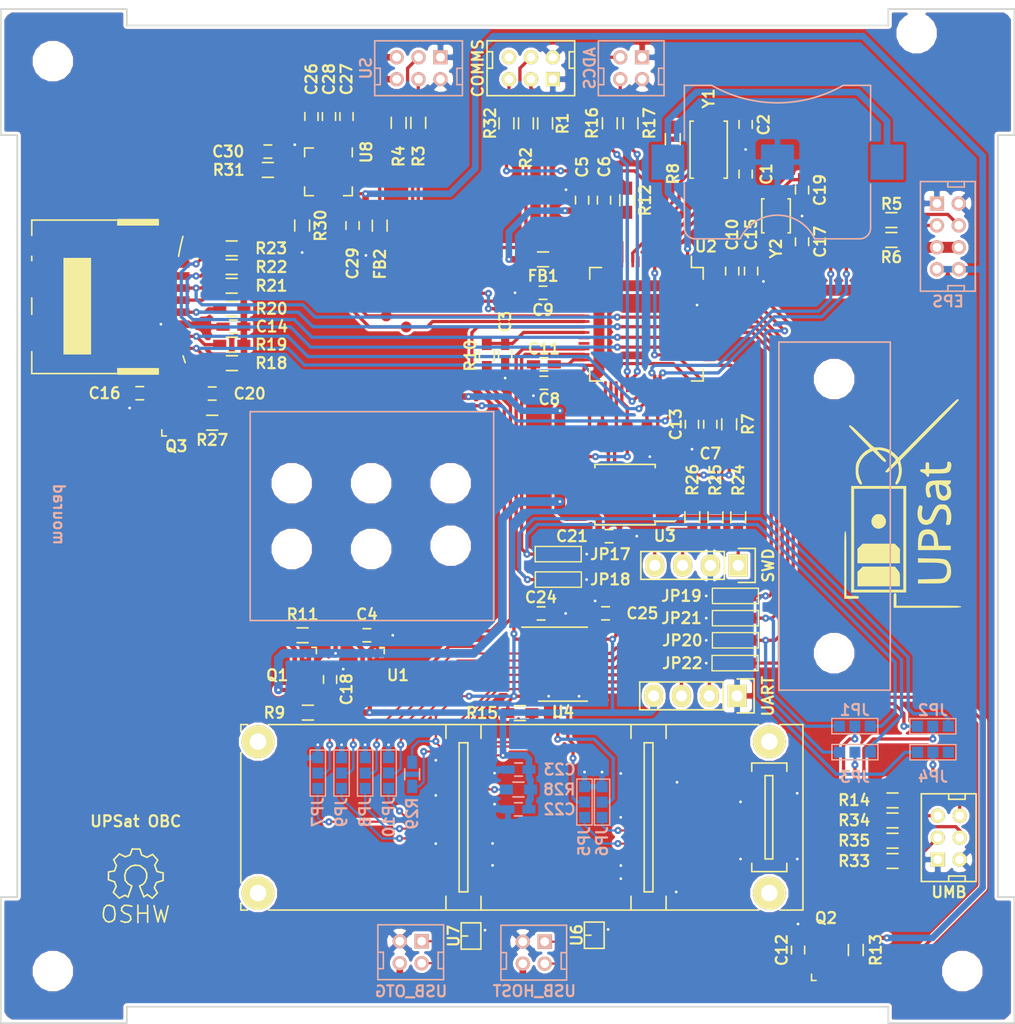
<source format=kicad_pcb>
(kicad_pcb (version 20171130) (host pcbnew "(5.1.8)-1")
  (layers (0 F.Cu signal) (31 B.Cu signal) (34 B.Paste user) (35 F.Paste user) (36 B.SilkS user) (37 F.SilkS user) (38 B.Mask user) (39 F.Mask user) (44 Edge.Cuts user))
  (net 0 "")
  (net 1 GND)
  (net 2 "Net-(C1-Pad2)")
  (net 3 "Net-(C2-Pad2)")
  (net 4 /IAC_CM)
  (net 5 +3V3)
  (net 6 "Net-(C5-Pad1)")
  (net 7 GNDA)
  (net 8 "Net-(C9-Pad2)")
  (net 9 "Net-(C11-Pad2)")
  (net 10 +5V)
  (net 11 "Net-(C13-Pad2)")
  (net 12 "Net-(C17-Pad1)")
  (net 13 "Net-(C19-Pad2)")
  (net 14 /IAC/VIO)
  (net 15 "Net-(C26-Pad1)")
  (net 16 "Net-(C27-Pad1)")
  (net 17 "Net-(C28-Pad1)")
  (net 18 /SDIO_D2)
  (net 19 /SDIO_D3)
  (net 20 /SDIO_CMD)
  (net 21 /SDIO_CK)
  (net 22 /SD1_3V3)
  (net 23 /SDIO_D0)
  (net 24 /SDIO_D1)
  (net 25 /EPS_RX)
  (net 26 /EPS_TX)
  (net 27 /COMMS_RX)
  (net 28 /COMMS_TX)
  (net 29 /COMMS_EN)
  (net 30 "Net-(P2-Pad6)")
  (net 31 /ADCS_RX)
  (net 32 /ADCS_TX)
  (net 33 /SU_RX)
  (net 34 /SU_TX)
  (net 35 /UMB_EN)
  (net 36 "Net-(P5-Pad6)")
  (net 37 "Net-(P6-Pad1)")
  (net 38 "Net-(P6-Pad3)")
  (net 39 "Net-(P6-Pad4)")
  (net 40 /IAC/TX_UART)
  (net 41 /IAC/RX_UART)
  (net 42 "Net-(P9-Pad2)")
  (net 43 /IAC_EN)
  (net 44 /USB_EN)
  (net 45 /SD1_EN)
  (net 46 /NRST)
  (net 47 "Net-(R8-Pad1)")
  (net 48 "Net-(R10-Pad1)")
  (net 49 /IAC/RX)
  (net 50 /IAC/TX)
  (net 51 /SWCLK)
  (net 52 /SWDIO)
  (net 53 "Net-(R28-Pad1)")
  (net 54 "Net-(R29-Pad2)")
  (net 55 "Net-(U2-Pad2)")
  (net 56 "Net-(U2-Pad8)")
  (net 57 "Net-(U2-Pad9)")
  (net 58 "Net-(U2-Pad10)")
  (net 59 /SU/CNV)
  (net 60 /SU/SCK)
  (net 61 /SU/SDO)
  (net 62 /SU/DIN)
  (net 63 /F_HOLD)
  (net 64 /F_SCK)
  (net 65 /F_MISO)
  (net 66 /F_MOSI)
  (net 67 /F_CE)
  (net 68 /F_WP)
  (net 69 "Net-(U2-Pad62)")
  (net 70 /IAC/TX1)
  (net 71 /IAC/TX3)
  (net 72 /IAC/RX1)
  (net 73 /IAC/RX3)
  (net 74 "Net-(U5-Pad2)")
  (net 75 /IAC/USB_HOST_D-)
  (net 76 /IAC/USB_HOST_D+)
  (net 77 "Net-(U5-Pad8)")
  (net 78 /IAC/USB_OTG_D+)
  (net 79 /IAC/USB_OTG_D-)
  (net 80 "Net-(U5-Pad28)")
  (net 81 "Net-(U5-Pad32)")
  (net 82 "Net-(U5-Pad34)")
  (net 83 "Net-(U5-Pad36)")
  (net 84 "Net-(U5-Pad38)")
  (net 85 "Net-(U5-Pad40)")
  (net 86 "Net-(U5-Pad1)")
  (net 87 "Net-(U5-Pad11)")
  (net 88 "Net-(U5-Pad13)")
  (net 89 "Net-(U5-Pad15)")
  (net 90 "Net-(U5-Pad17)")
  (net 91 "Net-(U5-Pad19)")
  (net 92 "Net-(U5-Pad21)")
  (net 93 "Net-(U5-Pad23)")
  (net 94 "Net-(U5-Pad27)")
  (net 95 "Net-(U5-Pad29)")
  (net 96 "Net-(U5-Pad42)")
  (net 97 "Net-(U5-Pad44)")
  (net 98 "Net-(U5-Pad46)")
  (net 99 "Net-(U5-Pad50)")
  (net 100 "Net-(U5-Pad52)")
  (net 101 "Net-(U5-Pad54)")
  (net 102 "Net-(U5-Pad56)")
  (net 103 "Net-(U5-Pad60)")
  (net 104 "Net-(U5-Pad62)")
  (net 105 "Net-(U5-Pad64)")
  (net 106 "Net-(U5-Pad66)")
  (net 107 "Net-(U5-Pad68)")
  (net 108 "Net-(U5-Pad70)")
  (net 109 "Net-(U5-Pad43)")
  (net 110 "Net-(U5-Pad45)")
  (net 111 "Net-(U5-Pad49)")
  (net 112 "Net-(U5-Pad51)")
  (net 113 "Net-(U5-Pad53)")
  (net 114 "Net-(U5-Pad55)")
  (net 115 "Net-(U5-Pad57)")
  (net 116 "Net-(U5-Pad59)")
  (net 117 "Net-(U5-Pad61)")
  (net 118 "Net-(U5-Pad63)")
  (net 119 "Net-(U5-Pad65)")
  (net 120 "Net-(U5-Pad67)")
  (net 121 "Net-(U5-Pad69)")
  (net 122 "Net-(U5-Pad78)")
  (net 123 "Net-(U5-Pad72)")
  (net 124 "Net-(U5-Pad74)")
  (net 125 "Net-(U5-Pad76)")
  (net 126 "Net-(U5-Pad80)")
  (net 127 "Net-(U5-Pad82)")
  (net 128 "Net-(U5-Pad84)")
  (net 129 "Net-(U5-Pad88)")
  (net 130 "Net-(U5-Pad86)")
  (net 131 "Net-(U5-Pad77)")
  (net 132 "Net-(U5-Pad71)")
  (net 133 "Net-(U5-Pad73)")
  (net 134 "Net-(U5-Pad75)")
  (net 135 "Net-(U5-Pad79)")
  (net 136 "Net-(U5-Pad87)")
  (net 137 "Net-(U5-Pad81)")
  (net 138 "Net-(U5-Pad83)")
  (net 139 "Net-(U5-Pad89)")
  (net 140 "Net-(U5-Pad98)")
  (net 141 "Net-(U5-Pad92)")
  (net 142 "Net-(U5-Pad94)")
  (net 143 "Net-(U5-Pad96)")
  (net 144 "Net-(U5-Pad100)")
  (net 145 "Net-(U5-Pad102)")
  (net 146 "Net-(U5-Pad108)")
  (net 147 "Net-(U5-Pad104)")
  (net 148 "Net-(U5-Pad106)")
  (net 149 "Net-(U5-Pad110)")
  (net 150 "Net-(U5-Pad99)")
  (net 151 "Net-(U5-Pad91)")
  (net 152 "Net-(U5-Pad93)")
  (net 153 "Net-(U5-Pad97)")
  (net 154 "Net-(U5-Pad95)")
  (net 155 "Net-(U5-Pad107)")
  (net 156 "Net-(U5-Pad101)")
  (net 157 "Net-(U5-Pad103)")
  (net 158 "Net-(U5-Pad109)")
  (net 159 "Net-(U5-Pad116)")
  (net 160 "Net-(U5-Pad114)")
  (net 161 "Net-(U5-Pad112)")
  (net 162 "Net-(U5-Pad118)")
  (net 163 "Net-(U5-Pad115)")
  (net 164 "Net-(U5-Pad113)")
  (net 165 "Net-(U5-Pad122)")
  (net 166 "Net-(U5-Pad124)")
  (net 167 "Net-(U5-Pad126)")
  (net 168 "Net-(U5-Pad128)")
  (net 169 "Net-(U5-Pad120)")
  (net 170 "Net-(U5-Pad130)")
  (net 171 "Net-(U5-Pad138)")
  (net 172 "Net-(U5-Pad132)")
  (net 173 "Net-(U5-Pad134)")
  (net 174 "Net-(U5-Pad136)")
  (net 175 "Net-(U5-Pad131)")
  (net 176 "Net-(U5-Pad135)")
  (net 177 "Net-(U5-Pad137)")
  (net 178 "Net-(U5-Pad129)")
  (net 179 "Net-(U5-Pad139)")
  (net 180 "Net-(U5-Pad119)")
  (net 181 "Net-(U5-Pad121)")
  (net 182 "Net-(U5-Pad123)")
  (net 183 "Net-(U5-Pad125)")
  (net 184 "Net-(U5-Pad146)")
  (net 185 "Net-(U5-Pad148)")
  (net 186 "Net-(U5-Pad142)")
  (net 187 "Net-(U5-Pad144)")
  (net 188 "Net-(U5-Pad158)")
  (net 189 "Net-(U5-Pad160)")
  (net 190 "Net-(U5-Pad152)")
  (net 191 "Net-(U5-Pad154)")
  (net 192 "Net-(U5-Pad156)")
  (net 193 "Net-(U5-Pad145)")
  (net 194 "Net-(U5-Pad147)")
  (net 195 "Net-(U5-Pad141)")
  (net 196 "Net-(U5-Pad143)")
  (net 197 "Net-(U5-Pad149)")
  (net 198 "Net-(U5-Pad155)")
  (net 199 "Net-(U5-Pad157)")
  (net 200 "Net-(U5-Pad151)")
  (net 201 "Net-(U5-Pad159)")
  (net 202 "Net-(U5-Pad166)")
  (net 203 "Net-(U5-Pad168)")
  (net 204 "Net-(U5-Pad162)")
  (net 205 "Net-(U5-Pad164)")
  (net 206 "Net-(U5-Pad170)")
  (net 207 "Net-(U5-Pad176)")
  (net 208 "Net-(U5-Pad172)")
  (net 209 "Net-(U5-Pad178)")
  (net 210 "Net-(U5-Pad174)")
  (net 211 "Net-(U5-Pad167)")
  (net 212 "Net-(U5-Pad169)")
  (net 213 "Net-(U5-Pad161)")
  (net 214 "Net-(U5-Pad163)")
  (net 215 "Net-(U5-Pad165)")
  (net 216 "Net-(U5-Pad175)")
  (net 217 "Net-(U5-Pad177)")
  (net 218 "Net-(U5-Pad171)")
  (net 219 "Net-(U5-Pad173)")
  (net 220 "Net-(U8-Pad6)")
  (net 221 "Net-(U8-Pad8)")
  (net 222 "Net-(U8-Pad9)")
  (net 223 "Net-(U8-Pad17)")
  (net 224 "Net-(U8-Pad18)")
  (net 225 "Net-(U8-Pad19)")
  (net 226 "Net-(U6-Pad3)")
  (net 227 "Net-(U7-Pad3)")
  (net 228 /SU/SU_TH_RET)
  (net 229 "Net-(BT1-Pad1)")
  (net 230 "Net-(P5-Pad5)")
  (net 231 "Net-(U8-Pad16)")
  (net 232 /IAC/+3.3V)
  (net 233 /IAC/+5V)
  (net 234 "Net-(U2-Pad50)")
  (net 235 "Net-(U2-Pad20)")
  (net 236 /SU/SU_TH_GO)
  (net 237 "Net-(P9-Pad1)")
  (net 238 "Net-(JP1-Pad2)")
  (net 239 /IAC/uC_MISO)
  (net 240 /IAC/uC_CS)
  (net 241 "Net-(JP2-Pad2)")
  (net 242 /IAC/uC_MOSI)
  (net 243 "Net-(JP3-Pad2)")
  (net 244 "Net-(JP4-Pad1)")
  (net 245 "Net-(JP4-Pad2)")
  (net 246 /IAC/uC_SCK)
  (net 247 /IAC/A1)
  (net 248 /IAC/A2)
  (net 249 /IAC/DART_CLK)
  (net 250 /IAC/A5)
  (net 251 /IAC/DART_MOSI)
  (net 252 /IAC/A6)
  (net 253 /IAC/DART_MISO)
  (net 254 /IAC/A7)
  (net 255 /IAC/DART_CS)
  (net 256 /IAC/A8)
  (net 257 /IAC/B1)
  (net 258 /IAC/B2)
  (net 259 /IAC/B5)
  (net 260 /IAC/B6)
  (net 261 /IAC/B7)
  (net 262 /IAC/B8)
  (net 263 "Net-(P5-Pad3)")
  (net 264 "Net-(P5-Pad4)")
  (net 265 "Net-(C18-Pad2)")
  (net 266 /UART4_RX)
  (net 267 /UART4_TX)
  (net 268 /USART2_TX)
  (net 269 /USART2_RX)
  (net 270 /USART1_TX)
  (net 271 /USART1_RX)
  (net 272 /USART6_TX)
  (net 273 /USART6_RX)
  (net 274 /PC3)
  (net 275 "Net-(U2-Pad27)")
  (net 276 "Net-(U2-Pad28)")
  (net 277 "Net-(U5-Pad7)")
  (net 278 /IAC/Dcon+)
  (net 279 /IAC/Dcon-)
  (module obc_upsat:dart-4460 (layer F.Cu) (at 138.974775 114.475201 90)
    (fp_text reference U5 hide)
    (fp_text value DART-4460 hide)
    (pad 2 smd rect (at 6.800201 1.540225 90) (size 0.2 0.7) (layers F.Cu F.Paste F.Mask) (net 74 "Net-(U5-Pad2)"))
    (pad 4 smd rect (at 6.400201 1.540225 90) (size 0.2 0.7) (layers F.Cu F.Paste F.Mask) (net 75 /IAC/USB_HOST_D-))
    (pad 6 smd rect (at 6.000201 1.540225 90) (size 0.2 0.7) (layers F.Cu F.Paste F.Mask) (net 76 /IAC/USB_HOST_D+))
    (pad 8 smd rect (at 5.600201 1.540225 90) (size 0.2 0.7) (layers F.Cu F.Paste F.Mask) (net 77 "Net-(U5-Pad8)"))
    (pad 10 smd rect (at 5.200201 1.540225 90) (size 0.2 0.7) (layers F.Cu F.Paste F.Mask) (net 232 /IAC/+3.3V))
    (pad 12 smd rect (at 4.800201 1.540225 90) (size 0.2 0.7) (layers F.Cu F.Paste F.Mask) (net 232 /IAC/+3.3V))
    (pad 14 smd rect (at 4.400201 1.540225 90) (size 0.2 0.7) (layers F.Cu F.Paste F.Mask) (net 232 /IAC/+3.3V))
    (pad 16 smd rect (at 4.000201 1.540225 90) (size 0.2 0.7) (layers F.Cu F.Paste F.Mask) (net 232 /IAC/+3.3V))
    (pad 18 smd rect (at 3.600201 1.540225 90) (size 0.2 0.7) (layers F.Cu F.Paste F.Mask) (net 1 GND))
    (pad 20 smd rect (at 3.200201 1.540225 90) (size 0.2 0.7) (layers F.Cu F.Paste F.Mask) (net 53 "Net-(R28-Pad1)"))
    (pad 22 smd rect (at 2.800201 1.540225 90) (size 0.2 0.7) (layers F.Cu F.Paste F.Mask) (net 53 "Net-(R28-Pad1)"))
    (pad 24 smd rect (at 2.400201 1.540225 90) (size 0.2 0.7) (layers F.Cu F.Paste F.Mask) (net 78 /IAC/USB_OTG_D+))
    (pad 26 smd rect (at 2.000201 1.540225 90) (size 0.2 0.7) (layers F.Cu F.Paste F.Mask) (net 79 /IAC/USB_OTG_D-))
    (pad 28 smd rect (at 1.600201 1.540225 90) (size 0.2 0.7) (layers F.Cu F.Paste F.Mask) (net 80 "Net-(U5-Pad28)"))
    (pad 30 smd rect (at 1.200201 1.540225 90) (size 0.2 0.7) (layers F.Cu F.Paste F.Mask) (net 1 GND))
    (pad 32 smd rect (at 0.800201 1.540225 90) (size 0.2 0.7) (layers F.Cu F.Paste F.Mask) (net 81 "Net-(U5-Pad32)"))
    (pad 34 smd rect (at 0.400201 1.540225 90) (size 0.2 0.7) (layers F.Cu F.Paste F.Mask) (net 82 "Net-(U5-Pad34)"))
    (pad 36 smd rect (at 0.000201 1.540225 90) (size 0.2 0.7) (layers F.Cu F.Paste F.Mask) (net 83 "Net-(U5-Pad36)"))
    (pad 38 smd rect (at -0.399799 1.540225 90) (size 0.2 0.7) (layers F.Cu F.Paste F.Mask) (net 84 "Net-(U5-Pad38)"))
    (pad 40 smd rect (at -0.799799 1.540225 90) (size 0.2 0.7) (layers F.Cu F.Paste F.Mask) (net 85 "Net-(U5-Pad40)"))
    (pad 1 smd rect (at 6.800201 -1.539775 90) (size 0.2 0.7) (layers F.Cu F.Paste F.Mask) (net 86 "Net-(U5-Pad1)"))
    (pad 3 smd rect (at 6.400201 -1.539775 90) (size 0.2 0.7) (layers F.Cu F.Paste F.Mask) (net 14 /IAC/VIO))
    (pad 5 smd rect (at 6.000201 -1.539775 90) (size 0.2 0.7) (layers F.Cu F.Paste F.Mask) (net 54 "Net-(R29-Pad2)"))
    (pad 7 smd rect (at 5.600201 -1.539775 90) (size 0.2 0.7) (layers F.Cu F.Paste F.Mask) (net 277 "Net-(U5-Pad7)"))
    (pad 9 smd rect (at 5.200201 -1.539775 90) (size 0.2 0.7) (layers F.Cu F.Paste F.Mask) (net 1 GND))
    (pad 11 smd rect (at 4.800201 -1.539775 90) (size 0.2 0.7) (layers F.Cu F.Paste F.Mask) (net 87 "Net-(U5-Pad11)"))
    (pad 13 smd rect (at 4.400201 -1.539775 90) (size 0.2 0.7) (layers F.Cu F.Paste F.Mask) (net 88 "Net-(U5-Pad13)"))
    (pad 15 smd rect (at 4.000201 -1.539775 90) (size 0.2 0.7) (layers F.Cu F.Paste F.Mask) (net 89 "Net-(U5-Pad15)"))
    (pad 17 smd rect (at 3.600201 -1.539775 90) (size 0.2 0.7) (layers F.Cu F.Paste F.Mask) (net 90 "Net-(U5-Pad17)"))
    (pad 19 smd rect (at 3.200201 -1.539775 90) (size 0.2 0.7) (layers F.Cu F.Paste F.Mask) (net 91 "Net-(U5-Pad19)"))
    (pad 21 smd rect (at 2.800201 -1.539775 90) (size 0.2 0.7) (layers F.Cu F.Paste F.Mask) (net 92 "Net-(U5-Pad21)"))
    (pad 23 smd rect (at 2.400201 -1.539775 90) (size 0.2 0.7) (layers F.Cu F.Paste F.Mask) (net 93 "Net-(U5-Pad23)"))
    (pad 25 smd rect (at 2.000201 -1.539775 90) (size 0.2 0.7) (layers F.Cu F.Paste F.Mask) (net 1 GND))
    (pad 27 smd rect (at 1.600201 -1.539775 90) (size 0.2 0.7) (layers F.Cu F.Paste F.Mask) (net 94 "Net-(U5-Pad27)"))
    (pad 29 smd rect (at 1.200201 -1.539775 90) (size 0.2 0.7) (layers F.Cu F.Paste F.Mask) (net 95 "Net-(U5-Pad29)"))
    (pad 31 smd rect (at 0.800201 -1.539775 90) (size 0.2 0.7) (layers F.Cu F.Paste F.Mask) (net 73 /IAC/RX3))
    (pad 33 smd rect (at 0.400201 -1.539775 90) (size 0.2 0.7) (layers F.Cu F.Paste F.Mask) (net 71 /IAC/TX3))
    (pad 35 smd rect (at 0.000201 -1.539775 90) (size 0.2 0.7) (layers F.Cu F.Paste F.Mask) (net 255 /IAC/DART_CS))
    (pad 37 smd rect (at -0.399799 -1.539775 90) (size 0.2 0.7) (layers F.Cu F.Paste F.Mask) (net 249 /IAC/DART_CLK))
    (pad 39 smd rect (at -0.799799 -1.539775 90) (size 0.2 0.7) (layers F.Cu F.Paste F.Mask) (net 251 /IAC/DART_MOSI))
    (pad 42 smd rect (at -1.199799 1.540225 90) (size 0.2 0.7) (layers F.Cu F.Paste F.Mask) (net 96 "Net-(U5-Pad42)"))
    (pad 44 smd rect (at -1.599799 1.540225 90) (size 0.2 0.7) (layers F.Cu F.Paste F.Mask) (net 97 "Net-(U5-Pad44)"))
    (pad 46 smd rect (at -1.999799 1.540225 90) (size 0.2 0.7) (layers F.Cu F.Paste F.Mask) (net 98 "Net-(U5-Pad46)"))
    (pad 48 smd rect (at -2.399799 1.540225 90) (size 0.2 0.7) (layers F.Cu F.Paste F.Mask) (net 1 GND))
    (pad 50 smd rect (at -2.799799 1.540225 90) (size 0.2 0.7) (layers F.Cu F.Paste F.Mask) (net 99 "Net-(U5-Pad50)"))
    (pad 52 smd rect (at -3.199799 1.540225 90) (size 0.2 0.7) (layers F.Cu F.Paste F.Mask) (net 100 "Net-(U5-Pad52)"))
    (pad 54 smd rect (at -3.599799 1.540225 90) (size 0.2 0.7) (layers F.Cu F.Paste F.Mask) (net 101 "Net-(U5-Pad54)"))
    (pad 56 smd rect (at -3.999799 1.540225 90) (size 0.2 0.7) (layers F.Cu F.Paste F.Mask) (net 102 "Net-(U5-Pad56)"))
    (pad 58 smd rect (at -4.399799 1.540225 90) (size 0.2 0.7) (layers F.Cu F.Paste F.Mask) (net 1 GND))
    (pad 60 smd rect (at -4.799799 1.540225 90) (size 0.2 0.7) (layers F.Cu F.Paste F.Mask) (net 103 "Net-(U5-Pad60)"))
    (pad 62 smd rect (at -5.199799 1.540225 90) (size 0.2 0.7) (layers F.Cu F.Paste F.Mask) (net 104 "Net-(U5-Pad62)"))
    (pad 64 smd rect (at -5.599799 1.540225 90) (size 0.2 0.7) (layers F.Cu F.Paste F.Mask) (net 105 "Net-(U5-Pad64)"))
    (pad 66 smd rect (at -5.999799 1.540225 90) (size 0.2 0.7) (layers F.Cu F.Paste F.Mask) (net 106 "Net-(U5-Pad66)"))
    (pad 68 smd rect (at -6.399799 1.540225 90) (size 0.2 0.7) (layers F.Cu F.Paste F.Mask) (net 107 "Net-(U5-Pad68)"))
    (pad 70 smd rect (at -6.799799 1.540225 90) (size 0.2 0.7) (layers F.Cu F.Paste F.Mask) (net 108 "Net-(U5-Pad70)"))
    (pad 41 smd rect (at -1.199799 -1.539775 90) (size 0.2 0.7) (layers F.Cu F.Paste F.Mask) (net 253 /IAC/DART_MISO))
    (pad 43 smd rect (at -1.599799 -1.539775 90) (size 0.2 0.7) (layers F.Cu F.Paste F.Mask) (net 109 "Net-(U5-Pad43)"))
    (pad 45 smd rect (at -1.999799 -1.539775 90) (size 0.2 0.7) (layers F.Cu F.Paste F.Mask) (net 110 "Net-(U5-Pad45)"))
    (pad 47 smd rect (at -2.399799 -1.539775 90) (size 0.2 0.7) (layers F.Cu F.Paste F.Mask) (net 1 GND))
    (pad 49 smd rect (at -2.799799 -1.539775 90) (size 0.2 0.7) (layers F.Cu F.Paste F.Mask) (net 111 "Net-(U5-Pad49)"))
    (pad 51 smd rect (at -3.199799 -1.539775 90) (size 0.2 0.7) (layers F.Cu F.Paste F.Mask) (net 112 "Net-(U5-Pad51)"))
    (pad 53 smd rect (at -3.599799 -1.539775 90) (size 0.2 0.7) (layers F.Cu F.Paste F.Mask) (net 113 "Net-(U5-Pad53)"))
    (pad 55 smd rect (at -3.999799 -1.539775 90) (size 0.2 0.7) (layers F.Cu F.Paste F.Mask) (net 114 "Net-(U5-Pad55)"))
    (pad 57 smd rect (at -4.399799 -1.539775 90) (size 0.2 0.7) (layers F.Cu F.Paste F.Mask) (net 115 "Net-(U5-Pad57)"))
    (pad 59 smd rect (at -4.799799 -1.539775 90) (size 0.2 0.7) (layers F.Cu F.Paste F.Mask) (net 116 "Net-(U5-Pad59)"))
    (pad 61 smd rect (at -5.199799 -1.539775 90) (size 0.2 0.7) (layers F.Cu F.Paste F.Mask) (net 117 "Net-(U5-Pad61)"))
    (pad 63 smd rect (at -5.599799 -1.539775 90) (size 0.2 0.7) (layers F.Cu F.Paste F.Mask) (net 118 "Net-(U5-Pad63)"))
    (pad 65 smd rect (at -5.999799 -1.539775 90) (size 0.2 0.7) (layers F.Cu F.Paste F.Mask) (net 119 "Net-(U5-Pad65)"))
    (pad 67 smd rect (at -6.399799 -1.539775 90) (size 0.2 0.7) (layers F.Cu F.Paste F.Mask) (net 120 "Net-(U5-Pad67)"))
    (pad 69 smd rect (at -6.799799 -1.539775 90) (size 0.2 0.7) (layers F.Cu F.Paste F.Mask) (net 121 "Net-(U5-Pad69)"))
    (pad 78 smd rect (at 5.600201 18.430225 90) (size 0.2 0.7) (layers F.Cu F.Paste F.Mask) (net 122 "Net-(U5-Pad78)"))
    (pad 72 smd rect (at 6.800201 18.430225 90) (size 0.2 0.7) (layers F.Cu F.Paste F.Mask) (net 123 "Net-(U5-Pad72)"))
    (pad 74 smd rect (at 6.400201 18.430225 90) (size 0.2 0.7) (layers F.Cu F.Paste F.Mask) (net 124 "Net-(U5-Pad74)"))
    (pad 76 smd rect (at 6.000201 18.430225 90) (size 0.2 0.7) (layers F.Cu F.Paste F.Mask) (net 125 "Net-(U5-Pad76)"))
    (pad 80 smd rect (at 5.200201 18.430225 90) (size 0.2 0.7) (layers F.Cu F.Paste F.Mask) (net 126 "Net-(U5-Pad80)"))
    (pad 90 smd rect (at 3.200201 18.430225 90) (size 0.2 0.7) (layers F.Cu F.Paste F.Mask) (net 1 GND))
    (pad 82 smd rect (at 4.800201 18.430225 90) (size 0.2 0.7) (layers F.Cu F.Paste F.Mask) (net 127 "Net-(U5-Pad82)"))
    (pad 84 smd rect (at 4.400201 18.430225 90) (size 0.2 0.7) (layers F.Cu F.Paste F.Mask) (net 128 "Net-(U5-Pad84)"))
    (pad 88 smd rect (at 3.600201 18.430225 90) (size 0.2 0.7) (layers F.Cu F.Paste F.Mask) (net 129 "Net-(U5-Pad88)"))
    (pad 86 smd rect (at 4.000201 18.430225 90) (size 0.2 0.7) (layers F.Cu F.Paste F.Mask) (net 130 "Net-(U5-Pad86)"))
    (pad 77 smd rect (at 5.600201 15.350225 90) (size 0.2 0.7) (layers F.Cu F.Paste F.Mask) (net 131 "Net-(U5-Pad77)"))
    (pad 71 smd rect (at 6.800201 15.350225 90) (size 0.2 0.7) (layers F.Cu F.Paste F.Mask) (net 132 "Net-(U5-Pad71)"))
    (pad 73 smd rect (at 6.400201 15.350225 90) (size 0.2 0.7) (layers F.Cu F.Paste F.Mask) (net 133 "Net-(U5-Pad73)"))
    (pad 75 smd rect (at 6.000201 15.350225 90) (size 0.2 0.7) (layers F.Cu F.Paste F.Mask) (net 134 "Net-(U5-Pad75)"))
    (pad 79 smd rect (at 5.200201 15.350225 90) (size 0.2 0.7) (layers F.Cu F.Paste F.Mask) (net 135 "Net-(U5-Pad79)"))
    (pad 87 smd rect (at 3.600201 15.350225 90) (size 0.2 0.7) (layers F.Cu F.Paste F.Mask) (net 136 "Net-(U5-Pad87)"))
    (pad 81 smd rect (at 4.800201 15.350225 90) (size 0.2 0.7) (layers F.Cu F.Paste F.Mask) (net 137 "Net-(U5-Pad81)"))
    (pad 83 smd rect (at 4.400201 15.350225 90) (size 0.2 0.7) (layers F.Cu F.Paste F.Mask) (net 138 "Net-(U5-Pad83)"))
    (pad 85 smd rect (at 4.000201 15.350225 90) (size 0.2 0.7) (layers F.Cu F.Paste F.Mask) (net 1 GND))
    (pad 89 smd rect (at 3.200201 15.350225 90) (size 0.2 0.7) (layers F.Cu F.Paste F.Mask) (net 139 "Net-(U5-Pad89)"))
    (pad 98 smd rect (at 1.600201 18.430225 90) (size 0.2 0.7) (layers F.Cu F.Paste F.Mask) (net 140 "Net-(U5-Pad98)"))
    (pad 92 smd rect (at 2.800201 18.430225 90) (size 0.2 0.7) (layers F.Cu F.Paste F.Mask) (net 141 "Net-(U5-Pad92)"))
    (pad 94 smd rect (at 2.400201 18.430225 90) (size 0.2 0.7) (layers F.Cu F.Paste F.Mask) (net 142 "Net-(U5-Pad94)"))
    (pad 96 smd rect (at 2.000201 18.430225 90) (size 0.2 0.7) (layers F.Cu F.Paste F.Mask) (net 143 "Net-(U5-Pad96)"))
    (pad 100 smd rect (at 1.200201 18.430225 90) (size 0.2 0.7) (layers F.Cu F.Paste F.Mask) (net 144 "Net-(U5-Pad100)"))
    (pad 102 smd rect (at 0.800201 18.430225 90) (size 0.2 0.7) (layers F.Cu F.Paste F.Mask) (net 145 "Net-(U5-Pad102)"))
    (pad 108 smd rect (at -0.399799 18.430225 90) (size 0.2 0.7) (layers F.Cu F.Paste F.Mask) (net 146 "Net-(U5-Pad108)"))
    (pad 104 smd rect (at 0.400201 18.430225 90) (size 0.2 0.7) (layers F.Cu F.Paste F.Mask) (net 147 "Net-(U5-Pad104)"))
    (pad 106 smd rect (at 0.000201 18.430225 90) (size 0.2 0.7) (layers F.Cu F.Paste F.Mask) (net 148 "Net-(U5-Pad106)"))
    (pad 110 smd rect (at -0.799799 18.430225 90) (size 0.2 0.7) (layers F.Cu F.Paste F.Mask) (net 149 "Net-(U5-Pad110)"))
    (pad 99 smd rect (at 1.200201 15.350225 90) (size 0.2 0.7) (layers F.Cu F.Paste F.Mask) (net 150 "Net-(U5-Pad99)"))
    (pad 91 smd rect (at 2.800201 15.350225 90) (size 0.2 0.7) (layers F.Cu F.Paste F.Mask) (net 151 "Net-(U5-Pad91)"))
    (pad 93 smd rect (at 2.400201 15.350225 90) (size 0.2 0.7) (layers F.Cu F.Paste F.Mask) (net 152 "Net-(U5-Pad93)"))
    (pad 97 smd rect (at 1.600201 15.350225 90) (size 0.2 0.7) (layers F.Cu F.Paste F.Mask) (net 153 "Net-(U5-Pad97)"))
    (pad 95 smd rect (at 2.000201 15.350225 90) (size 0.2 0.7) (layers F.Cu F.Paste F.Mask) (net 154 "Net-(U5-Pad95)"))
    (pad 107 smd rect (at -0.399799 15.350225 90) (size 0.2 0.7) (layers F.Cu F.Paste F.Mask) (net 155 "Net-(U5-Pad107)"))
    (pad 101 smd rect (at 0.800201 15.350225 90) (size 0.2 0.7) (layers F.Cu F.Paste F.Mask) (net 156 "Net-(U5-Pad101)"))
    (pad 103 smd rect (at 0.400201 15.350225 90) (size 0.2 0.7) (layers F.Cu F.Paste F.Mask) (net 157 "Net-(U5-Pad103)"))
    (pad 105 smd rect (at 0.000201 15.350225 90) (size 0.2 0.7) (layers F.Cu F.Paste F.Mask) (net 1 GND))
    (pad 109 smd rect (at -0.799799 15.350225 90) (size 0.2 0.7) (layers F.Cu F.Paste F.Mask) (net 158 "Net-(U5-Pad109)"))
    (pad 116 smd rect (at -1.999799 18.430225 90) (size 0.2 0.7) (layers F.Cu F.Paste F.Mask) (net 159 "Net-(U5-Pad116)"))
    (pad 114 smd rect (at -1.599799 18.430225 90) (size 0.2 0.7) (layers F.Cu F.Paste F.Mask) (net 160 "Net-(U5-Pad114)"))
    (pad 112 smd rect (at -1.199799 18.430225 90) (size 0.2 0.7) (layers F.Cu F.Paste F.Mask) (net 161 "Net-(U5-Pad112)"))
    (pad 118 smd rect (at -2.399799 18.430225 90) (size 0.2 0.7) (layers F.Cu F.Paste F.Mask) (net 162 "Net-(U5-Pad118)"))
    (pad 115 smd rect (at -1.999799 15.350225 90) (size 0.2 0.7) (layers F.Cu F.Paste F.Mask) (net 163 "Net-(U5-Pad115)"))
    (pad 113 smd rect (at -1.599799 15.350225 90) (size 0.2 0.7) (layers F.Cu F.Paste F.Mask) (net 164 "Net-(U5-Pad113)"))
    (pad 111 smd rect (at -1.199799 15.350225 90) (size 0.2 0.7) (layers F.Cu F.Paste F.Mask) (net 72 /IAC/RX1))
    (pad 117 smd rect (at -2.399799 15.350225 90) (size 0.2 0.7) (layers F.Cu F.Paste F.Mask) (net 70 /IAC/TX1))
    (pad 122 smd rect (at -3.199799 18.430225 90) (size 0.2 0.7) (layers F.Cu F.Paste F.Mask) (net 165 "Net-(U5-Pad122)"))
    (pad 124 smd rect (at -3.599799 18.430225 90) (size 0.2 0.7) (layers F.Cu F.Paste F.Mask) (net 166 "Net-(U5-Pad124)"))
    (pad 126 smd rect (at -3.999799 18.430225 90) (size 0.2 0.7) (layers F.Cu F.Paste F.Mask) (net 167 "Net-(U5-Pad126)"))
    (pad 128 smd rect (at -4.399799 18.430225 90) (size 0.2 0.7) (layers F.Cu F.Paste F.Mask) (net 168 "Net-(U5-Pad128)"))
    (pad 120 smd rect (at -2.799799 18.430225 90) (size 0.2 0.7) (layers F.Cu F.Paste F.Mask) (net 169 "Net-(U5-Pad120)"))
    (pad 130 smd rect (at -4.799799 18.430225 90) (size 0.2 0.7) (layers F.Cu F.Paste F.Mask) (net 170 "Net-(U5-Pad130)"))
    (pad 138 smd rect (at -6.399799 18.430225 90) (size 0.2 0.7) (layers F.Cu F.Paste F.Mask) (net 171 "Net-(U5-Pad138)"))
    (pad 132 smd rect (at -5.199799 18.430225 90) (size 0.2 0.7) (layers F.Cu F.Paste F.Mask) (net 172 "Net-(U5-Pad132)"))
    (pad 134 smd rect (at -5.599799 18.430225 90) (size 0.2 0.7) (layers F.Cu F.Paste F.Mask) (net 173 "Net-(U5-Pad134)"))
    (pad 136 smd rect (at -5.999799 18.430225 90) (size 0.2 0.7) (layers F.Cu F.Paste F.Mask) (net 174 "Net-(U5-Pad136)"))
    (pad 140 smd rect (at -6.799799 18.430225 90) (size 0.2 0.7) (layers F.Cu F.Paste F.Mask) (net 1 GND))
    (pad 131 smd rect (at -5.199799 15.350225 90) (size 0.2 0.7) (layers F.Cu F.Paste F.Mask) (net 175 "Net-(U5-Pad131)"))
    (pad 135 smd rect (at -5.999799 15.350225 90) (size 0.2 0.7) (layers F.Cu F.Paste F.Mask) (net 176 "Net-(U5-Pad135)"))
    (pad 137 smd rect (at -6.399799 15.350225 90) (size 0.2 0.7) (layers F.Cu F.Paste F.Mask) (net 177 "Net-(U5-Pad137)"))
    (pad 129 smd rect (at -4.799799 15.350225 90) (size 0.2 0.7) (layers F.Cu F.Paste F.Mask) (net 178 "Net-(U5-Pad129)"))
    (pad 139 smd rect (at -6.799799 15.350225 90) (size 0.2 0.7) (layers F.Cu F.Paste F.Mask) (net 179 "Net-(U5-Pad139)"))
    (pad 133 smd rect (at -5.599799 15.350225 90) (size 0.2 0.7) (layers F.Cu F.Paste F.Mask) (net 1 GND))
    (pad 119 smd rect (at -2.799799 15.350225 90) (size 0.2 0.7) (layers F.Cu F.Paste F.Mask) (net 180 "Net-(U5-Pad119)"))
    (pad 121 smd rect (at -3.199799 15.350225 90) (size 0.2 0.7) (layers F.Cu F.Paste F.Mask) (net 181 "Net-(U5-Pad121)"))
    (pad 123 smd rect (at -3.599799 15.350225 90) (size 0.2 0.7) (layers F.Cu F.Paste F.Mask) (net 182 "Net-(U5-Pad123)"))
    (pad 125 smd rect (at -3.999799 15.350225 90) (size 0.2 0.7) (layers F.Cu F.Paste F.Mask) (net 183 "Net-(U5-Pad125)"))
    (pad 127 smd rect (at -4.399799 15.350225 90) (size 0.2 0.7) (layers F.Cu F.Paste F.Mask) (net 1 GND))
    (pad 146 smd rect (at 2.999965 29.450243 90) (size 0.2 0.7) (layers F.Cu F.Paste F.Mask) (net 184 "Net-(U5-Pad146)"))
    (pad 148 smd rect (at 2.599965 29.450243 90) (size 0.2 0.7) (layers F.Cu F.Paste F.Mask) (net 185 "Net-(U5-Pad148)"))
    (pad 142 smd rect (at 3.799965 29.450243 90) (size 0.2 0.7) (layers F.Cu F.Paste F.Mask) (net 186 "Net-(U5-Pad142)"))
    (pad 144 smd rect (at 3.399965 29.450243 90) (size 0.2 0.7) (layers F.Cu F.Paste F.Mask) (net 187 "Net-(U5-Pad144)"))
    (pad 150 smd rect (at 2.199965 29.450243 90) (size 0.2 0.7) (layers F.Cu F.Paste F.Mask) (net 1 GND))
    (pad 158 smd rect (at 0.599965 29.450243 90) (size 0.2 0.7) (layers F.Cu F.Paste F.Mask) (net 188 "Net-(U5-Pad158)"))
    (pad 160 smd rect (at 0.199965 29.450243 90) (size 0.2 0.7) (layers F.Cu F.Paste F.Mask) (net 189 "Net-(U5-Pad160)"))
    (pad 152 smd rect (at 1.799965 29.450243 90) (size 0.2 0.7) (layers F.Cu F.Paste F.Mask) (net 190 "Net-(U5-Pad152)"))
    (pad 154 smd rect (at 1.399965 29.450243 90) (size 0.2 0.7) (layers F.Cu F.Paste F.Mask) (net 191 "Net-(U5-Pad154)"))
    (pad 156 smd rect (at 0.999965 29.450243 90) (size 0.2 0.7) (layers F.Cu F.Paste F.Mask) (net 192 "Net-(U5-Pad156)"))
    (pad 145 smd rect (at 2.999965 26.370243 90) (size 0.2 0.7) (layers F.Cu F.Paste F.Mask) (net 193 "Net-(U5-Pad145)"))
    (pad 147 smd rect (at 2.599965 26.370243 90) (size 0.2 0.7) (layers F.Cu F.Paste F.Mask) (net 194 "Net-(U5-Pad147)"))
    (pad 141 smd rect (at 3.799965 26.370243 90) (size 0.2 0.7) (layers F.Cu F.Paste F.Mask) (net 195 "Net-(U5-Pad141)"))
    (pad 143 smd rect (at 3.399965 26.370243 90) (size 0.2 0.7) (layers F.Cu F.Paste F.Mask) (net 196 "Net-(U5-Pad143)"))
    (pad 149 smd rect (at 2.199965 26.370243 90) (size 0.2 0.7) (layers F.Cu F.Paste F.Mask) (net 197 "Net-(U5-Pad149)"))
    (pad 155 smd rect (at 0.999965 26.370243 90) (size 0.2 0.7) (layers F.Cu F.Paste F.Mask) (net 198 "Net-(U5-Pad155)"))
    (pad 157 smd rect (at 0.599965 26.370243 90) (size 0.2 0.7) (layers F.Cu F.Paste F.Mask) (net 199 "Net-(U5-Pad157)"))
    (pad 151 smd rect (at 1.799965 26.370243 90) (size 0.2 0.7) (layers F.Cu F.Paste F.Mask) (net 200 "Net-(U5-Pad151)"))
    (pad 153 smd rect (at 1.399965 26.370243 90) (size 0.2 0.7) (layers F.Cu F.Paste F.Mask) (net 1 GND))
    (pad 159 smd rect (at 0.199965 26.370243 90) (size 0.2 0.7) (layers F.Cu F.Paste F.Mask) (net 201 "Net-(U5-Pad159)"))
    (pad 166 smd rect (at -1.000035 29.450243 90) (size 0.2 0.7) (layers F.Cu F.Paste F.Mask) (net 202 "Net-(U5-Pad166)"))
    (pad 168 smd rect (at -1.400035 29.450243 90) (size 0.2 0.7) (layers F.Cu F.Paste F.Mask) (net 203 "Net-(U5-Pad168)"))
    (pad 162 smd rect (at -0.200035 29.450243 90) (size 0.2 0.7) (layers F.Cu F.Paste F.Mask) (net 204 "Net-(U5-Pad162)"))
    (pad 164 smd rect (at -0.600035 29.450243 90) (size 0.2 0.7) (layers F.Cu F.Paste F.Mask) (net 205 "Net-(U5-Pad164)"))
    (pad 170 smd rect (at -1.800035 29.450243 90) (size 0.2 0.7) (layers F.Cu F.Paste F.Mask) (net 206 "Net-(U5-Pad170)"))
    (pad 176 smd rect (at -3.000035 29.450243 90) (size 0.2 0.7) (layers F.Cu F.Paste F.Mask) (net 207 "Net-(U5-Pad176)"))
    (pad 172 smd rect (at -2.200035 29.450243 90) (size 0.2 0.7) (layers F.Cu F.Paste F.Mask) (net 208 "Net-(U5-Pad172)"))
    (pad 178 smd rect (at -3.400035 29.450243 90) (size 0.2 0.7) (layers F.Cu F.Paste F.Mask) (net 209 "Net-(U5-Pad178)"))
    (pad 174 smd rect (at -2.600035 29.450243 90) (size 0.2 0.7) (layers F.Cu F.Paste F.Mask) (net 210 "Net-(U5-Pad174)"))
    (pad 180 smd rect (at -3.800035 29.450243 90) (size 0.2 0.7) (layers F.Cu F.Paste F.Mask) (net 1 GND))
    (pad 167 smd rect (at -1.400035 26.370243 90) (size 0.2 0.7) (layers F.Cu F.Paste F.Mask) (net 211 "Net-(U5-Pad167)"))
    (pad 169 smd rect (at -1.800035 26.370243 90) (size 0.2 0.7) (layers F.Cu F.Paste F.Mask) (net 212 "Net-(U5-Pad169)"))
    (pad 161 smd rect (at -0.200035 26.370243 90) (size 0.2 0.7) (layers F.Cu F.Paste F.Mask) (net 213 "Net-(U5-Pad161)"))
    (pad 163 smd rect (at -0.600035 26.370243 90) (size 0.2 0.7) (layers F.Cu F.Paste F.Mask) (net 214 "Net-(U5-Pad163)"))
    (pad 165 smd rect (at -1.000035 26.370243 90) (size 0.2 0.7) (layers F.Cu F.Paste F.Mask) (net 215 "Net-(U5-Pad165)"))
    (pad 175 smd rect (at -3.000035 26.370243 90) (size 0.2 0.7) (layers F.Cu F.Paste F.Mask) (net 216 "Net-(U5-Pad175)"))
    (pad 177 smd rect (at -3.400035 26.370243 90) (size 0.2 0.7) (layers F.Cu F.Paste F.Mask) (net 217 "Net-(U5-Pad177)"))
    (pad 171 smd rect (at -2.200035 26.370243 90) (size 0.2 0.7) (layers F.Cu F.Paste F.Mask) (net 218 "Net-(U5-Pad171)"))
    (pad 173 smd rect (at -2.600035 26.370243 90) (size 0.2 0.7) (layers F.Cu F.Paste F.Mask) (net 219 "Net-(U5-Pad173)"))
    (pad 179 smd rect (at -3.800035 26.370243 90) (size 0.2 0.7) (layers F.Cu F.Paste F.Mask) (net 1 GND))
    (pad "" thru_hole circle (at 6.9 27.91 90) (size 3 3) (drill 1.5) (layers *.Cu *.Mask F.SilkS))
    (pad "" thru_hole circle (at -6.91 27.91 90) (size 3 3) (drill 1.5) (layers *.Cu *.Mask F.SilkS))
    (pad "" thru_hole circle (at 6.9 -18.75 90) (size 3 3) (drill 1.5) (layers *.Cu *.Mask F.SilkS))
    (pad "" thru_hole circle (at -6.91 -18.75 90) (size 3 3) (drill 1.5) (layers *.Cu *.Mask F.SilkS))
  )
  (module obc_upsat:hrs-df11-4dp-2dsa (layer B.Cu) (at 134.16 126.78)
    (fp_text reference P9 hide)
    (fp_text value USB_OTG (at 0.04 3.57) (layer B.SilkS) (effects (font (thickness 0.2)) (justify mirror)))
    (pad 1 thru_hole rect (at 1 -1) (size 1.3 1.3) (drill 0.8) (layers *.Cu *.Mask B.SilkS) (net 237 "Net-(P9-Pad1)"))
    (pad 2 thru_hole circle (at 1 1) (size 1.3 1.3) (drill 0.8) (layers *.Cu *.Mask B.SilkS) (net 42 "Net-(P9-Pad2)"))
    (pad 3 thru_hole circle (at -1 -1) (size 1.3 1.3) (drill 0.8) (layers *.Cu *.Mask B.SilkS) (net 1 GND))
    (pad 4 thru_hole circle (at -1 1) (size 1.3 1.3) (drill 0.8) (layers *.Cu *.Mask B.SilkS) (net 233 /IAC/+5V))
  )
  (module obc_upsat:hrs-dm3cs (layer F.Cu) (at 112.975 64 90)
    (fp_text reference CON1 hide)
    (fp_text value hrs-dm3cs hide)
    (pad 1 smd rect (at 0 0 90) (size 0.7 2) (layers F.Cu F.Paste F.Mask) (net 18 /SDIO_D2))
    (pad 2 smd rect (at -1.1 0 90) (size 0.7 2) (layers F.Cu F.Paste F.Mask) (net 19 /SDIO_D3))
    (pad 3 smd rect (at -2.2 0 90) (size 0.7 2) (layers F.Cu F.Paste F.Mask) (net 20 /SDIO_CMD))
    (pad 4 smd rect (at -3.3 0 90) (size 0.7 2) (layers F.Cu F.Paste F.Mask) (net 22 /SD1_3V3))
    (pad 5 smd rect (at -4.4 0 90) (size 0.7 2) (layers F.Cu F.Paste F.Mask) (net 21 /SDIO_CK))
    (pad 6 smd rect (at -5.5 0 90) (size 0.7 2) (layers F.Cu F.Paste F.Mask) (net 1 GND))
    (pad 7 smd rect (at -6.6 0 90) (size 0.7 2) (layers F.Cu F.Paste F.Mask) (net 23 /SDIO_D0))
    (pad 8 smd rect (at -7.7 0 90) (size 0.7 2) (layers F.Cu F.Paste F.Mask) (net 24 /SDIO_D1))
    (pad "" smd rect (at 1.65 -12.8 90) (size 1.2 1.2) (layers F.Cu F.Paste F.Mask))
    (pad "" smd rect (at -1.4 -12.7 90) (size 2.7 1.4) (layers F.Cu F.Paste F.Mask))
    (pad "" smd rect (at -6.3 -12.7 90) (size 2.7 1.4) (layers F.Cu F.Paste F.Mask))
    (pad "" smd rect (at 3.55 -0.5 90) (size 1.5 2.6) (layers F.Cu F.Paste F.Mask))
    (pad "" smd rect (at -9.8 -0.5 90) (size 1 2.6) (layers F.Cu F.Paste F.Mask))
    (pad "" smd rect (at -3.85 -9.25 90) (size 8.8 2.5) (layers F.SilkS))
    (pad 10 smd rect (at 3.8 -3.7 90) (size 0.6 3.8) (layers F.SilkS))
    (pad 11 smd rect (at -9.8 -3.7 90) (size 0.6 3.8) (layers F.SilkS))
  )
  (module Resistors_SMD:R_0603_HandSoldering (layer F.Cu) (at 117.82 65.99)
    (fp_text reference R21 (at 3.625 0) (layer F.SilkS) (effects (font (thickness 0.2))))
    (fp_text value 47k hide)
    (pad 1 smd rect (at -1.1 0) (size 1.2 0.9) (layers F.Cu F.Paste F.Mask) (net 20 /SDIO_CMD))
    (pad 2 smd rect (at 1.1 0) (size 1.2 0.9) (layers F.Cu F.Paste F.Mask) (net 22 /SD1_3V3))
  )
  (module Resistors_SMD:R_0603_HandSoldering (layer F.Cu) (at 117.84 73.05)
    (fp_text reference R18 (at 3.6 0) (layer F.SilkS) (effects (font (thickness 0.2))))
    (fp_text value 47k hide)
    (pad 1 smd rect (at -1.1 0) (size 1.2 0.9) (layers F.Cu F.Paste F.Mask) (net 24 /SDIO_D1))
    (pad 2 smd rect (at 1.1 0) (size 1.2 0.9) (layers F.Cu F.Paste F.Mask) (net 22 /SD1_3V3))
  )
  (module Mounting_Holes:MountingHole_3.2mm_M3_ISO14580 (layer F.Cu) (at 180.33 42.95)
    (fp_text reference REF** hide)
    (fp_text value MountingHole_3.2mm_M3_ISO14580 hide)
    (pad 1 np_thru_hole circle (at 0 0) (size 3.2 3.2) (drill 3.2) (layers *.Cu *.Mask F.SilkS))
  )
  (module Mounting_Holes:MountingHole_3.2mm_M3_ISO14580 (layer F.Cu) (at 101.5 128.5)
    (fp_text reference REF** hide)
    (fp_text value MountingHole_3.2mm_M3_ISO14580 hide)
    (pad 1 np_thru_hole circle (at 0 0) (size 3.2 3.2) (drill 3.2) (layers *.Cu *.Mask F.SilkS))
  )
  (module Mounting_Holes:MountingHole_3.2mm_M3_ISO14580 (layer F.Cu) (at 101.5 45.5)
    (fp_text reference REF** hide)
    (fp_text value MountingHole_3.2mm_M3_ISO14580 hide)
    (pad "" np_thru_hole circle (at 0 0) (size 3.2 3.2) (drill 3.2) (layers *.Cu *.Mask F.SilkS))
  )
  (module Capacitors_SMD:C_0603_HandSoldering (layer F.Cu) (at 164.725 55.8 270)
    (fp_text reference C1 (at 0 -1.9 270) (layer F.SilkS) (effects (font (thickness 0.2))))
    (fp_text value 20p hide)
    (pad 1 smd rect (at -0.95 0 270) (size 1.2 0.75) (layers F.Cu F.Paste F.Mask) (net 1 GND))
    (pad 2 smd rect (at 0.95 0 270) (size 1.2 0.75) (layers F.Cu F.Paste F.Mask) (net 2 "Net-(C1-Pad2)"))
  )
  (module Capacitors_SMD:C_0603_HandSoldering (layer F.Cu) (at 164.725 51.275 90)
    (fp_text reference C2 (at -0.025 1.65 90) (layer F.SilkS) (effects (font (thickness 0.2))))
    (fp_text value 20p hide)
    (pad 1 smd rect (at -0.95 0 90) (size 1.2 0.75) (layers F.Cu F.Paste F.Mask) (net 1 GND))
    (pad 2 smd rect (at 0.95 0 90) (size 1.2 0.75) (layers F.Cu F.Paste F.Mask) (net 3 "Net-(C2-Pad2)"))
  )
  (module Capacitors_SMD:C_0603_HandSoldering (layer F.Cu) (at 142.78 72.2 90)
    (fp_text reference C3 (at 2.93 0 90) (layer F.SilkS) (effects (font (thickness 0.2))))
    (fp_text value 100n hide)
    (pad 1 smd rect (at -0.95 0 90) (size 1.2 0.75) (layers F.Cu F.Paste F.Mask) (net 1 GND))
    (pad 2 smd rect (at 0.95 0 90) (size 1.2 0.75) (layers F.Cu F.Paste F.Mask) (net 4 /IAC_CM))
  )
  (module Capacitors_SMD:C_0603_HandSoldering (layer F.Cu) (at 130.16 97.87 180)
    (fp_text reference C4 (at 0 1.9 180) (layer F.SilkS) (effects (font (thickness 0.2))))
    (fp_text value 100n hide)
    (pad 1 smd rect (at -0.95 0 180) (size 1.2 0.75) (layers F.Cu F.Paste F.Mask) (net 1 GND))
    (pad 2 smd rect (at 0.95 0 180) (size 1.2 0.75) (layers F.Cu F.Paste F.Mask) (net 5 +3V3))
  )
  (module Capacitors_SMD:C_0603_HandSoldering (layer F.Cu) (at 149.8 58.18 90)
    (fp_text reference C5 (at 3.025 0 90) (layer F.SilkS) (effects (font (thickness 0.2))))
    (fp_text value 2.2u hide)
    (pad 1 smd rect (at -0.95 0 90) (size 1.2 0.75) (layers F.Cu F.Paste F.Mask) (net 6 "Net-(C5-Pad1)"))
    (pad 2 smd rect (at 0.95 0 90) (size 1.2 0.75) (layers F.Cu F.Paste F.Mask) (net 1 GND))
  )
  (module Capacitors_SMD:C_0603_HandSoldering (layer F.Cu) (at 151.8 58.18 90)
    (fp_text reference C6 (at 3.05 0.025 90) (layer F.SilkS) (effects (font (thickness 0.2))))
    (fp_text value 10n hide)
    (pad 1 smd rect (at -0.95 0 90) (size 1.2 0.75) (layers F.Cu F.Paste F.Mask) (net 6 "Net-(C5-Pad1)"))
    (pad 2 smd rect (at 0.95 0 90) (size 1.2 0.75) (layers F.Cu F.Paste F.Mask) (net 7 GNDA))
  )
  (module Capacitors_SMD:C_0603_HandSoldering (layer F.Cu) (at 161.5 78.625 270)
    (fp_text reference C7 (at 2.675 0) (layer F.SilkS) (effects (font (thickness 0.2))))
    (fp_text value 100n hide)
    (pad 1 smd rect (at -0.95 0 270) (size 1.2 0.75) (layers F.Cu F.Paste F.Mask) (net 5 +3V3))
    (pad 2 smd rect (at 0.95 0 270) (size 1.2 0.75) (layers F.Cu F.Paste F.Mask) (net 1 GND))
  )
  (module Capacitors_SMD:C_0603_HandSoldering (layer F.Cu) (at 146.31 74.84 180)
    (fp_text reference C8 (at -0.5 -1.5 180) (layer F.SilkS) (effects (font (thickness 0.2))))
    (fp_text value 10u hide)
    (pad 1 smd rect (at -0.95 0 180) (size 1.2 0.75) (layers F.Cu F.Paste F.Mask) (net 5 +3V3))
    (pad 2 smd rect (at 0.95 0 180) (size 1.2 0.75) (layers F.Cu F.Paste F.Mask) (net 1 GND))
  )
  (module Capacitors_SMD:C_0603_HandSoldering (layer F.Cu) (at 146.23 66.63)
    (fp_text reference C9 (at 0 1.575) (layer F.SilkS) (effects (font (thickness 0.2))))
    (fp_text value 100n hide)
    (pad 1 smd rect (at -0.95 0) (size 1.2 0.75) (layers F.Cu F.Paste F.Mask) (net 1 GND))
    (pad 2 smd rect (at 0.95 0) (size 1.2 0.75) (layers F.Cu F.Paste F.Mask) (net 8 "Net-(C9-Pad2)"))
  )
  (module Capacitors_SMD:C_0603_HandSoldering (layer F.Cu) (at 163.5 64.65 270)
    (fp_text reference C10 (at -3.325 0 270) (layer F.SilkS) (effects (font (thickness 0.2))))
    (fp_text value 100n hide)
    (pad 1 smd rect (at -0.95 0 270) (size 1.2 0.75) (layers F.Cu F.Paste F.Mask) (net 5 +3V3))
    (pad 2 smd rect (at 0.95 0 270) (size 1.2 0.75) (layers F.Cu F.Paste F.Mask) (net 1 GND))
  )
  (module Capacitors_SMD:C_0603_HandSoldering (layer F.Cu) (at 146.31 73.16)
    (fp_text reference C11 (at 0.01 -1.43) (layer F.SilkS) (effects (font (thickness 0.2))))
    (fp_text value 2.2u hide)
    (pad 1 smd rect (at -0.95 0) (size 1.2 0.75) (layers F.Cu F.Paste F.Mask) (net 1 GND))
    (pad 2 smd rect (at 0.95 0) (size 1.2 0.75) (layers F.Cu F.Paste F.Mask) (net 9 "Net-(C11-Pad2)"))
  )
  (module Capacitors_SMD:C_0603_HandSoldering (layer F.Cu) (at 169.51 126.58 270)
    (fp_text reference C12 (at 0 1.49 270) (layer F.SilkS) (effects (font (thickness 0.2))))
    (fp_text value 10u hide)
    (pad 1 smd rect (at -0.95 0 270) (size 1.2 0.75) (layers F.Cu F.Paste F.Mask) (net 1 GND))
    (pad 2 smd rect (at 0.95 0 270) (size 1.2 0.75) (layers F.Cu F.Paste F.Mask) (net 233 /IAC/+5V))
  )
  (module Capacitors_SMD:C_0603_HandSoldering (layer F.Cu) (at 159.825 78.625 90)
    (fp_text reference C13 (at -0.005 -1.475 90) (layer F.SilkS) (effects (font (thickness 0.2))))
    (fp_text value 2.2u hide)
    (pad 1 smd rect (at -0.95 0 90) (size 1.2 0.75) (layers F.Cu F.Paste F.Mask) (net 1 GND))
    (pad 2 smd rect (at 0.95 0 90) (size 1.2 0.75) (layers F.Cu F.Paste F.Mask) (net 11 "Net-(C13-Pad2)"))
  )
  (module Capacitors_SMD:C_0603_HandSoldering (layer F.Cu) (at 117.98 69.72 180)
    (fp_text reference C14 (at -3.51 0.01 180) (layer F.SilkS) (effects (font (thickness 0.2))))
    (fp_text value 100n hide)
    (pad 1 smd rect (at -0.95 0 180) (size 1.2 0.75) (layers F.Cu F.Paste F.Mask) (net 22 /SD1_3V3))
    (pad 2 smd rect (at 0.95 0 180) (size 1.2 0.75) (layers F.Cu F.Paste F.Mask) (net 1 GND))
  )
  (module Capacitors_SMD:C_0603_HandSoldering (layer F.Cu) (at 165.225 64.65 90)
    (fp_text reference C15 (at 3.325 0 90) (layer F.SilkS) (effects (font (thickness 0.2))))
    (fp_text value 10u hide)
    (pad 1 smd rect (at -0.95 0 90) (size 1.2 0.75) (layers F.Cu F.Paste F.Mask) (net 1 GND))
    (pad 2 smd rect (at 0.95 0 90) (size 1.2 0.75) (layers F.Cu F.Paste F.Mask) (net 5 +3V3))
  )
  (module Capacitors_SMD:C_0603_HandSoldering (layer F.Cu) (at 169.875 61.98 90)
    (fp_text reference C17 (at 0 1.65 90) (layer F.SilkS) (effects (font (thickness 0.2))))
    (fp_text value 6.8p hide)
    (pad 1 smd rect (at -0.95 0 90) (size 1.2 0.75) (layers F.Cu F.Paste F.Mask) (net 12 "Net-(C17-Pad1)"))
    (pad 2 smd rect (at 0.95 0 90) (size 1.2 0.75) (layers F.Cu F.Paste F.Mask) (net 1 GND))
  )
  (module Capacitors_SMD:C_0603_HandSoldering (layer F.Cu) (at 169.875 57.26 90)
    (fp_text reference C19 (at 0 1.625 90) (layer F.SilkS) (effects (font (thickness 0.2))))
    (fp_text value 6.8p hide)
    (pad 1 smd rect (at -0.95 0 90) (size 1.2 0.75) (layers F.Cu F.Paste F.Mask) (net 1 GND))
    (pad 2 smd rect (at 0.95 0 90) (size 1.2 0.75) (layers F.Cu F.Paste F.Mask) (net 13 "Net-(C19-Pad2)"))
  )
  (module Capacitors_SMD:C_0603_HandSoldering (layer F.Cu) (at 116.040936 75.823438)
    (fp_text reference C20 (at 3.419064 0.006562) (layer F.SilkS) (effects (font (thickness 0.2))))
    (fp_text value 100n hide)
    (pad 1 smd rect (at -0.95 0) (size 1.2 0.75) (layers F.Cu F.Paste F.Mask) (net 5 +3V3))
    (pad 2 smd rect (at 0.95 0) (size 1.2 0.75) (layers F.Cu F.Paste F.Mask) (net 1 GND))
  )
  (module Capacitors_SMD:C_0603_HandSoldering (layer F.Cu) (at 152.26 88.83)
    (fp_text reference C21 (at -3.38 0) (layer F.SilkS) (effects (font (thickness 0.2))))
    (fp_text value 10u hide)
    (pad 1 smd rect (at -0.95 0) (size 1.2 0.75) (layers F.Cu F.Paste F.Mask) (net 5 +3V3))
    (pad 2 smd rect (at 0.95 0) (size 1.2 0.75) (layers F.Cu F.Paste F.Mask) (net 1 GND))
  )
  (module Capacitors_SMD:C_0603_HandSoldering (layer B.Cu) (at 143.99 113.75 180)
    (fp_text reference C22 (at -3.75 0 180) (layer B.SilkS) (effects (font (thickness 0.2)) (justify mirror)))
    (fp_text value 22u hide)
    (pad 1 smd rect (at -0.95 0 180) (size 1.2 0.75) (layers B.Cu B.Paste B.Mask) (net 232 /IAC/+3.3V))
    (pad 2 smd rect (at 0.95 0 180) (size 1.2 0.75) (layers B.Cu B.Paste B.Mask) (net 1 GND))
  )
  (module Capacitors_SMD:C_0603_HandSoldering (layer B.Cu) (at 144 110.12 180)
    (fp_text reference C23 (at -3.75 0 180) (layer B.SilkS) (effects (font (thickness 0.2)) (justify mirror)))
    (fp_text value 22u hide)
    (pad 1 smd rect (at -0.95 0 180) (size 1.2 0.75) (layers B.Cu B.Paste B.Mask) (net 232 /IAC/+3.3V))
    (pad 2 smd rect (at 0.95 0 180) (size 1.2 0.75) (layers B.Cu B.Paste B.Mask) (net 1 GND))
  )
  (module Capacitors_SMD:C_0603_HandSoldering (layer F.Cu) (at 146.06 95.88)
    (fp_text reference C24 (at -0.01 -1.47 180) (layer F.SilkS) (effects (font (thickness 0.2))))
    (fp_text value 100n hide)
    (pad 1 smd rect (at -0.95 0) (size 1.2 0.75) (layers F.Cu F.Paste F.Mask) (net 14 /IAC/VIO))
    (pad 2 smd rect (at 0.95 0) (size 1.2 0.75) (layers F.Cu F.Paste F.Mask) (net 1 GND))
  )
  (module Capacitors_SMD:C_0603_HandSoldering (layer F.Cu) (at 151.94 95.87 180)
    (fp_text reference C25 (at -3.36 0 180) (layer F.SilkS) (effects (font (thickness 0.2))))
    (fp_text value 100n hide)
    (pad 1 smd rect (at -0.95 0 180) (size 1.2 0.75) (layers F.Cu F.Paste F.Mask) (net 232 /IAC/+3.3V))
    (pad 2 smd rect (at 0.95 0 180) (size 1.2 0.75) (layers F.Cu F.Paste F.Mask) (net 1 GND))
  )
  (module Capacitors_SMD:C_0603_HandSoldering (layer F.Cu) (at 125.1 50.55 90)
    (fp_text reference C26 (at 3.4 0 90) (layer F.SilkS) (effects (font (thickness 0.2))))
    (fp_text value 100n hide)
    (pad 1 smd rect (at -0.95 0 90) (size 1.2 0.75) (layers F.Cu F.Paste F.Mask) (net 15 "Net-(C26-Pad1)"))
    (pad 2 smd rect (at 0.95 0 90) (size 1.2 0.75) (layers F.Cu F.Paste F.Mask) (net 1 GND))
  )
  (module Capacitors_SMD:C_0603_HandSoldering (layer F.Cu) (at 128.3 50.55 90)
    (fp_text reference C27 (at 3.4 0 90) (layer F.SilkS) (effects (font (thickness 0.2))))
    (fp_text value 2.2u hide)
    (pad 1 smd rect (at -0.95 0 90) (size 1.2 0.75) (layers F.Cu F.Paste F.Mask) (net 16 "Net-(C27-Pad1)"))
    (pad 2 smd rect (at 0.95 0 90) (size 1.2 0.75) (layers F.Cu F.Paste F.Mask) (net 1 GND))
  )
  (module Capacitors_SMD:C_0603_HandSoldering (layer F.Cu) (at 126.7 50.55 90)
    (fp_text reference C28 (at 3.4 0 90) (layer F.SilkS) (effects (font (thickness 0.2))))
    (fp_text value 10u hide)
    (pad 1 smd rect (at -0.95 0 90) (size 1.2 0.75) (layers F.Cu F.Paste F.Mask) (net 17 "Net-(C28-Pad1)"))
    (pad 2 smd rect (at 0.95 0 90) (size 1.2 0.75) (layers F.Cu F.Paste F.Mask) (net 1 GND))
  )
  (module Capacitors_SMD:C_0603_HandSoldering (layer F.Cu) (at 128.85 60.5 270)
    (fp_text reference C29 (at 3.45 0 270) (layer F.SilkS) (effects (font (thickness 0.2))))
    (fp_text value 2.2u hide)
    (pad 1 smd rect (at -0.95 0 270) (size 1.2 0.75) (layers F.Cu F.Paste F.Mask) (net 10 +5V))
    (pad 2 smd rect (at 0.95 0 270) (size 1.2 0.75) (layers F.Cu F.Paste F.Mask) (net 1 GND))
  )
  (module Capacitors_SMD:C_0603_HandSoldering (layer F.Cu) (at 121.125 53.75 180)
    (fp_text reference C30 (at 3.625 0 180) (layer F.SilkS) (effects (font (thickness 0.2))))
    (fp_text value 100n hide)
    (pad 1 smd rect (at -0.95 0 180) (size 1.2 0.75) (layers F.Cu F.Paste F.Mask) (net 228 /SU/SU_TH_RET))
    (pad 2 smd rect (at 0.95 0 180) (size 1.2 0.75) (layers F.Cu F.Paste F.Mask) (net 236 /SU/SU_TH_GO))
  )
  (module Resistors_SMD:R_0603_HandSoldering (layer F.Cu) (at 146.24 63.58 180)
    (fp_text reference FB1 (at 0 -1.51 180) (layer F.SilkS) (effects (font (thickness 0.2))))
    (fp_text value BLM18AG331SN1 hide)
    (pad 1 smd rect (at -1.1 0 180) (size 1.2 0.9) (layers F.Cu F.Paste F.Mask) (net 5 +3V3))
    (pad 2 smd rect (at 1.1 0 180) (size 1.2 0.9) (layers F.Cu F.Paste F.Mask) (net 6 "Net-(C5-Pad1)"))
  )
  (module Resistors_SMD:R_0603_HandSoldering (layer F.Cu) (at 131.33 60.51 270)
    (fp_text reference FB2 (at 3.5 -0.025 270) (layer F.SilkS) (effects (font (thickness 0.2))))
    (fp_text value BLM18AG331SN1 hide)
    (pad 1 smd rect (at -1.1 0 270) (size 1.2 0.9) (layers F.Cu F.Paste F.Mask) (net 16 "Net-(C27-Pad1)"))
    (pad 2 smd rect (at 1.1 0 270) (size 1.2 0.9) (layers F.Cu F.Paste F.Mask) (net 10 +5V))
  )
  (module obc_upsat:hrs-df11-8dp-2dsa (layer B.Cu) (at 183.17878 61.48422 90)
    (fp_text reference P1 hide)
    (fp_text value EPS (at -5.94078 0.02122 180) (layer B.SilkS) (effects (font (thickness 0.2)) (justify mirror)))
    (pad 1 thru_hole rect (at 3 -1 90) (size 1.3 1.3) (drill 0.8) (layers *.Cu *.Mask B.SilkS) (net 1 GND))
    (pad 2 thru_hole circle (at 3 1 90) (size 1.3 1.3) (drill 0.8) (layers *.Cu *.Mask B.SilkS) (net 1 GND))
    (pad 3 thru_hole circle (at 1 -1 90) (size 1.3 1.3) (drill 0.8) (layers *.Cu *.Mask B.SilkS) (net 25 /EPS_RX))
    (pad 4 thru_hole circle (at 1 1 90) (size 1.3 1.3) (drill 0.8) (layers *.Cu *.Mask B.SilkS) (net 26 /EPS_TX))
    (pad 5 thru_hole circle (at -1 -1 90) (size 1.3 1.3) (drill 0.8) (layers *.Cu *.Mask B.SilkS) (net 5 +3V3))
    (pad 6 thru_hole circle (at -1 1 90) (size 1.3 1.3) (drill 0.8) (layers *.Cu *.Mask B.SilkS) (net 5 +3V3))
    (pad 7 thru_hole circle (at -3 -1 90) (size 1.3 1.3) (drill 0.8) (layers *.Cu *.Mask B.SilkS) (net 10 +5V))
    (pad 8 thru_hole circle (at -3 1 90) (size 1.3 1.3) (drill 0.8) (layers *.Cu *.Mask B.SilkS) (net 10 +5V))
  )
  (module obc_upsat:hrs-df11-6dp-2dsa (layer F.Cu) (at 145.125 46.15)
    (fp_text reference P2 hide)
    (fp_text value COMMS (at -4.845 0 90) (layer F.SilkS) (effects (font (thickness 0.2))))
    (pad 1 thru_hole rect (at 2 1) (size 1.3 1.3) (drill 0.8) (layers *.Cu *.Mask F.SilkS) (net 1 GND))
    (pad 2 thru_hole circle (at 2 -1) (size 1.3 1.3) (drill 0.8) (layers *.Cu *.Mask F.SilkS) (net 1 GND))
    (pad 3 thru_hole circle (at 0 1) (size 1.3 1.3) (drill 0.8) (layers *.Cu *.Mask F.SilkS) (net 28 /COMMS_TX))
    (pad 4 thru_hole circle (at 0 -1) (size 1.3 1.3) (drill 0.8) (layers *.Cu *.Mask F.SilkS) (net 27 /COMMS_RX))
    (pad 5 thru_hole circle (at -2 1) (size 1.3 1.3) (drill 0.8) (layers *.Cu *.Mask F.SilkS) (net 29 /COMMS_EN))
    (pad 6 thru_hole circle (at -2 -1) (size 1.3 1.3) (drill 0.8) (layers *.Cu *.Mask F.SilkS) (net 30 "Net-(P2-Pad6)"))
  )
  (module obc_upsat:hrs-df11-4dp-2dsa (layer B.Cu) (at 154.28 46.15)
    (fp_text reference P3 hide)
    (fp_text value ADCS (at -3.78358 0.00126 90) (layer B.SilkS) (effects (font (thickness 0.2)) (justify mirror)))
    (pad 1 thru_hole rect (at 1 -1) (size 1.3 1.3) (drill 0.8) (layers *.Cu *.Mask B.SilkS) (net 1 GND))
    (pad 2 thru_hole circle (at 1 1) (size 1.3 1.3) (drill 0.8) (layers *.Cu *.Mask B.SilkS) (net 1 GND))
    (pad 3 thru_hole circle (at -1 -1) (size 1.3 1.3) (drill 0.8) (layers *.Cu *.Mask B.SilkS) (net 32 /ADCS_TX))
    (pad 4 thru_hole circle (at -1 1) (size 1.3 1.3) (drill 0.8) (layers *.Cu *.Mask B.SilkS) (net 31 /ADCS_RX))
  )
  (module obc_upsat:hrs-df11-6dp-2dsa (layer B.Cu) (at 134.875 46.15)
    (fp_text reference P4 hide)
    (fp_text value SU (at -4.805 0 90) (layer B.SilkS) (effects (font (thickness 0.2)) (justify mirror)))
    (pad 1 thru_hole rect (at 2 -1) (size 1.3 1.3) (drill 0.8) (layers *.Cu *.Mask B.SilkS) (net 1 GND))
    (pad 2 thru_hole circle (at 2 1) (size 1.3 1.3) (drill 0.8) (layers *.Cu *.Mask B.SilkS) (net 1 GND))
    (pad 3 thru_hole circle (at 0 -1) (size 1.3 1.3) (drill 0.8) (layers *.Cu *.Mask B.SilkS) (net 33 /SU_RX))
    (pad 4 thru_hole circle (at 0 1) (size 1.3 1.3) (drill 0.8) (layers *.Cu *.Mask B.SilkS) (net 34 /SU_TX))
    (pad 5 thru_hole circle (at -2 -1) (size 1.3 1.3) (drill 0.8) (layers *.Cu *.Mask B.SilkS) (net 236 /SU/SU_TH_GO))
    (pad 6 thru_hole circle (at -2 1) (size 1.3 1.3) (drill 0.8) (layers *.Cu *.Mask B.SilkS) (net 228 /SU/SU_TH_RET))
  )
  (module obc_upsat:hrs-df11-6dp-2dsa (layer F.Cu) (at 183.26 116.33 270)
    (fp_text reference P5 hide)
    (fp_text value UMB (at 4.975 -0.025) (layer F.SilkS) (effects (font (thickness 0.2))))
    (pad 1 thru_hole rect (at 2 1 270) (size 1.3 1.3) (drill 0.8) (layers *.Cu *.Mask F.SilkS) (net 1 GND))
    (pad 2 thru_hole circle (at 2 -1 270) (size 1.3 1.3) (drill 0.8) (layers *.Cu *.Mask F.SilkS) (net 1 GND))
    (pad 3 thru_hole circle (at 0 1 270) (size 1.3 1.3) (drill 0.8) (layers *.Cu *.Mask F.SilkS) (net 263 "Net-(P5-Pad3)"))
    (pad 4 thru_hole circle (at 0 -1 270) (size 1.3 1.3) (drill 0.8) (layers *.Cu *.Mask F.SilkS) (net 264 "Net-(P5-Pad4)"))
    (pad 5 thru_hole circle (at -2 1 270) (size 1.3 1.3) (drill 0.8) (layers *.Cu *.Mask F.SilkS) (net 230 "Net-(P5-Pad5)"))
    (pad 6 thru_hole circle (at -2 -1 270) (size 1.3 1.3) (drill 0.8) (layers *.Cu *.Mask F.SilkS) (net 36 "Net-(P5-Pad6)"))
  )
  (module Pin_Headers:Pin_Header_Straight_1x04 (layer F.Cu) (at 164.05 91.5 270)
    (fp_text reference P6 hide)
    (fp_text value SWD (at 0 -2.735 270) (layer F.SilkS) (effects (font (thickness 0.2))))
    (pad 1 thru_hole rect (at 0 0 270) (size 2.032 1.7272) (drill 1.016) (layers *.Cu *.Mask F.SilkS) (net 37 "Net-(P6-Pad1)"))
    (pad 2 thru_hole oval (at 0 2.54 270) (size 2.032 1.7272) (drill 1.016) (layers *.Cu *.Mask F.SilkS) (net 1 GND))
    (pad 3 thru_hole oval (at 0 5.08 270) (size 2.032 1.7272) (drill 1.016) (layers *.Cu *.Mask F.SilkS) (net 38 "Net-(P6-Pad3)"))
    (pad 4 thru_hole oval (at 0 7.62 270) (size 2.032 1.7272) (drill 1.016) (layers *.Cu *.Mask F.SilkS) (net 39 "Net-(P6-Pad4)"))
  )
  (module Pin_Headers:Pin_Header_Straight_1x04 (layer F.Cu) (at 163.95 103.4 270)
    (fp_text reference P7 hide)
    (fp_text value UART (at 0.03 -2.81 270) (layer F.SilkS) (effects (font (thickness 0.2))))
    (pad 1 thru_hole rect (at 0 0 270) (size 2.032 1.7272) (drill 1.016) (layers *.Cu *.Mask F.SilkS) (net 1 GND))
    (pad 2 thru_hole oval (at 0 2.54 270) (size 2.032 1.7272) (drill 1.016) (layers *.Cu *.Mask F.SilkS) (net 41 /IAC/RX_UART))
    (pad 3 thru_hole oval (at 0 5.08 270) (size 2.032 1.7272) (drill 1.016) (layers *.Cu *.Mask F.SilkS) (net 40 /IAC/TX_UART))
    (pad 4 thru_hole oval (at 0 7.62 270) (size 2.032 1.7272) (drill 1.016) (layers *.Cu *.Mask F.SilkS) (net 232 /IAC/+3.3V))
  )
  (module TO_SOT_Packages_SMD:SC-70-6_Handsoldering (layer F.Cu) (at 124.225 101.525 180)
    (fp_text reference Q1 (at 2.25 0 180) (layer F.SilkS) (effects (font (thickness 0.2))))
    (fp_text value Si1401EDH hide)
    (pad 1 smd rect (at -0.65024 1.33096 180) (size 0.39878 1.50114) (layers F.Cu F.Paste F.Mask) (net 265 "Net-(C18-Pad2)"))
    (pad 2 smd rect (at 0 1.33096 180) (size 0.39878 1.50114) (layers F.Cu F.Paste F.Mask) (net 265 "Net-(C18-Pad2)"))
    (pad 3 smd rect (at 0.65024 1.33096 180) (size 0.39878 1.50114) (layers F.Cu F.Paste F.Mask) (net 43 /IAC_EN))
    (pad 4 smd rect (at 0.65024 -1.33096 180) (size 0.39878 1.50114) (layers F.Cu F.Paste F.Mask) (net 5 +3V3))
    (pad 5 smd rect (at 0 -1.33096 180) (size 0.39878 1.50114) (layers F.Cu F.Paste F.Mask) (net 265 "Net-(C18-Pad2)"))
    (pad 6 smd rect (at -0.65024 -1.33096 180) (size 0.39878 1.50114) (layers F.Cu F.Paste F.Mask) (net 265 "Net-(C18-Pad2)"))
  )
  (module TO_SOT_Packages_SMD:SC-70-6_Handsoldering (layer F.Cu) (at 172.06 126.81)
    (fp_text reference Q2 (at 0 -3.15) (layer F.SilkS) (effects (font (thickness 0.2))))
    (fp_text value Si1401EDH hide)
    (pad 1 smd rect (at -0.65024 1.33096) (size 0.39878 1.50114) (layers F.Cu F.Paste F.Mask) (net 233 /IAC/+5V))
    (pad 2 smd rect (at 0 1.33096) (size 0.39878 1.50114) (layers F.Cu F.Paste F.Mask) (net 233 /IAC/+5V))
    (pad 3 smd rect (at 0.65024 1.33096) (size 0.39878 1.50114) (layers F.Cu F.Paste F.Mask) (net 44 /USB_EN))
    (pad 4 smd rect (at 0.65024 -1.33096) (size 0.39878 1.50114) (layers F.Cu F.Paste F.Mask) (net 10 +5V))
    (pad 5 smd rect (at 0 -1.33096) (size 0.39878 1.50114) (layers F.Cu F.Paste F.Mask) (net 233 /IAC/+5V))
    (pad 6 smd rect (at -0.65024 -1.33096) (size 0.39878 1.50114) (layers F.Cu F.Paste F.Mask) (net 233 /IAC/+5V))
  )
  (module TO_SOT_Packages_SMD:SC-70-6_Handsoldering (layer F.Cu) (at 112.765936 77.148438)
    (fp_text reference Q3 (at 0 3.475) (layer F.SilkS) (effects (font (thickness 0.2))))
    (fp_text value Si1401EDH hide)
    (pad 1 smd rect (at -0.65024 1.33096) (size 0.39878 1.50114) (layers F.Cu F.Paste F.Mask) (net 22 /SD1_3V3))
    (pad 2 smd rect (at 0 1.33096) (size 0.39878 1.50114) (layers F.Cu F.Paste F.Mask) (net 22 /SD1_3V3))
    (pad 3 smd rect (at 0.65024 1.33096) (size 0.39878 1.50114) (layers F.Cu F.Paste F.Mask) (net 45 /SD1_EN))
    (pad 4 smd rect (at 0.65024 -1.33096) (size 0.39878 1.50114) (layers F.Cu F.Paste F.Mask) (net 5 +3V3))
    (pad 5 smd rect (at 0 -1.33096) (size 0.39878 1.50114) (layers F.Cu F.Paste F.Mask) (net 22 /SD1_3V3))
    (pad 6 smd rect (at -0.65024 -1.33096) (size 0.39878 1.50114) (layers F.Cu F.Paste F.Mask) (net 22 /SD1_3V3))
  )
  (module Resistors_SMD:R_0603_HandSoldering (layer F.Cu) (at 146.425 51.175 270)
    (fp_text reference R1 (at 0.015 -1.605 270) (layer F.SilkS) (effects (font (thickness 0.2))))
    (fp_text value 470 hide)
    (pad 1 smd rect (at -1.1 0 270) (size 1.2 0.9) (layers F.Cu F.Paste F.Mask) (net 28 /COMMS_TX))
    (pad 2 smd rect (at 1.1 0 270) (size 1.2 0.9) (layers F.Cu F.Paste F.Mask) (net 267 /UART4_TX))
  )
  (module Resistors_SMD:R_0603_HandSoldering (layer F.Cu) (at 144.675 51.175 270)
    (fp_text reference R2 (at 3.15 0 270) (layer F.SilkS) (effects (font (thickness 0.2))))
    (fp_text value 470 hide)
    (pad 1 smd rect (at -1.1 0 270) (size 1.2 0.9) (layers F.Cu F.Paste F.Mask) (net 27 /COMMS_RX))
    (pad 2 smd rect (at 1.1 0 270) (size 1.2 0.9) (layers F.Cu F.Paste F.Mask) (net 266 /UART4_RX))
  )
  (module Resistors_SMD:R_0603_HandSoldering (layer F.Cu) (at 134.85 51.125 90)
    (fp_text reference R3 (at -3.05 0.025 90) (layer F.SilkS) (effects (font (thickness 0.2))))
    (fp_text value 470 hide)
    (pad 1 smd rect (at -1.1 0 90) (size 1.2 0.9) (layers F.Cu F.Paste F.Mask) (net 268 /USART2_TX))
    (pad 2 smd rect (at 1.1 0 90) (size 1.2 0.9) (layers F.Cu F.Paste F.Mask) (net 34 /SU_TX))
  )
  (module Resistors_SMD:R_0603_HandSoldering (layer F.Cu) (at 133.06 51.13 90)
    (fp_text reference R4 (at -3.05 0 90) (layer F.SilkS) (effects (font (thickness 0.2))))
    (fp_text value 470 hide)
    (pad 1 smd rect (at -1.1 0 90) (size 1.2 0.9) (layers F.Cu F.Paste F.Mask) (net 269 /USART2_RX))
    (pad 2 smd rect (at 1.1 0 90) (size 1.2 0.9) (layers F.Cu F.Paste F.Mask) (net 33 /SU_RX))
  )
  (module Resistors_SMD:R_0603_HandSoldering (layer F.Cu) (at 178.025 60)
    (fp_text reference R5 (at 0.025 -1.475) (layer F.SilkS) (effects (font (thickness 0.2))))
    (fp_text value 470 hide)
    (pad 1 smd rect (at -1.1 0) (size 1.2 0.9) (layers F.Cu F.Paste F.Mask) (net 270 /USART1_TX))
    (pad 2 smd rect (at 1.1 0) (size 1.2 0.9) (layers F.Cu F.Paste F.Mask) (net 26 /EPS_TX))
  )
  (module Resistors_SMD:R_0603_HandSoldering (layer F.Cu) (at 178.025 61.81)
    (fp_text reference R6 (at 0 1.575) (layer F.SilkS) (effects (font (thickness 0.2))))
    (fp_text value 470 hide)
    (pad 1 smd rect (at -1.1 0) (size 1.2 0.9) (layers F.Cu F.Paste F.Mask) (net 271 /USART1_RX))
    (pad 2 smd rect (at 1.1 0) (size 1.2 0.9) (layers F.Cu F.Paste F.Mask) (net 25 /EPS_RX))
  )
  (module Resistors_SMD:R_0603_HandSoldering (layer F.Cu) (at 163.225 78.625 90)
    (fp_text reference R7 (at 0.005 1.715 90) (layer F.SilkS) (effects (font (thickness 0.2))))
    (fp_text value 10k hide)
    (pad 1 smd rect (at -1.1 0 90) (size 1.2 0.9) (layers F.Cu F.Paste F.Mask) (net 46 /NRST))
    (pad 2 smd rect (at 1.1 0 90) (size 1.2 0.9) (layers F.Cu F.Paste F.Mask) (net 5 +3V3))
  )
  (module Resistors_SMD:R_0603_HandSoldering (layer F.Cu) (at 158.075 52.625 90)
    (fp_text reference R8 (at -3.15 0.025 90) (layer F.SilkS) (effects (font (thickness 0.2))))
    (fp_text value 220 hide)
    (pad 1 smd rect (at -1.1 0 90) (size 1.2 0.9) (layers F.Cu F.Paste F.Mask) (net 47 "Net-(R8-Pad1)"))
    (pad 2 smd rect (at 1.1 0 90) (size 1.2 0.9) (layers F.Cu F.Paste F.Mask) (net 3 "Net-(C2-Pad2)"))
  )
  (module Resistors_SMD:R_0603_HandSoldering (layer F.Cu) (at 124.775 104.925 180)
    (fp_text reference R9 (at 3.055 -0.015 180) (layer F.SilkS) (effects (font (thickness 0.2))))
    (fp_text value 0.02 hide)
    (pad 1 smd rect (at -1.1 0 180) (size 1.2 0.9) (layers F.Cu F.Paste F.Mask) (net 232 /IAC/+3.3V))
    (pad 2 smd rect (at 1.1 0 180) (size 1.2 0.9) (layers F.Cu F.Paste F.Mask) (net 265 "Net-(C18-Pad2)"))
  )
  (module Resistors_SMD:R_0603_HandSoldering (layer F.Cu) (at 141.1 72.35 90)
    (fp_text reference R10 (at 0 -1.5 90) (layer F.SilkS) (effects (font (thickness 0.2))))
    (fp_text value 470 hide)
    (pad 1 smd rect (at -1.1 0 90) (size 1.2 0.9) (layers F.Cu F.Paste F.Mask) (net 48 "Net-(R10-Pad1)"))
    (pad 2 smd rect (at 1.1 0 90) (size 1.2 0.9) (layers F.Cu F.Paste F.Mask) (net 4 /IAC_CM))
  )
  (module Resistors_SMD:R_0603_HandSoldering (layer F.Cu) (at 124.29 97.87)
    (fp_text reference R11 (at 0 -1.9) (layer F.SilkS) (effects (font (thickness 0.2))))
    (fp_text value 100k hide)
    (pad 1 smd rect (at -1.1 0) (size 1.2 0.9) (layers F.Cu F.Paste F.Mask) (net 43 /IAC_EN))
    (pad 2 smd rect (at 1.1 0) (size 1.2 0.9) (layers F.Cu F.Paste F.Mask) (net 5 +3V3))
  )
  (module Resistors_SMD:R_0603_HandSoldering (layer F.Cu) (at 153.92 58.19 90)
    (fp_text reference R12 (at 0 1.63 90) (layer F.SilkS) (effects (font (thickness 0.2))))
    (fp_text value 0 hide)
    (pad 1 smd rect (at -1.1 0 90) (size 1.2 0.9) (layers F.Cu F.Paste F.Mask) (net 7 GNDA))
    (pad 2 smd rect (at 1.1 0 90) (size 1.2 0.9) (layers F.Cu F.Paste F.Mask) (net 1 GND))
  )
  (module Resistors_SMD:R_0603_HandSoldering (layer F.Cu) (at 174.78 126.58 90)
    (fp_text reference R13 (at 0 1.825 90) (layer F.SilkS) (effects (font (thickness 0.2))))
    (fp_text value 100k hide)
    (pad 1 smd rect (at -1.1 0 90) (size 1.2 0.9) (layers F.Cu F.Paste F.Mask) (net 44 /USB_EN))
    (pad 2 smd rect (at 1.1 0 90) (size 1.2 0.9) (layers F.Cu F.Paste F.Mask) (net 10 +5V))
  )
  (module Resistors_SMD:R_0603_HandSoldering (layer F.Cu) (at 152.33 51.17 270)
    (fp_text reference R16 (at -0.025 1.625 270) (layer F.SilkS) (effects (font (thickness 0.2))))
    (fp_text value 470 hide)
    (pad 1 smd rect (at -1.1 0 270) (size 1.2 0.9) (layers F.Cu F.Paste F.Mask) (net 32 /ADCS_TX))
    (pad 2 smd rect (at 1.1 0 270) (size 1.2 0.9) (layers F.Cu F.Paste F.Mask) (net 272 /USART6_TX))
  )
  (module Resistors_SMD:R_0603_HandSoldering (layer F.Cu) (at 154.22 51.17 270)
    (fp_text reference R17 (at 0 -1.725 270) (layer F.SilkS) (effects (font (thickness 0.2))))
    (fp_text value 470 hide)
    (pad 1 smd rect (at -1.1 0 270) (size 1.2 0.9) (layers F.Cu F.Paste F.Mask) (net 31 /ADCS_RX))
    (pad 2 smd rect (at 1.1 0 270) (size 1.2 0.9) (layers F.Cu F.Paste F.Mask) (net 273 /USART6_RX))
  )
  (module Resistors_SMD:R_0603_HandSoldering (layer F.Cu) (at 117.83 71.36)
    (fp_text reference R19 (at 3.6 0) (layer F.SilkS) (effects (font (thickness 0.2))))
    (fp_text value 47k hide)
    (pad 1 smd rect (at -1.1 0) (size 1.2 0.9) (layers F.Cu F.Paste F.Mask) (net 23 /SDIO_D0))
    (pad 2 smd rect (at 1.1 0) (size 1.2 0.9) (layers F.Cu F.Paste F.Mask) (net 22 /SD1_3V3))
  )
  (module Resistors_SMD:R_0603_HandSoldering (layer F.Cu) (at 117.83 68.09)
    (fp_text reference R20 (at 3.625 0) (layer F.SilkS) (effects (font (thickness 0.2))))
    (fp_text value 47k hide)
    (pad 1 smd rect (at -1.1 0) (size 1.2 0.9) (layers F.Cu F.Paste F.Mask) (net 21 /SDIO_CK))
    (pad 2 smd rect (at 1.1 0) (size 1.2 0.9) (layers F.Cu F.Paste F.Mask) (net 22 /SD1_3V3))
  )
  (module Resistors_SMD:R_0603_HandSoldering (layer F.Cu) (at 117.82 64.28)
    (fp_text reference R22 (at 3.625 0) (layer F.SilkS) (effects (font (thickness 0.2))))
    (fp_text value 47k hide)
    (pad 1 smd rect (at -1.1 0) (size 1.2 0.9) (layers F.Cu F.Paste F.Mask) (net 19 /SDIO_D3))
    (pad 2 smd rect (at 1.1 0) (size 1.2 0.9) (layers F.Cu F.Paste F.Mask) (net 22 /SD1_3V3))
  )
  (module Resistors_SMD:R_0603_HandSoldering (layer F.Cu) (at 117.82 62.58)
    (fp_text reference R23 (at 3.6 0) (layer F.SilkS) (effects (font (thickness 0.2))))
    (fp_text value 47k hide)
    (pad 1 smd rect (at -1.1 0) (size 1.2 0.9) (layers F.Cu F.Paste F.Mask) (net 18 /SDIO_D2))
    (pad 2 smd rect (at 1.1 0) (size 1.2 0.9) (layers F.Cu F.Paste F.Mask) (net 22 /SD1_3V3))
  )
  (module Resistors_SMD:R_0603_HandSoldering (layer F.Cu) (at 164.05 87.12 90)
    (fp_text reference R24 (at 3.4 0.01 90) (layer F.SilkS) (effects (font (thickness 0.2))))
    (fp_text value 470 hide)
    (pad 1 smd rect (at -1.1 0 90) (size 1.2 0.9) (layers F.Cu F.Paste F.Mask) (net 37 "Net-(P6-Pad1)"))
    (pad 2 smd rect (at 1.1 0 90) (size 1.2 0.9) (layers F.Cu F.Paste F.Mask) (net 51 /SWCLK))
  )
  (module Resistors_SMD:R_0603_HandSoldering (layer F.Cu) (at 161.97 87.12 90)
    (fp_text reference R25 (at 3.4 -0.01 270) (layer F.SilkS) (effects (font (thickness 0.2))))
    (fp_text value 470 hide)
    (pad 1 smd rect (at -1.1 0 90) (size 1.2 0.9) (layers F.Cu F.Paste F.Mask) (net 38 "Net-(P6-Pad3)"))
    (pad 2 smd rect (at 1.1 0 90) (size 1.2 0.9) (layers F.Cu F.Paste F.Mask) (net 52 /SWDIO))
  )
  (module Resistors_SMD:R_0603_HandSoldering (layer F.Cu) (at 159.86 87.11 90)
    (fp_text reference R26 (at 3.41 0.01 90) (layer F.SilkS) (effects (font (thickness 0.2))))
    (fp_text value 470 hide)
    (pad 1 smd rect (at -1.1 0 90) (size 1.2 0.9) (layers F.Cu F.Paste F.Mask) (net 39 "Net-(P6-Pad4)"))
    (pad 2 smd rect (at 1.1 0 90) (size 1.2 0.9) (layers F.Cu F.Paste F.Mask) (net 46 /NRST))
  )
  (module Resistors_SMD:R_0603_HandSoldering (layer F.Cu) (at 116.04 78.48)
    (fp_text reference R27 (at 0 1.575) (layer F.SilkS) (effects (font (thickness 0.2))))
    (fp_text value 100k hide)
    (pad 1 smd rect (at -1.1 0) (size 1.2 0.9) (layers F.Cu F.Paste F.Mask) (net 45 /SD1_EN))
    (pad 2 smd rect (at 1.1 0) (size 1.2 0.9) (layers F.Cu F.Paste F.Mask) (net 5 +3V3))
  )
  (module Resistors_SMD:R_0603_HandSoldering (layer B.Cu) (at 143.99 111.94)
    (fp_text reference R28 (at 3.725 0) (layer B.SilkS) (effects (font (thickness 0.2)) (justify mirror)))
    (fp_text value 1k hide)
    (pad 1 smd rect (at -1.1 0) (size 1.2 0.9) (layers B.Cu B.Paste B.Mask) (net 53 "Net-(R28-Pad1)"))
    (pad 2 smd rect (at 1.1 0) (size 1.2 0.9) (layers B.Cu B.Paste B.Mask) (net 232 /IAC/+3.3V))
  )
  (module Resistors_SMD:R_0603_HandSoldering (layer B.Cu) (at 134.29 110.55 270)
    (fp_text reference R29 (at 3.58 0 270) (layer B.SilkS) (effects (font (thickness 0.2)) (justify mirror)))
    (fp_text value 100k hide)
    (pad 1 smd rect (at -1.1 0 270) (size 1.2 0.9) (layers B.Cu B.Paste B.Mask) (net 14 /IAC/VIO))
    (pad 2 smd rect (at 1.1 0 270) (size 1.2 0.9) (layers B.Cu B.Paste B.Mask) (net 54 "Net-(R29-Pad2)"))
  )
  (module Resistors_SMD:R_0603_HandSoldering (layer F.Cu) (at 124.25 60.5 270)
    (fp_text reference R30 (at 0 -1.68 270) (layer F.SilkS) (effects (font (thickness 0.2))))
    (fp_text value 0 hide)
    (pad 1 smd rect (at -1.1 0 270) (size 1.2 0.9) (layers F.Cu F.Paste F.Mask) (net 236 /SU/SU_TH_GO))
    (pad 2 smd rect (at 1.1 0 270) (size 1.2 0.9) (layers F.Cu F.Paste F.Mask) (net 1 GND))
  )
  (module Resistors_SMD:R_0603_HandSoldering (layer F.Cu) (at 121.125 55.425 180)
    (fp_text reference R31 (at 3.575 0 180) (layer F.SilkS) (effects (font (thickness 0.2))))
    (fp_text value 2.4k hide)
    (pad 1 smd rect (at -1.1 0 180) (size 1.2 0.9) (layers F.Cu F.Paste F.Mask) (net 228 /SU/SU_TH_RET))
    (pad 2 smd rect (at 1.1 0 180) (size 1.2 0.9) (layers F.Cu F.Paste F.Mask) (net 236 /SU/SU_TH_GO))
  )
  (module TO_SOT_Packages_SMD:SC-70-6_Handsoldering (layer F.Cu) (at 130.42 101.53 180)
    (fp_text reference U1 (at -2.57 0.01 180) (layer F.SilkS) (effects (font (thickness 0.2))))
    (fp_text value INA214 hide)
    (pad 1 smd rect (at -0.65024 1.33096 180) (size 0.39878 1.50114) (layers F.Cu F.Paste F.Mask) (net 1 GND))
    (pad 2 smd rect (at 0 1.33096 180) (size 0.39878 1.50114) (layers F.Cu F.Paste F.Mask) (net 1 GND))
    (pad 3 smd rect (at 0.65024 1.33096 180) (size 0.39878 1.50114) (layers F.Cu F.Paste F.Mask) (net 5 +3V3))
    (pad 4 smd rect (at 0.65024 -1.33096 180) (size 0.39878 1.50114) (layers F.Cu F.Paste F.Mask) (net 265 "Net-(C18-Pad2)"))
    (pad 5 smd rect (at 0 -1.33096 180) (size 0.39878 1.50114) (layers F.Cu F.Paste F.Mask) (net 232 /IAC/+3.3V))
    (pad 6 smd rect (at -0.65024 -1.33096 180) (size 0.39878 1.50114) (layers F.Cu F.Paste F.Mask) (net 48 "Net-(R10-Pad1)"))
  )
  (module Housings_QFP:LQFP-64_10x10mm_Pitch0.5mm (layer F.Cu) (at 155.675 69.5 270)
    (fp_text reference U2 (at -7.09 -5.425) (layer F.SilkS) (effects (font (thickness 0.2))))
    (fp_text value STM32F405R hide)
    (pad 1 smd rect (at -5.7 -3.75 270) (size 1 0.25) (layers F.Cu F.Paste F.Mask) (net 229 "Net-(BT1-Pad1)"))
    (pad 2 smd rect (at -5.7 -3.25 270) (size 1 0.25) (layers F.Cu F.Paste F.Mask) (net 55 "Net-(U2-Pad2)"))
    (pad 3 smd rect (at -5.7 -2.75 270) (size 1 0.25) (layers F.Cu F.Paste F.Mask) (net 12 "Net-(C17-Pad1)"))
    (pad 4 smd rect (at -5.7 -2.25 270) (size 1 0.25) (layers F.Cu F.Paste F.Mask) (net 13 "Net-(C19-Pad2)"))
    (pad 5 smd rect (at -5.7 -1.75 270) (size 1 0.25) (layers F.Cu F.Paste F.Mask) (net 2 "Net-(C1-Pad2)"))
    (pad 6 smd rect (at -5.7 -1.25 270) (size 1 0.25) (layers F.Cu F.Paste F.Mask) (net 47 "Net-(R8-Pad1)"))
    (pad 7 smd rect (at -5.7 -0.75 270) (size 1 0.25) (layers F.Cu F.Paste F.Mask) (net 46 /NRST))
    (pad 8 smd rect (at -5.7 -0.25 270) (size 1 0.25) (layers F.Cu F.Paste F.Mask) (net 56 "Net-(U2-Pad8)"))
    (pad 9 smd rect (at -5.7 0.25 270) (size 1 0.25) (layers F.Cu F.Paste F.Mask) (net 57 "Net-(U2-Pad9)"))
    (pad 10 smd rect (at -5.7 0.75 270) (size 1 0.25) (layers F.Cu F.Paste F.Mask) (net 58 "Net-(U2-Pad10)"))
    (pad 11 smd rect (at -5.7 1.25 270) (size 1 0.25) (layers F.Cu F.Paste F.Mask) (net 274 /PC3))
    (pad 12 smd rect (at -5.7 1.75 270) (size 1 0.25) (layers F.Cu F.Paste F.Mask) (net 7 GNDA))
    (pad 13 smd rect (at -5.7 2.25 270) (size 1 0.25) (layers F.Cu F.Paste F.Mask) (net 6 "Net-(C5-Pad1)"))
    (pad 14 smd rect (at -5.7 2.75 270) (size 1 0.25) (layers F.Cu F.Paste F.Mask) (net 267 /UART4_TX))
    (pad 15 smd rect (at -5.7 3.25 270) (size 1 0.25) (layers F.Cu F.Paste F.Mask) (net 266 /UART4_RX))
    (pad 16 smd rect (at -5.7 3.75 270) (size 1 0.25) (layers F.Cu F.Paste F.Mask) (net 268 /USART2_TX))
    (pad 17 smd rect (at -3.75 5.7) (size 1 0.25) (layers F.Cu F.Paste F.Mask) (net 269 /USART2_RX))
    (pad 18 smd rect (at -3.25 5.7) (size 1 0.25) (layers F.Cu F.Paste F.Mask) (net 1 GND))
    (pad 19 smd rect (at -2.75 5.7) (size 1 0.25) (layers F.Cu F.Paste F.Mask) (net 8 "Net-(C9-Pad2)"))
    (pad 20 smd rect (at -2.25 5.7) (size 1 0.25) (layers F.Cu F.Paste F.Mask) (net 235 "Net-(U2-Pad20)"))
    (pad 21 smd rect (at -1.75 5.7) (size 1 0.25) (layers F.Cu F.Paste F.Mask) (net 60 /SU/SCK))
    (pad 22 smd rect (at -1.25 5.7) (size 1 0.25) (layers F.Cu F.Paste F.Mask) (net 61 /SU/SDO))
    (pad 23 smd rect (at -0.75 5.7) (size 1 0.25) (layers F.Cu F.Paste F.Mask) (net 62 /SU/DIN))
    (pad 24 smd rect (at -0.25 5.7) (size 1 0.25) (layers F.Cu F.Paste F.Mask) (net 59 /SU/CNV))
    (pad 25 smd rect (at 0.25 5.7) (size 1 0.25) (layers F.Cu F.Paste F.Mask) (net 43 /IAC_EN))
    (pad 26 smd rect (at 0.75 5.7) (size 1 0.25) (layers F.Cu F.Paste F.Mask) (net 4 /IAC_CM))
    (pad 27 smd rect (at 1.25 5.7) (size 1 0.25) (layers F.Cu F.Paste F.Mask) (net 275 "Net-(U2-Pad27)"))
    (pad 28 smd rect (at 1.75 5.7) (size 1 0.25) (layers F.Cu F.Paste F.Mask) (net 276 "Net-(U2-Pad28)"))
    (pad 29 smd rect (at 2.25 5.7) (size 1 0.25) (layers F.Cu F.Paste F.Mask) (net 49 /IAC/RX))
    (pad 30 smd rect (at 2.75 5.7) (size 1 0.25) (layers F.Cu F.Paste F.Mask) (net 50 /IAC/TX))
    (pad 31 smd rect (at 3.25 5.7) (size 1 0.25) (layers F.Cu F.Paste F.Mask) (net 9 "Net-(C11-Pad2)"))
    (pad 32 smd rect (at 3.75 5.7) (size 1 0.25) (layers F.Cu F.Paste F.Mask) (net 5 +3V3))
    (pad 33 smd rect (at 5.7 3.75 270) (size 1 0.25) (layers F.Cu F.Paste F.Mask) (net 63 /F_HOLD))
    (pad 34 smd rect (at 5.7 3.25 270) (size 1 0.25) (layers F.Cu F.Paste F.Mask) (net 64 /F_SCK))
    (pad 35 smd rect (at 5.7 2.75 270) (size 1 0.25) (layers F.Cu F.Paste F.Mask) (net 65 /F_MISO))
    (pad 36 smd rect (at 5.7 2.25 270) (size 1 0.25) (layers F.Cu F.Paste F.Mask) (net 66 /F_MOSI))
    (pad 37 smd rect (at 5.7 1.75 270) (size 1 0.25) (layers F.Cu F.Paste F.Mask) (net 272 /USART6_TX))
    (pad 38 smd rect (at 5.7 1.25 270) (size 1 0.25) (layers F.Cu F.Paste F.Mask) (net 273 /USART6_RX))
    (pad 39 smd rect (at 5.7 0.75 270) (size 1 0.25) (layers F.Cu F.Paste F.Mask) (net 23 /SDIO_D0))
    (pad 40 smd rect (at 5.7 0.25 270) (size 1 0.25) (layers F.Cu F.Paste F.Mask) (net 24 /SDIO_D1))
    (pad 41 smd rect (at 5.7 -0.25 270) (size 1 0.25) (layers F.Cu F.Paste F.Mask) (net 68 /F_WP))
    (pad 42 smd rect (at 5.7 -0.75 270) (size 1 0.25) (layers F.Cu F.Paste F.Mask) (net 270 /USART1_TX))
    (pad 43 smd rect (at 5.7 -1.25 270) (size 1 0.25) (layers F.Cu F.Paste F.Mask) (net 271 /USART1_RX))
    (pad 44 smd rect (at 5.7 -1.75 270) (size 1 0.25) (layers F.Cu F.Paste F.Mask) (net 67 /F_CE))
    (pad 45 smd rect (at 5.7 -2.25 270) (size 1 0.25) (layers F.Cu F.Paste F.Mask) (net 45 /SD1_EN))
    (pad 46 smd rect (at 5.7 -2.75 270) (size 1 0.25) (layers F.Cu F.Paste F.Mask) (net 52 /SWDIO))
    (pad 47 smd rect (at 5.7 -3.25 270) (size 1 0.25) (layers F.Cu F.Paste F.Mask) (net 11 "Net-(C13-Pad2)"))
    (pad 48 smd rect (at 5.7 -3.75 270) (size 1 0.25) (layers F.Cu F.Paste F.Mask) (net 5 +3V3))
    (pad 49 smd rect (at 3.75 -5.7) (size 1 0.25) (layers F.Cu F.Paste F.Mask) (net 51 /SWCLK))
    (pad 50 smd rect (at 3.25 -5.7) (size 1 0.25) (layers F.Cu F.Paste F.Mask) (net 234 "Net-(U2-Pad50)"))
    (pad 51 smd rect (at 2.75 -5.7) (size 1 0.25) (layers F.Cu F.Paste F.Mask) (net 18 /SDIO_D2))
    (pad 52 smd rect (at 2.25 -5.7) (size 1 0.25) (layers F.Cu F.Paste F.Mask) (net 19 /SDIO_D3))
    (pad 53 smd rect (at 1.75 -5.7) (size 1 0.25) (layers F.Cu F.Paste F.Mask) (net 21 /SDIO_CK))
    (pad 54 smd rect (at 1.25 -5.7) (size 1 0.25) (layers F.Cu F.Paste F.Mask) (net 20 /SDIO_CMD))
    (pad 55 smd rect (at 0.75 -5.7) (size 1 0.25) (layers F.Cu F.Paste F.Mask) (net 246 /IAC/uC_SCK))
    (pad 56 smd rect (at 0.25 -5.7) (size 1 0.25) (layers F.Cu F.Paste F.Mask) (net 239 /IAC/uC_MISO))
    (pad 57 smd rect (at -0.25 -5.7) (size 1 0.25) (layers F.Cu F.Paste F.Mask) (net 242 /IAC/uC_MOSI))
    (pad 58 smd rect (at -0.75 -5.7) (size 1 0.25) (layers F.Cu F.Paste F.Mask) (net 240 /IAC/uC_CS))
    (pad 59 smd rect (at -1.25 -5.7) (size 1 0.25) (layers F.Cu F.Paste F.Mask) (net 35 /UMB_EN))
    (pad 60 smd rect (at -1.75 -5.7) (size 1 0.25) (layers F.Cu F.Paste F.Mask) (net 1 GND))
    (pad 61 smd rect (at -2.25 -5.7) (size 1 0.25) (layers F.Cu F.Paste F.Mask) (net 44 /USB_EN))
    (pad 62 smd rect (at -2.75 -5.7) (size 1 0.25) (layers F.Cu F.Paste F.Mask) (net 69 "Net-(U2-Pad62)"))
    (pad 63 smd rect (at -3.25 -5.7) (size 1 0.25) (layers F.Cu F.Paste F.Mask) (net 1 GND))
    (pad 64 smd rect (at -3.75 -5.7) (size 1 0.25) (layers F.Cu F.Paste F.Mask) (net 5 +3V3))
  )
  (module Housings_DFN_QFN:UQFN-20-1EP_4x4mm_Pitch0.5mm (layer F.Cu) (at 126.65 55.6 270)
    (fp_text reference U8 (at -1.8 -3.46 270) (layer F.SilkS) (effects (font (thickness 0.2))))
    (fp_text value AD7689 hide)
    (pad 1 smd oval (at -2 -1 270) (size 0.8 0.3) (layers F.Cu F.Paste F.Mask) (net 16 "Net-(C27-Pad1)"))
    (pad 2 smd oval (at -2 -0.5 270) (size 0.8 0.3) (layers F.Cu F.Paste F.Mask) (net 17 "Net-(C28-Pad1)"))
    (pad 3 smd oval (at -2 0 270) (size 0.8 0.3) (layers F.Cu F.Paste F.Mask) (net 15 "Net-(C26-Pad1)"))
    (pad 4 smd oval (at -2 0.5 270) (size 0.8 0.3) (layers F.Cu F.Paste F.Mask) (net 1 GND))
    (pad 5 smd oval (at -2 1 270) (size 0.8 0.3) (layers F.Cu F.Paste F.Mask) (net 1 GND))
    (pad 6 smd oval (at -1 2) (size 0.8 0.3) (layers F.Cu F.Paste F.Mask) (net 220 "Net-(U8-Pad6)"))
    (pad 7 smd oval (at -0.5 2) (size 0.8 0.3) (layers F.Cu F.Paste F.Mask) (net 228 /SU/SU_TH_RET))
    (pad 8 smd oval (at 0 2) (size 0.8 0.3) (layers F.Cu F.Paste F.Mask) (net 221 "Net-(U8-Pad8)"))
    (pad 9 smd oval (at 0.5 2) (size 0.8 0.3) (layers F.Cu F.Paste F.Mask) (net 222 "Net-(U8-Pad9)"))
    (pad 10 smd oval (at 1 2) (size 0.8 0.3) (layers F.Cu F.Paste F.Mask) (net 236 /SU/SU_TH_GO))
    (pad 11 smd oval (at 2 1 270) (size 0.8 0.3) (layers F.Cu F.Paste F.Mask) (net 59 /SU/CNV))
    (pad 12 smd oval (at 2 0.5 270) (size 0.8 0.3) (layers F.Cu F.Paste F.Mask) (net 62 /SU/DIN))
    (pad 13 smd oval (at 2 0 270) (size 0.8 0.3) (layers F.Cu F.Paste F.Mask) (net 60 /SU/SCK))
    (pad 14 smd oval (at 2 -0.5 270) (size 0.8 0.3) (layers F.Cu F.Paste F.Mask) (net 61 /SU/SDO))
    (pad 15 smd oval (at 2 -1 270) (size 0.8 0.3) (layers F.Cu F.Paste F.Mask) (net 10 +5V))
    (pad 16 smd oval (at 1 -2) (size 0.8 0.3) (layers F.Cu F.Paste F.Mask) (net 231 "Net-(U8-Pad16)"))
    (pad 17 smd oval (at 0.5 -2) (size 0.8 0.3) (layers F.Cu F.Paste F.Mask) (net 223 "Net-(U8-Pad17)"))
    (pad 18 smd oval (at 0 -2) (size 0.8 0.3) (layers F.Cu F.Paste F.Mask) (net 224 "Net-(U8-Pad18)"))
    (pad 19 smd oval (at -0.5 -2) (size 0.8 0.3) (layers F.Cu F.Paste F.Mask) (net 225 "Net-(U8-Pad19)"))
    (pad 20 smd oval (at -1 -2) (size 0.8 0.3) (layers F.Cu F.Paste F.Mask) (net 16 "Net-(C27-Pad1)"))
    (pad 21 smd rect (at 0.7 0.7 270) (size 1.4 1.4) (layers F.Cu F.Paste F.Mask))
    (pad 21 smd rect (at 0.7 -0.7 270) (size 1.4 1.4) (layers F.Cu F.Paste F.Mask))
    (pad 21 smd rect (at -0.7 0.7 270) (size 1.4 1.4) (layers F.Cu F.Paste F.Mask))
    (pad 21 smd rect (at -0.7 -0.7 270) (size 1.4 1.4) (layers F.Cu F.Paste F.Mask))
  )
  (module Crystals:ABM3 (layer F.Cu) (at 161.35 53.575 270)
    (fp_text reference Y1 (at -4.675 0 270) (layer F.SilkS) (effects (font (thickness 0.2))))
    (fp_text value 12MHz hide)
    (pad 2 smd rect (at 2.05 0 270) (size 1.9 2.4) (layers F.Cu F.Paste F.Mask) (net 2 "Net-(C1-Pad2)"))
    (pad 1 smd rect (at -2.05 0 270) (size 1.9 2.4) (layers F.Cu F.Paste F.Mask) (net 3 "Net-(C2-Pad2)"))
  )
  (module Measurement_Points:Measurement_Point_Round-SMD-Pad_Small (layer F.Cu) (at 155.72 78.66)
    (fp_text reference W1 hide)
    (fp_text value TEST_1P hide)
    (pad 1 smd circle (at 0 0) (size 1 1) (layers F.Cu F.Mask) (net 68 /F_WP))
  )
  (module Measurement_Points:Measurement_Point_Round-SMD-Pad_Small (layer F.Cu) (at 152.77 80)
    (fp_text reference W2 hide)
    (fp_text value TEST_1P hide)
    (pad 1 smd circle (at 0 0) (size 1 1) (layers F.Cu F.Mask) (net 65 /F_MISO))
  )
  (module Measurement_Points:Measurement_Point_Round-SMD-Pad_Small (layer F.Cu) (at 157.03 79.98)
    (fp_text reference W3 hide)
    (fp_text value TEST_1P hide)
    (pad 1 smd circle (at 0 0) (size 1 1) (layers F.Cu F.Mask) (net 67 /F_CE))
  )
  (module Measurement_Points:Measurement_Point_Round-SMD-Pad_Small (layer F.Cu) (at 150.48 79.97)
    (fp_text reference W4 hide)
    (fp_text value TEST_1P hide)
    (pad 1 smd circle (at 0 0) (size 1 1) (layers F.Cu F.Mask) (net 63 /F_HOLD))
  )
  (module Measurement_Points:Measurement_Point_Round-SMD-Pad_Small (layer F.Cu) (at 151.66 78.66)
    (fp_text reference W5 hide)
    (fp_text value TEST_1P hide)
    (pad 1 smd circle (at 0 0) (size 1 1) (layers F.Cu F.Mask) (net 64 /F_SCK))
  )
  (module Measurement_Points:Measurement_Point_Round-SMD-Pad_Small (layer F.Cu) (at 153.92 78.66)
    (fp_text reference W6 hide)
    (fp_text value TEST_1P hide)
    (pad 1 smd circle (at 0 0) (size 1 1) (layers F.Cu F.Mask) (net 66 /F_MOSI))
  )
  (module Measurement_Points:Measurement_Point_Round-SMD-Pad_Small (layer F.Cu) (at 131.97 66.68)
    (fp_text reference W7 hide)
    (fp_text value TEST_1P hide)
    (pad 1 smd circle (at 0 0) (size 1 1) (layers F.Cu F.Mask) (net 61 /SU/SDO))
  )
  (module Measurement_Points:Measurement_Point_Round-SMD-Pad_Small (layer F.Cu) (at 133.75 67.74)
    (fp_text reference W8 hide)
    (fp_text value TEST_1P hide)
    (pad 1 smd circle (at 0 0) (size 1 1) (layers F.Cu F.Mask) (net 60 /SU/SCK))
  )
  (module Measurement_Points:Measurement_Point_Round-SMD-Pad_Small (layer F.Cu) (at 131.93 68.74)
    (fp_text reference W9 hide)
    (fp_text value TEST_1P hide)
    (pad 1 smd circle (at 0 0) (size 1 1) (layers F.Cu F.Mask) (net 62 /SU/DIN))
  )
  (module Measurement_Points:Measurement_Point_Round-SMD-Pad_Small (layer F.Cu) (at 133.75 69.75)
    (fp_text reference W10 hide)
    (fp_text value TEST_1P hide)
    (pad 1 smd circle (at 0 0) (size 1 1) (layers F.Cu F.Mask) (net 59 /SU/CNV))
  )
  (module Capacitors_SMD:C_0603_HandSoldering (layer F.Cu) (at 109.43 75.79 180)
    (fp_text reference C16 (at 3.21 0 180) (layer F.SilkS) (effects (font (thickness 0.2))))
    (fp_text value 10u hide)
    (pad 1 smd rect (at -0.95 0 180) (size 1.2 0.75) (layers F.Cu F.Paste F.Mask) (net 22 /SD1_3V3))
    (pad 2 smd rect (at 0.95 0 180) (size 1.2 0.75) (layers F.Cu F.Paste F.Mask) (net 1 GND))
  )
  (module obc_upsat:renata-smtm1632 (layer B.Cu) (at 167.63 54.71)
    (fp_text reference BT1 hide)
    (fp_text value Battery hide)
    (pad 2 smd rect (at 0 0) (size 3 3.2) (layers B.Cu B.Paste B.Mask) (net 1 GND))
    (pad 1 smd rect (at 10 0) (size 3 3.2) (layers B.Cu B.Paste B.Mask) (net 229 "Net-(BT1-Pad1)"))
    (pad 1 smd rect (at -10 0) (size 3 3.2) (layers B.Cu B.Paste B.Mask) (net 229 "Net-(BT1-Pad1)"))
  )
  (module Resistors_SMD:R_0603_HandSoldering (layer F.Cu) (at 142.9 51.175 270)
    (fp_text reference R32 (at -0.005 1.49 270) (layer F.SilkS) (effects (font (thickness 0.2))))
    (fp_text value 470 hide)
    (pad 1 smd rect (at -1.1 0 270) (size 1.2 0.9) (layers F.Cu F.Paste F.Mask) (net 29 /COMMS_EN))
    (pad 2 smd rect (at 1.1 0 270) (size 1.2 0.9) (layers F.Cu F.Paste F.Mask) (net 274 /PC3))
  )
  (module Resistors_SMD:R_0603_HandSoldering (layer F.Cu) (at 178.13 118.46)
    (fp_text reference R33 (at -3.5 0.005) (layer F.SilkS) (effects (font (thickness 0.2))))
    (fp_text value 470 hide)
    (pad 1 smd rect (at -1.1 0) (size 1.2 0.9) (layers F.Cu F.Paste F.Mask) (net 238 "Net-(JP1-Pad2)"))
    (pad 2 smd rect (at 1.1 0) (size 1.2 0.9) (layers F.Cu F.Paste F.Mask) (net 263 "Net-(P5-Pad3)"))
  )
  (module Resistors_SMD:R_0603_HandSoldering (layer F.Cu) (at 178.13 114.76 180)
    (fp_text reference R34 (at 3.495 0.005 180) (layer F.SilkS) (effects (font (thickness 0.2))))
    (fp_text value 470 hide)
    (pad 1 smd rect (at -1.1 0 180) (size 1.2 0.9) (layers F.Cu F.Paste F.Mask) (net 230 "Net-(P5-Pad5)"))
    (pad 2 smd rect (at 1.1 0 180) (size 1.2 0.9) (layers F.Cu F.Paste F.Mask) (net 241 "Net-(JP2-Pad2)"))
  )
  (module Resistors_SMD:R_0603_HandSoldering (layer F.Cu) (at 178.13 116.61 180)
    (fp_text reference R35 (at 3.5 0 180) (layer F.SilkS) (effects (font (thickness 0.2))))
    (fp_text value 470 hide)
    (pad 1 smd rect (at -1.1 0 180) (size 1.2 0.9) (layers F.Cu F.Paste F.Mask) (net 264 "Net-(P5-Pad4)"))
    (pad 2 smd rect (at 1.1 0 180) (size 1.2 0.9) (layers F.Cu F.Paste F.Mask) (net 243 "Net-(JP3-Pad2)"))
  )
  (module Mounting_Holes:MountingHole_3.2mm_M3_ISO14580 (layer F.Cu) (at 184.5 128.5)
    (fp_text reference REF** hide)
    (fp_text value MountingHole_3.2mm_M3_ISO14580 hide)
    (pad 1 np_thru_hole circle (at 0 0) (size 3.2 3.2) (drill 3.2) (layers *.Cu *.Mask F.SilkS))
  )
  (module obc_upsat:hrs-df11-4dp-2dsa (layer B.Cu) (at 145.39 126.82)
    (fp_text reference P8 hide)
    (fp_text value USB_HOST (at 0.06 3.51) (layer B.SilkS) (effects (font (thickness 0.2)) (justify mirror)))
    (pad 1 thru_hole rect (at 1 -1) (size 1.3 1.3) (drill 0.8) (layers *.Cu *.Mask B.SilkS) (net 278 /IAC/Dcon+))
    (pad 2 thru_hole circle (at 1 1) (size 1.3 1.3) (drill 0.8) (layers *.Cu *.Mask B.SilkS) (net 279 /IAC/Dcon-))
    (pad 3 thru_hole circle (at -1 -1) (size 1.3 1.3) (drill 0.8) (layers *.Cu *.Mask B.SilkS) (net 1 GND))
    (pad 4 thru_hole circle (at -1 1) (size 1.3 1.3) (drill 0.8) (layers *.Cu *.Mask B.SilkS) (net 233 /IAC/+5V))
  )
  (module obc_upsat:ECMF02-3HSM6 (layer F.Cu) (at 139.662169 125.300685 90)
    (fp_text reference U7 (at 0.000685 -1.582169 90) (layer F.SilkS) (effects (font (thickness 0.2))))
    (fp_text value ECMF02-3HSM6 hide)
    (pad 2 smd trapezoid (at -0.525 0 90) (size 0.7 0.2) (layers F.Cu F.Paste F.Mask) (net 42 "Net-(P9-Pad2)"))
    (pad 4 smd trapezoid (at 0.525 0.5 90) (size 0.7 0.2) (layers F.Cu F.Paste F.Mask) (net 1 GND))
    (pad 3 smd trapezoid (at -0.525 0.5 90) (size 0.7 0.2) (layers F.Cu F.Paste F.Mask) (net 227 "Net-(U7-Pad3)"))
    (pad 1 smd trapezoid (at -0.525 -0.5 90) (size 0.7 0.2) (layers F.Cu F.Paste F.Mask) (net 237 "Net-(P9-Pad1)"))
    (pad 5 smd trapezoid (at 0.525 0 90) (size 0.7 0.2) (layers F.Cu F.Paste F.Mask) (net 79 /IAC/USB_OTG_D-))
    (pad 6 smd trapezoid (at 0.525 -0.5 90) (size 0.7 0.2) (layers F.Cu F.Paste F.Mask) (net 78 /IAC/USB_OTG_D+))
  )
  (module obc_upsat:ECMF02-3HSM6 (layer F.Cu) (at 150.91 125.23 90)
    (fp_text reference U6 (at 0.01 -1.6 90) (layer F.SilkS) (effects (font (thickness 0.2))))
    (fp_text value ECMF02-3HSM6 hide)
    (pad 2 smd trapezoid (at -0.525 0 90) (size 0.7 0.2) (layers F.Cu F.Paste F.Mask) (net 279 /IAC/Dcon-))
    (pad 4 smd trapezoid (at 0.525 0.5 90) (size 0.7 0.2) (layers F.Cu F.Paste F.Mask) (net 1 GND))
    (pad 3 smd trapezoid (at -0.525 0.5 90) (size 0.7 0.2) (layers F.Cu F.Paste F.Mask) (net 226 "Net-(U6-Pad3)"))
    (pad 1 smd trapezoid (at -0.525 -0.5 90) (size 0.7 0.2) (layers F.Cu F.Paste F.Mask) (net 278 /IAC/Dcon+))
    (pad 5 smd trapezoid (at 0.525 0 90) (size 0.7 0.2) (layers F.Cu F.Paste F.Mask) (net 75 /IAC/USB_HOST_D-))
    (pad 6 smd trapezoid (at 0.525 -0.5 90) (size 0.7 0.2) (layers F.Cu F.Paste F.Mask) (net 76 /IAC/USB_HOST_D+))
  )
  (module obc_upsat:ABS07crystal (layer F.Cu) (at 167.5 58.36484 270)
    (fp_text reference Y2 (at 4.21516 0 270) (layer F.SilkS) (effects (font (thickness 0.2))))
    (fp_text value 32.768kHz hide)
    (pad 1 smd trapezoid (at 0.01016 0 270) (size 1.1 1.9) (layers F.Cu F.Paste F.Mask) (net 13 "Net-(C19-Pad2)") (clearance 0.0001))
    (pad 2 smd trapezoid (at 2.525 0 270) (size 1.1 1.9) (layers F.Cu F.Paste F.Mask) (net 12 "Net-(C17-Pad1)") (clearance 0.0001))
  )
  (module obc_upsat:3-way_bridge_0603 (layer B.Cu) (at 174.69 106.16)
    (fp_text reference JP1 (at -0.01 -1.47) (layer B.SilkS) (effects (font (thickness 0.2)) (justify mirror)))
    (fp_text value JUMPER3 hide)
    (pad 1 smd rect (at 1.4 0) (size 1 1) (layers B.Cu B.Paste B.Mask) (net 50 /IAC/TX))
    (pad 2 smd rect (at 0 0) (size 1 1) (layers B.Cu B.Paste B.Mask) (net 238 "Net-(JP1-Pad2)"))
    (pad 3 smd rect (at -1.4 0) (size 1 1) (layers B.Cu B.Paste B.Mask) (net 239 /IAC/uC_MISO))
  )
  (module obc_upsat:3-way_bridge_0603 (layer B.Cu) (at 181.81 106.17 180)
    (fp_text reference JP2 (at 0 1.47 180) (layer B.SilkS) (effects (font (thickness 0.2)) (justify mirror)))
    (fp_text value JUMPER3 hide)
    (pad 1 smd rect (at 1.4 0 180) (size 1 1) (layers B.Cu B.Paste B.Mask) (net 240 /IAC/uC_CS))
    (pad 2 smd rect (at 0 0 180) (size 1 1) (layers B.Cu B.Paste B.Mask) (net 241 "Net-(JP2-Pad2)"))
    (pad 3 smd rect (at -1.4 0 180) (size 1 1) (layers B.Cu B.Paste B.Mask) (net 35 /UMB_EN))
  )
  (module obc_upsat:3-way_bridge_0603 (layer B.Cu) (at 174.7 108.53 180)
    (fp_text reference JP3 (at 0 -2.26 180) (layer B.SilkS) (effects (font (thickness 0.2)) (justify mirror)))
    (fp_text value JUMPER3 hide)
    (pad 1 smd rect (at 1.4 0 180) (size 1 1) (layers B.Cu B.Paste B.Mask) (net 242 /IAC/uC_MOSI))
    (pad 2 smd rect (at 0 0 180) (size 1 1) (layers B.Cu B.Paste B.Mask) (net 243 "Net-(JP3-Pad2)"))
    (pad 3 smd rect (at -1.4 0 180) (size 1 1) (layers B.Cu B.Paste B.Mask) (net 49 /IAC/RX))
  )
  (module obc_upsat:3-way_bridge_0603 (layer B.Cu) (at 181.82 108.54)
    (fp_text reference JP4 (at 0 2.23) (layer B.SilkS) (effects (font (thickness 0.2)) (justify mirror)))
    (fp_text value JUMPER3 hide)
    (pad 1 smd rect (at 1.4 0) (size 1 1) (layers B.Cu B.Paste B.Mask) (net 244 "Net-(JP4-Pad1)"))
    (pad 2 smd rect (at 0 0) (size 1 1) (layers B.Cu B.Paste B.Mask) (net 245 "Net-(JP4-Pad2)"))
    (pad 3 smd rect (at -1.4 0) (size 1 1) (layers B.Cu B.Paste B.Mask) (net 246 /IAC/uC_SCK))
  )
  (module obc_upsat:3-way_bridge_0603 (layer B.Cu) (at 150.02 113.08 270)
    (fp_text reference JP5 (at 3.59 0.02 270) (layer B.SilkS) (effects (font (thickness 0.2)) (justify mirror)))
    (fp_text value JUMPER3 hide)
    (pad 1 smd rect (at 1.4 0 270) (size 1 1) (layers B.Cu B.Paste B.Mask) (net 70 /IAC/TX1))
    (pad 2 smd rect (at 0 0 270) (size 1 1) (layers B.Cu B.Paste B.Mask) (net 247 /IAC/A1))
    (pad 3 smd rect (at -1.4 0 270) (size 1 1) (layers B.Cu B.Paste B.Mask) (net 1 GND))
  )
  (module obc_upsat:3-way_bridge_0603 (layer B.Cu) (at 151.62 113.09 270)
    (fp_text reference JP6 (at 3.58 0 270) (layer B.SilkS) (effects (font (thickness 0.2)) (justify mirror)))
    (fp_text value JUMPER3 hide)
    (pad 1 smd rect (at 1.4 0 270) (size 1 1) (layers B.Cu B.Paste B.Mask) (net 72 /IAC/RX1))
    (pad 2 smd rect (at 0 0 270) (size 1 1) (layers B.Cu B.Paste B.Mask) (net 248 /IAC/A2))
    (pad 3 smd rect (at -1.4 0 270) (size 1 1) (layers B.Cu B.Paste B.Mask) (net 1 GND))
  )
  (module obc_upsat:3-way_bridge_0603 (layer B.Cu) (at 125.68 110.44 270)
    (fp_text reference JP7 (at 3.56 0 270) (layer B.SilkS) (effects (font (thickness 0.2)) (justify mirror)))
    (fp_text value JUMPER3 hide)
    (pad 1 smd rect (at 1.4 0 270) (size 1 1) (layers B.Cu B.Paste B.Mask) (net 249 /IAC/DART_CLK))
    (pad 2 smd rect (at 0 0 270) (size 1 1) (layers B.Cu B.Paste B.Mask) (net 250 /IAC/A5))
    (pad 3 smd rect (at -1.4 0 270) (size 1 1) (layers B.Cu B.Paste B.Mask) (net 1 GND))
  )
  (module obc_upsat:3-way_bridge_0603 (layer B.Cu) (at 130 110.44 270)
    (fp_text reference JP8 (at 3.57 0 270) (layer B.SilkS) (effects (font (thickness 0.2)) (justify mirror)))
    (fp_text value JUMPER3 hide)
    (pad 1 smd rect (at 1.4 0 270) (size 1 1) (layers B.Cu B.Paste B.Mask) (net 251 /IAC/DART_MOSI))
    (pad 2 smd rect (at 0 0 270) (size 1 1) (layers B.Cu B.Paste B.Mask) (net 254 /IAC/A7))
    (pad 3 smd rect (at -1.4 0 270) (size 1 1) (layers B.Cu B.Paste B.Mask) (net 1 GND))
  )
  (module obc_upsat:3-way_bridge_0603 (layer B.Cu) (at 127.85 110.44 270)
    (fp_text reference JP9 (at 3.57 0.02 270) (layer B.SilkS) (effects (font (thickness 0.2)) (justify mirror)))
    (fp_text value JUMPER3 hide)
    (pad 1 smd rect (at 1.4 0 270) (size 1 1) (layers B.Cu B.Paste B.Mask) (net 253 /IAC/DART_MISO))
    (pad 2 smd rect (at 0 0 270) (size 1 1) (layers B.Cu B.Paste B.Mask) (net 252 /IAC/A6))
    (pad 3 smd rect (at -1.4 0 270) (size 1 1) (layers B.Cu B.Paste B.Mask) (net 1 GND))
  )
  (module obc_upsat:3-way_bridge_0603 (layer B.Cu) (at 132.14 110.43 270)
    (fp_text reference JP10 (at 4.02 -0.02 270) (layer B.SilkS) (effects (font (thickness 0.2)) (justify mirror)))
    (fp_text value JUMPER3 hide)
    (pad 1 smd rect (at 1.4 0 270) (size 1 1) (layers B.Cu B.Paste B.Mask) (net 255 /IAC/DART_CS))
    (pad 2 smd rect (at 0 0 270) (size 1 1) (layers B.Cu B.Paste B.Mask) (net 256 /IAC/A8))
    (pad 3 smd rect (at -1.4 0 270) (size 1 1) (layers B.Cu B.Paste B.Mask) (net 1 GND))
  )
  (module obc_upsat:3-way_bridge_0603 (layer F.Cu) (at 147.62 90.47)
    (fp_text reference JP17 (at 4.76 0.01) (layer F.SilkS) (effects (font (thickness 0.2))))
    (fp_text value JUMPER3 hide)
    (pad 1 smd rect (at 1.4 0) (size 1 1) (layers F.Cu F.Paste F.Mask) (net 1 GND))
    (pad 2 smd rect (at 0 0) (size 1 1) (layers F.Cu F.Paste F.Mask) (net 257 /IAC/B1))
    (pad 3 smd rect (at -1.4 0) (size 1 1) (layers F.Cu F.Paste F.Mask) (net 50 /IAC/TX))
  )
  (module obc_upsat:3-way_bridge_0603 (layer F.Cu) (at 147.63 92.79)
    (fp_text reference JP18 (at 4.75 -0.01) (layer F.SilkS) (effects (font (thickness 0.2))))
    (fp_text value JUMPER3 hide)
    (pad 1 smd rect (at 1.4 0) (size 1 1) (layers F.Cu F.Paste F.Mask) (net 1 GND))
    (pad 2 smd rect (at 0 0) (size 1 1) (layers F.Cu F.Paste F.Mask) (net 258 /IAC/B2))
    (pad 3 smd rect (at -1.4 0) (size 1 1) (layers F.Cu F.Paste F.Mask) (net 49 /IAC/RX))
  )
  (module obc_upsat:3-way_bridge_0603 (layer F.Cu) (at 163.79 94.28 180)
    (fp_text reference JP19 (at 4.92 0 180) (layer F.SilkS) (effects (font (thickness 0.2))))
    (fp_text value JUMPER3 hide)
    (pad 1 smd rect (at 1.4 0 180) (size 1 1) (layers F.Cu F.Paste F.Mask) (net 1 GND))
    (pad 2 smd rect (at 0 0 180) (size 1 1) (layers F.Cu F.Paste F.Mask) (net 259 /IAC/B5))
    (pad 3 smd rect (at -1.4 0 180) (size 1 1) (layers F.Cu F.Paste F.Mask) (net 246 /IAC/uC_SCK))
  )
  (module obc_upsat:3-way_bridge_0603 (layer F.Cu) (at 163.79 98.33 180)
    (fp_text reference JP20 (at 4.84 -0.01 180) (layer F.SilkS) (effects (font (thickness 0.2))))
    (fp_text value JUMPER3 hide)
    (pad 1 smd rect (at 1.4 0 180) (size 1 1) (layers F.Cu F.Paste F.Mask) (net 1 GND))
    (pad 2 smd rect (at 0 0 180) (size 1 1) (layers F.Cu F.Paste F.Mask) (net 261 /IAC/B7))
    (pad 3 smd rect (at -1.4 0 180) (size 1 1) (layers F.Cu F.Paste F.Mask) (net 242 /IAC/uC_MOSI))
  )
  (module obc_upsat:3-way_bridge_0603 (layer F.Cu) (at 163.79 96.31 180)
    (fp_text reference JP21 (at 4.91 0 180) (layer F.SilkS) (effects (font (thickness 0.2))))
    (fp_text value JUMPER3 hide)
    (pad 1 smd rect (at 1.4 0 180) (size 1 1) (layers F.Cu F.Paste F.Mask) (net 1 GND))
    (pad 2 smd rect (at 0 0 180) (size 1 1) (layers F.Cu F.Paste F.Mask) (net 260 /IAC/B6))
    (pad 3 smd rect (at -1.4 0 180) (size 1 1) (layers F.Cu F.Paste F.Mask) (net 239 /IAC/uC_MISO))
  )
  (module obc_upsat:3-way_bridge_0603 (layer F.Cu) (at 163.76 100.41 180)
    (fp_text reference JP22 (at 4.81 -0.01 180) (layer F.SilkS) (effects (font (thickness 0.2))))
    (fp_text value JUMPER3 hide)
    (pad 1 smd rect (at 1.4 0 180) (size 1 1) (layers F.Cu F.Paste F.Mask) (net 1 GND))
    (pad 2 smd rect (at 0 0 180) (size 1 1) (layers F.Cu F.Paste F.Mask) (net 262 /IAC/B8))
    (pad 3 smd rect (at -1.4 0 180) (size 1 1) (layers F.Cu F.Paste F.Mask) (net 240 /IAC/uC_CS))
  )
  (module Resistors_SMD:R_0603_HandSoldering (layer F.Cu) (at 178.13 112.93)
    (fp_text reference R14 (at -3.5 -0.02) (layer F.SilkS) (effects (font (thickness 0.2))))
    (fp_text value 470 hide)
    (pad 1 smd rect (at -1.1 0) (size 1.2 0.9) (layers F.Cu F.Paste F.Mask) (net 245 "Net-(JP4-Pad2)"))
    (pad 2 smd rect (at 1.1 0) (size 1.2 0.9) (layers F.Cu F.Paste F.Mask) (net 36 "Net-(P5-Pad6)"))
  )
  (module Resistors_SMD:R_0603_HandSoldering (layer F.Cu) (at 144.12 104.97)
    (fp_text reference R15 (at -3.46 -0.01) (layer F.SilkS) (effects (font (thickness 0.2))))
    (fp_text value 1k hide)
    (pad 1 smd rect (at -1.1 0) (size 1.2 0.9) (layers F.Cu F.Paste F.Mask) (net 14 /IAC/VIO))
    (pad 2 smd rect (at 1.1 0) (size 1.2 0.9) (layers F.Cu F.Paste F.Mask) (net 1 GND))
  )
  (module Housings_SSOP:TSSOP-20_4.4x6.5mm_Pitch0.65mm (layer F.Cu) (at 148.05 100.505)
    (fp_text reference U4 (at 0.01 4.345) (layer F.SilkS) (effects (font (thickness 0.2))))
    (fp_text value TXB0108PWR hide)
    (pad 1 smd rect (at -2.95 -2.925) (size 1.45 0.45) (layers F.Cu F.Paste F.Mask) (net 247 /IAC/A1))
    (pad 2 smd rect (at -2.95 -2.275) (size 1.45 0.45) (layers F.Cu F.Paste F.Mask) (net 14 /IAC/VIO))
    (pad 3 smd rect (at -2.95 -1.625) (size 1.45 0.45) (layers F.Cu F.Paste F.Mask) (net 248 /IAC/A2))
    (pad 4 smd rect (at -2.95 -0.975) (size 1.45 0.45) (layers F.Cu F.Paste F.Mask) (net 250 /IAC/A5))
    (pad 5 smd rect (at -2.95 -0.325) (size 1.45 0.45) (layers F.Cu F.Paste F.Mask) (net 252 /IAC/A6))
    (pad 6 smd rect (at -2.95 0.325) (size 1.45 0.45) (layers F.Cu F.Paste F.Mask) (net 254 /IAC/A7))
    (pad 7 smd rect (at -2.95 0.975) (size 1.45 0.45) (layers F.Cu F.Paste F.Mask) (net 256 /IAC/A8))
    (pad 8 smd rect (at -2.95 1.625) (size 1.45 0.45) (layers F.Cu F.Paste F.Mask) (net 73 /IAC/RX3))
    (pad 9 smd rect (at -2.95 2.275) (size 1.45 0.45) (layers F.Cu F.Paste F.Mask) (net 71 /IAC/TX3))
    (pad 10 smd rect (at -2.95 2.925) (size 1.45 0.45) (layers F.Cu F.Paste F.Mask) (net 14 /IAC/VIO))
    (pad 11 smd rect (at 2.95 2.925) (size 1.45 0.45) (layers F.Cu F.Paste F.Mask) (net 1 GND))
    (pad 12 smd rect (at 2.95 2.275) (size 1.45 0.45) (layers F.Cu F.Paste F.Mask) (net 40 /IAC/TX_UART))
    (pad 13 smd rect (at 2.95 1.625) (size 1.45 0.45) (layers F.Cu F.Paste F.Mask) (net 41 /IAC/RX_UART))
    (pad 14 smd rect (at 2.95 0.975) (size 1.45 0.45) (layers F.Cu F.Paste F.Mask) (net 262 /IAC/B8))
    (pad 15 smd rect (at 2.95 0.325) (size 1.45 0.45) (layers F.Cu F.Paste F.Mask) (net 261 /IAC/B7))
    (pad 16 smd rect (at 2.95 -0.325) (size 1.45 0.45) (layers F.Cu F.Paste F.Mask) (net 260 /IAC/B6))
    (pad 17 smd rect (at 2.95 -0.975) (size 1.45 0.45) (layers F.Cu F.Paste F.Mask) (net 259 /IAC/B5))
    (pad 18 smd rect (at 2.95 -1.625) (size 1.45 0.45) (layers F.Cu F.Paste F.Mask) (net 258 /IAC/B2))
    (pad 19 smd rect (at 2.95 -2.275) (size 1.45 0.45) (layers F.Cu F.Paste F.Mask) (net 232 /IAC/+3.3V))
    (pad 20 smd rect (at 2.95 -2.925) (size 1.45 0.45) (layers F.Cu F.Paste F.Mask) (net 257 /IAC/B1))
  )
  (module Symbols:Symbol_OSHW-Logo_SilkScreen (layer F.Cu) (at 109.06 119.84)
    (fp_text reference "UPSat OBC" (at 0 -5) (layer F.SilkS) (effects (font (thickness 0.2))))
    (fp_text value Symbol_OSHW-Logo_SilkScreen)
  )
  (module obc_upsat:upsat-logo (layer F.Cu) (at 179.06 85.84 90)
    (fp_text reference G*** hide)
    (fp_text value LOGO hide)
  )
  (module Capacitors_SMD:C_0603_HandSoldering (layer F.Cu) (at 126.8 101.91 270)
    (fp_text reference C18 (at 0.89 -1.5 270) (layer F.SilkS) (effects (font (thickness 0.2))))
    (fp_text value 10u)
    (pad 1 smd rect (at -0.95 0 270) (size 1.2 0.75) (layers F.Cu F.Paste F.Mask) (net 1 GND))
    (pad 2 smd rect (at 0.95 0 270) (size 1.2 0.75) (layers F.Cu F.Paste F.Mask) (net 265 "Net-(C18-Pad2)"))
  )
  (module Housings_SOIC:SOIJ-8_5.3x5.3mm_Pitch1.27mm (layer F.Cu) (at 153.72 85.04 180)
    (fp_text reference U3 (at -3.63 -3.77 180) (layer F.SilkS) (effects (font (thickness 0.2))))
    (fp_text value IS25LP128)
    (pad 1 smd rect (at -3.65 -1.905 180) (size 1.7 0.65) (layers F.Cu F.Paste F.Mask) (net 67 /F_CE))
    (pad 2 smd rect (at -3.65 -0.635 180) (size 1.7 0.65) (layers F.Cu F.Paste F.Mask) (net 65 /F_MISO))
    (pad 3 smd rect (at -3.65 0.635 180) (size 1.7 0.65) (layers F.Cu F.Paste F.Mask) (net 68 /F_WP))
    (pad 4 smd rect (at -3.65 1.905 180) (size 1.7 0.65) (layers F.Cu F.Paste F.Mask) (net 1 GND))
    (pad 5 smd rect (at 3.65 1.905 180) (size 1.7 0.65) (layers F.Cu F.Paste F.Mask) (net 66 /F_MOSI))
    (pad 6 smd rect (at 3.65 0.635 180) (size 1.7 0.65) (layers F.Cu F.Paste F.Mask) (net 64 /F_SCK))
    (pad 7 smd rect (at 3.65 -0.635 180) (size 1.7 0.65) (layers F.Cu F.Paste F.Mask) (net 63 /F_HOLD))
    (pad 8 smd rect (at 3.65 -1.905 180) (size 1.7 0.65) (layers F.Cu F.Paste F.Mask) (net 5 +3V3))
  )
  (module obc_upsat:upsat_camera (layer B.Cu) (at 143 87 270)
    (fp_text reference CAMERA1 hide)
    (fp_text value upsat_camera)
    (pad "" np_thru_hole circle (at -3 19.7 270) (size 3.2 3.2) (drill 3.2) (layers *.Cu *.Mask B.SilkS))
    (pad "" np_thru_hole circle (at 3 19.7 270) (size 3.2 3.2) (drill 3.2) (layers *.Cu *.Mask B.SilkS))
    (pad "" np_thru_hole circle (at 3 12.45 270) (size 3.2 3.2) (drill 3.2) (layers *.Cu *.Mask B.SilkS))
    (pad "" np_thru_hole circle (at -3 12.45 270) (size 3.2 3.2) (drill 3.2) (layers *.Cu *.Mask B.SilkS))
    (pad "" np_thru_hole circle (at -3 5.2 270) (size 3.2 3.2) (drill 3.2) (layers *.Cu *.Mask B.SilkS))
    (pad "" np_thru_hole circle (at 2.7 5.2 270) (size 3.2 3.2) (drill 3.2) (layers *.Cu *.Mask B.SilkS))
    (pad "" np_thru_hole circle (at -12.5 -29.8 270) (size 3.2 3.2) (drill 3.2) (layers *.Cu *.Mask B.SilkS))
    (pad "" np_thru_hole circle (at 12.5 -29.8 270) (size 3.2 3.2) (drill 3.2) (layers *.Cu *.Mask B.SilkS))
  )
  (gr_text "mourad\n" (at 102.06 86.84 270) (layer B.SilkS) (effects (font (size 1 1) (thickness 0.2)) (justify mirror)))
  (gr_line (start 177.75 42.25) (end 108.25 42.25) (layer Edge.Cuts) (width 0.15))
  (gr_line (start 187.75 121.75) (end 187.75 52.25) (layer Edge.Cuts) (width 0.15))
  (gr_line (start 108.25 131.75) (end 177.75 131.75) (layer Edge.Cuts) (width 0.15))
  (gr_line (start 98.25 52.25) (end 98.25 121.75) (layer Edge.Cuts) (width 0.15))
  (gr_line (start 189.25 121.75) (end 187.75 121.75) (layer Edge.Cuts) (width 0.15))
  (gr_line (start 96.75 121.75) (end 96.75 133.25) (layer Edge.Cuts) (width 0.15))
  (gr_line (start 98.25 121.75) (end 96.75 121.75) (layer Edge.Cuts) (width 0.15))
  (gr_line (start 96.75 52.25) (end 98.25 52.25) (layer Edge.Cuts) (width 0.15))
  (gr_line (start 96.75 40.75) (end 96.75 52.25) (layer Edge.Cuts) (width 0.15))
  (gr_line (start 108.25 40.75) (end 96.75 40.75) (layer Edge.Cuts) (width 0.15))
  (gr_line (start 108.25 42.25) (end 108.25 40.75) (layer Edge.Cuts) (width 0.15))
  (gr_line (start 177.75 40.75) (end 177.75 42.25) (layer Edge.Cuts) (width 0.15))
  (gr_line (start 189.25 40.75) (end 177.75 40.75) (layer Edge.Cuts) (width 0.15))
  (gr_line (start 189.25 52.25) (end 189.25 40.75) (layer Edge.Cuts) (width 0.15))
  (gr_line (start 187.75 52.25) (end 189.25 52.25) (layer Edge.Cuts) (width 0.15))
  (gr_line (start 189.25 133.25) (end 189.25 121.75) (layer Edge.Cuts) (width 0.15))
  (gr_line (start 177.75 133.25) (end 189.25 133.25) (layer Edge.Cuts) (width 0.15))
  (gr_line (start 177.75 131.75) (end 177.75 133.25) (layer Edge.Cuts) (width 0.15))
  (gr_line (start 108.25 133.25) (end 108.25 131.75) (layer Edge.Cuts) (width 0.15))
  (gr_line (start 96.75 133.25) (end 108.25 133.25) (layer Edge.Cuts) (width 0.15))
  (segment (start 150.575 56.23) (end 149.8 57.005) (width 0.4) (layer F.Cu) (net 1))
  (segment (start 153.21 56.23) (end 150.575 56.23) (width 0.4) (layer F.Cu) (net 1))
  (segment (start 153.92 57.09) (end 153.92 56.94) (width 0.4) (layer F.Cu) (net 1))
  (segment (start 149.8 57.005) (end 149.8 57.23) (width 0.4) (layer F.Cu) (net 1))
  (segment (start 153.92 56.94) (end 153.21 56.23) (width 0.4) (layer F.Cu) (net 1))
  (via (at 169.51 124.21) (size 0.65) (drill 0.25) (layers F.Cu B.Cu) (net 1))
  (segment (start 169.51 125.63) (end 169.51 124.21) (width 0.3) (layer F.Cu) (net 1))
  (segment (start 143.04 113.75) (end 142.28 113.75) (width 0.6) (layer B.Cu) (net 1))
  (segment (start 142.28 113.75) (end 141.81 113.28) (width 0.6) (layer B.Cu) (net 1))
  (segment (start 143.05 110.12) (end 142.14 110.12) (width 0.6) (layer B.Cu) (net 1))
  (segment (start 142.14 110.12) (end 141.809999 110.450001) (width 0.6) (layer B.Cu) (net 1))
  (segment (start 141.805 113.275) (end 141.81 113.28) (width 0.2) (layer F.Cu) (net 1))
  (segment (start 140.515 113.275) (end 141.805 113.275) (width 0.2) (layer F.Cu) (net 1))
  (via (at 141.81 113.28) (size 0.65) (drill 0.25) (layers F.Cu B.Cu) (net 1))
  (segment (start 141.385 110.875) (end 141.485 110.775) (width 0.2) (layer F.Cu) (net 1))
  (segment (start 141.485 110.775) (end 141.809999 110.450001) (width 0.2) (layer F.Cu) (net 1))
  (segment (start 140.515 110.875) (end 141.385 110.875) (width 0.2) (layer F.Cu) (net 1))
  (via (at 141.809999 110.450001) (size 0.65) (drill 0.25) (layers F.Cu B.Cu) (net 1))
  (segment (start 150.02 111.68) (end 150.02 110.35) (width 0.2) (layer B.Cu) (net 1))
  (segment (start 151.62 111.69) (end 151.62 110.35) (width 0.2) (layer B.Cu) (net 1))
  (segment (start 137.435 109.275) (end 136.455 109.275) (width 0.2) (layer F.Cu) (net 1))
  (segment (start 136.455 109.275) (end 136.45 109.27) (width 0.2) (layer F.Cu) (net 1))
  (via (at 136.45 109.27) (size 0.65) (drill 0.25) (layers F.Cu B.Cu) (net 1))
  (segment (start 125.68 109.04) (end 125.68 107.86) (width 0.2) (layer B.Cu) (net 1))
  (segment (start 127.85 109.04) (end 127.85 107.86) (width 0.2) (layer B.Cu) (net 1))
  (segment (start 130 109.04) (end 130 107.86) (width 0.2) (layer B.Cu) (net 1))
  (via (at 111.36 69.5) (size 0.65) (drill 0.25) (layers F.Cu B.Cu) (net 1))
  (segment (start 112.975 69.5) (end 111.36 69.5) (width 0.3) (layer F.Cu) (net 1))
  (segment (start 112.975 69.5) (end 115.36 69.5) (width 0.3) (layer F.Cu) (net 1))
  (segment (start 115.36 69.5) (end 115.58 69.72) (width 0.3) (layer F.Cu) (net 1))
  (segment (start 115.58 69.72) (end 117.03 69.72) (width 0.3) (layer F.Cu) (net 1))
  (via (at 140.94 124.77) (size 0.65) (drill 0.25) (layers F.Cu B.Cu) (net 1))
  (segment (start 140.367854 124.77) (end 140.94 124.77) (width 0.2) (layer F.Cu) (net 1))
  (segment (start 140.162169 124.775685) (end 140.362169 124.775685) (width 0.2) (layer F.Cu) (net 1))
  (segment (start 140.362169 124.775685) (end 140.367854 124.77) (width 0.2) (layer F.Cu) (net 1))
  (segment (start 153.21 88.83) (end 154.789998 88.83) (width 0.6) (layer F.Cu) (net 1))
  (segment (start 154.789998 88.83) (end 154.79 88.830002) (width 0.6) (layer F.Cu) (net 1))
  (via (at 154.79 88.830002) (size 0.65) (drill 0.25) (layers F.Cu B.Cu) (net 1))
  (via (at 155.98 81.58) (size 0.65) (drill 0.25) (layers F.Cu B.Cu) (net 1))
  (segment (start 155.98 82.895) (end 155.98 81.58) (width 0.3) (layer F.Cu) (net 1))
  (segment (start 157.37 83.135) (end 156.22 83.135) (width 0.3) (layer F.Cu) (net 1))
  (segment (start 156.22 83.135) (end 155.98 82.895) (width 0.3) (layer F.Cu) (net 1))
  (segment (start 130.42 100.19904) (end 131.07024 100.19904) (width 0.4) (layer F.Cu) (net 1))
  (via (at 132.52 97.87) (size 0.65) (drill 0.25) (layers F.Cu B.Cu) (net 1))
  (segment (start 131.11 97.87) (end 132.52 97.87) (width 0.4) (layer F.Cu) (net 1))
  (segment (start 126.8 100.96) (end 127.999996 100.96) (width 0.3) (layer F.Cu) (net 1))
  (via (at 127.999996 100.96) (size 0.65) (drill 0.25) (layers F.Cu B.Cu) (net 1))
  (segment (start 130.42 100.19904) (end 130.42 99.22) (width 0.4) (layer F.Cu) (net 1))
  (segment (start 130.42 99.22) (end 131.11 98.53) (width 0.4) (layer F.Cu) (net 1))
  (segment (start 131.11 98.53) (end 131.11 97.87) (width 0.4) (layer F.Cu) (net 1))
  (via (at 145.36 76.02) (size 0.65) (drill 0.25) (layers F.Cu B.Cu) (net 1))
  (segment (start 145.36 75.515) (end 145.36 76.02) (width 0.3) (layer F.Cu) (net 1))
  (segment (start 145.36 74.84) (end 145.36 75.515) (width 0.3) (layer F.Cu) (net 1))
  (segment (start 145.36 74.84) (end 145.36 73.16) (width 0.3) (layer F.Cu) (net 1))
  (via (at 142.78 74.41) (size 0.65) (drill 0.25) (layers F.Cu B.Cu) (net 1))
  (segment (start 142.78 73.15) (end 142.78 74.41) (width 0.3) (layer F.Cu) (net 1))
  (segment (start 145.22 104.97) (end 146.24 104.97) (width 0.3) (layer F.Cu) (net 1))
  (segment (start 146.75 104.46) (end 146.75 103.43) (width 0.3) (layer F.Cu) (net 1))
  (segment (start 146.24 104.97) (end 146.75 104.46) (width 0.3) (layer F.Cu) (net 1))
  (via (at 146.75 103.43) (size 0.65) (drill 0.25) (layers F.Cu B.Cu) (net 1))
  (via (at 149.52 103.43) (size 0.65) (drill 0.25) (layers F.Cu B.Cu) (net 1))
  (segment (start 151 103.43) (end 149.52 103.43) (width 0.3) (layer F.Cu) (net 1))
  (via (at 148.3 95.88) (size 0.65) (drill 0.25) (layers F.Cu B.Cu) (net 1))
  (segment (start 147.01 95.88) (end 148.3 95.88) (width 0.3) (layer F.Cu) (net 1))
  (via (at 150.99 94.74) (size 0.65) (drill 0.25) (layers F.Cu B.Cu) (net 1))
  (segment (start 150.99 95.87) (end 150.99 94.74) (width 0.3) (layer F.Cu) (net 1))
  (via (at 136.445 116.875) (size 0.65) (drill 0.25) (layers F.Cu B.Cu) (net 1))
  (segment (start 137.435 116.875) (end 136.445 116.875) (width 0.2) (layer F.Cu) (net 1))
  (via (at 136.444901 112.475099) (size 0.65) (drill 0.25) (layers F.Cu B.Cu) (net 1))
  (segment (start 137.435 112.475) (end 137.095 112.475) (width 0.2) (layer F.Cu) (net 1))
  (segment (start 137.095 112.475) (end 137.094901 112.475099) (width 0.2) (layer F.Cu) (net 1))
  (segment (start 137.094901 112.475099) (end 136.444901 112.475099) (width 0.2) (layer F.Cu) (net 1))
  (via (at 125.68 107.86) (size 0.65) (drill 0.25) (layers F.Cu B.Cu) (net 1))
  (via (at 127.85 107.86) (size 0.65) (drill 0.25) (layers F.Cu B.Cu) (net 1))
  (via (at 130 107.86) (size 0.65) (drill 0.25) (layers F.Cu B.Cu) (net 1))
  (via (at 132.14 107.86) (size 0.65) (drill 0.25) (layers F.Cu B.Cu) (net 1))
  (segment (start 132.14 109.03) (end 132.14 107.86) (width 0.2) (layer B.Cu) (net 1))
  (via (at 161.13 100.41) (size 0.65) (drill 0.25) (layers F.Cu B.Cu) (net 1))
  (segment (start 162.36 100.41) (end 161.13 100.41) (width 0.3) (layer F.Cu) (net 1))
  (via (at 161.13 98.33) (size 0.65) (drill 0.25) (layers F.Cu B.Cu) (net 1))
  (segment (start 161.59 98.33) (end 161.13 98.33) (width 0.3) (layer F.Cu) (net 1))
  (segment (start 162.39 98.33) (end 161.59 98.33) (width 0.3) (layer F.Cu) (net 1))
  (via (at 161.13 96.31) (size 0.65) (drill 0.25) (layers F.Cu B.Cu) (net 1))
  (segment (start 161.59 96.31) (end 161.13 96.31) (width 0.3) (layer F.Cu) (net 1))
  (segment (start 162.39 96.31) (end 161.59 96.31) (width 0.3) (layer F.Cu) (net 1))
  (via (at 161.13 94.28) (size 0.65) (drill 0.25) (layers F.Cu B.Cu) (net 1))
  (segment (start 161.59 94.28) (end 161.13 94.28) (width 0.3) (layer F.Cu) (net 1))
  (segment (start 162.39 94.28) (end 161.59 94.28) (width 0.3) (layer F.Cu) (net 1))
  (via (at 150.22 90.47) (size 0.65) (drill 0.25) (layers F.Cu B.Cu) (net 1))
  (segment (start 149.82 90.47) (end 150.22 90.47) (width 0.3) (layer F.Cu) (net 1))
  (segment (start 149.02 90.47) (end 149.82 90.47) (width 0.3) (layer F.Cu) (net 1))
  (via (at 150.21 92.79) (size 0.65) (drill 0.25) (layers F.Cu B.Cu) (net 1))
  (segment (start 149.03 92.79) (end 150.21 92.79) (width 0.3) (layer F.Cu) (net 1))
  (via (at 151.62 110.35) (size 0.65) (drill 0.25) (layers F.Cu B.Cu) (net 1))
  (via (at 150.02 110.35) (size 0.65) (drill 0.25) (layers F.Cu B.Cu) (net 1))
  (via (at 159.83 80.9) (size 0.65) (drill 0.25) (layers F.Cu B.Cu) (net 1))
  (segment (start 159.825 79.575) (end 159.825 80.475) (width 0.3) (layer F.Cu) (net 1))
  (segment (start 159.825 80.475) (end 159.83 80.48) (width 0.3) (layer F.Cu) (net 1))
  (segment (start 159.83 80.48) (end 159.83 80.9) (width 0.3) (layer F.Cu) (net 1))
  (via (at 108.51 77.14) (size 0.65) (drill 0.25) (layers F.Cu B.Cu) (net 1))
  (segment (start 108.51 75.81) (end 108.51 77.14) (width 0.6) (layer F.Cu) (net 1))
  (via (at 152.175 124.705) (size 0.65) (drill 0.25) (layers F.Cu B.Cu) (net 1))
  (segment (start 151.41 124.705) (end 152.175 124.705) (width 0.2) (layer F.Cu) (net 1))
  (via (at 160.29 67.75) (size 0.65) (drill 0.25) (layers F.Cu B.Cu) (net 1))
  (segment (start 160.575 67.75) (end 160.29 67.75) (width 0.3) (layer F.Cu) (net 1))
  (segment (start 161.375 67.75) (end 160.575 67.75) (width 0.3) (layer F.Cu) (net 1))
  (segment (start 125.65 53.6) (end 123.78 53.6) (width 0.3) (layer F.Cu) (net 1))
  (segment (start 123.78 53.6) (end 123.575 53.395) (width 0.3) (layer F.Cu) (net 1))
  (segment (start 123.575 53.395) (end 123.575 53.125) (width 0.3) (layer F.Cu) (net 1))
  (via (at 123.575 53.125) (size 0.65) (drill 0.25) (layers F.Cu B.Cu) (net 1))
  (segment (start 153.325 110.475) (end 154.325 110.475) (width 0.2) (layer F.Cu) (net 1))
  (segment (start 123.575 51.78) (end 123.575 53.125) (width 0.6) (layer F.Cu) (net 1))
  (segment (start 123.575 50.15) (end 123.575 51.78) (width 0.6) (layer F.Cu) (net 1))
  (via (at 153.324901 114.474901) (size 0.65) (drill 0.25) (layers F.Cu B.Cu) (net 1))
  (segment (start 154.325 114.475) (end 153.945 114.475) (width 0.2) (layer F.Cu) (net 1))
  (segment (start 153.945 114.475) (end 153.944901 114.474901) (width 0.2) (layer F.Cu) (net 1))
  (segment (start 153.944901 114.474901) (end 153.324901 114.474901) (width 0.2) (layer F.Cu) (net 1))
  (via (at 153.334901 118.874901) (size 0.65) (drill 0.25) (layers F.Cu B.Cu) (net 1))
  (segment (start 154.325 118.875) (end 153.965 118.875) (width 0.2) (layer F.Cu) (net 1))
  (segment (start 153.964901 118.874901) (end 153.334901 118.874901) (width 0.2) (layer F.Cu) (net 1))
  (segment (start 153.965 118.875) (end 153.964901 118.874901) (width 0.2) (layer F.Cu) (net 1))
  (segment (start 141.615 118.875) (end 141.63 118.86) (width 0.2) (layer F.Cu) (net 1))
  (segment (start 140.515 118.875) (end 141.615 118.875) (width 0.2) (layer F.Cu) (net 1))
  (via (at 141.63 118.86) (size 0.65) (drill 0.25) (layers F.Cu B.Cu) (net 1))
  (segment (start 141.615 116.875) (end 141.63 116.86) (width 0.2) (layer F.Cu) (net 1))
  (segment (start 140.515 116.875) (end 141.615 116.875) (width 0.2) (layer F.Cu) (net 1))
  (via (at 141.63 116.86) (size 0.65) (drill 0.25) (layers F.Cu B.Cu) (net 1))
  (via (at 169.43 112.28) (size 0.65) (drill 0.25) (layers F.Cu B.Cu) (net 1))
  (segment (start 168.979782 112.28) (end 169.43 112.28) (width 0.2) (layer F.Cu) (net 1))
  (segment (start 168.425018 112.275236) (end 168.975018 112.275236) (width 0.2) (layer F.Cu) (net 1))
  (segment (start 168.975018 112.275236) (end 168.979782 112.28) (width 0.2) (layer F.Cu) (net 1))
  (via (at 169.44 118.28) (size 0.65) (drill 0.25) (layers F.Cu B.Cu) (net 1))
  (segment (start 168.979782 118.28) (end 169.44 118.28) (width 0.2) (layer F.Cu) (net 1))
  (segment (start 168.425018 118.275236) (end 168.975018 118.275236) (width 0.2) (layer F.Cu) (net 1))
  (segment (start 168.975018 118.275236) (end 168.979782 118.28) (width 0.2) (layer F.Cu) (net 1))
  (via (at 164.26 118.28) (size 0.65) (drill 0.25) (layers F.Cu B.Cu) (net 1))
  (segment (start 164.790254 118.28) (end 164.26 118.28) (width 0.2) (layer F.Cu) (net 1))
  (segment (start 165.345018 118.275236) (end 164.795018 118.275236) (width 0.2) (layer F.Cu) (net 1))
  (segment (start 164.795018 118.275236) (end 164.790254 118.28) (width 0.2) (layer F.Cu) (net 1))
  (via (at 164.26 113.07) (size 0.65) (drill 0.25) (layers F.Cu B.Cu) (net 1))
  (segment (start 164.789782 113.07) (end 164.26 113.07) (width 0.2) (layer F.Cu) (net 1))
  (segment (start 165.345018 113.075236) (end 164.795018 113.075236) (width 0.2) (layer F.Cu) (net 1))
  (segment (start 164.795018 113.075236) (end 164.789782 113.07) (width 0.2) (layer F.Cu) (net 1))
  (via (at 158.465 111.275) (size 0.65) (drill 0.25) (layers F.Cu B.Cu) (net 1))
  (segment (start 157.405 111.275) (end 158.465 111.275) (width 0.2) (layer F.Cu) (net 1))
  (segment (start 157.96 121.28) (end 158.39 121.28) (width 0.2) (layer F.Cu) (net 1))
  (via (at 158.39 121.28) (size 0.65) (drill 0.25) (layers F.Cu B.Cu) (net 1))
  (segment (start 157.405 121.275) (end 157.955 121.275) (width 0.2) (layer F.Cu) (net 1))
  (segment (start 157.955 121.275) (end 157.96 121.28) (width 0.2) (layer F.Cu) (net 1))
  (via (at 153.33 120.07) (size 0.65) (drill 0.25) (layers F.Cu B.Cu) (net 1))
  (segment (start 153.77 120.07) (end 153.33 120.07) (width 0.2) (layer F.Cu) (net 1))
  (segment (start 154.325 120.075) (end 153.775 120.075) (width 0.2) (layer F.Cu) (net 1))
  (segment (start 153.775 120.075) (end 153.77 120.07) (width 0.2) (layer F.Cu) (net 1))
  (via (at 153.325 110.475) (size 0.65) (drill 0.25) (layers F.Cu B.Cu) (net 1))
  (segment (start 159.825 79.575) (end 161.5 79.575) (width 0.3) (layer F.Cu) (net 1))
  (via (at 166.35 65.6) (size 0.65) (drill 0.25) (layers F.Cu B.Cu) (net 1))
  (segment (start 165.225 65.6) (end 166.35 65.6) (width 0.3) (layer F.Cu) (net 1))
  (segment (start 163.5 65.6) (end 165.225 65.6) (width 0.3) (layer F.Cu) (net 1))
  (segment (start 162.78 65.6) (end 163.5 65.6) (width 0.3) (layer F.Cu) (net 1))
  (segment (start 161.375 66.25) (end 162.13 66.25) (width 0.3) (layer F.Cu) (net 1))
  (segment (start 162.13 66.25) (end 162.78 65.6) (width 0.3) (layer F.Cu) (net 1))
  (segment (start 169.875 59.63) (end 169.875 58.21) (width 0.6) (layer F.Cu) (net 1))
  (segment (start 169.875 61.03) (end 169.875 59.63) (width 0.6) (layer F.Cu) (net 1))
  (via (at 169.875 59.63) (size 0.65) (drill 0.25) (layers F.Cu B.Cu) (net 1))
  (segment (start 164.725 53.56) (end 164.725 52.225) (width 0.6) (layer F.Cu) (net 1))
  (segment (start 164.725 54.85) (end 164.725 53.56) (width 0.6) (layer F.Cu) (net 1))
  (via (at 164.725 53.56) (size 0.65) (drill 0.25) (layers F.Cu B.Cu) (net 1))
  (via (at 124.25 62.96) (size 0.65) (drill 0.25) (layers F.Cu B.Cu) (net 1))
  (segment (start 124.25 62.6) (end 124.25 62.96) (width 0.3) (layer F.Cu) (net 1))
  (segment (start 124.25 61.6) (end 124.25 62.6) (width 0.3) (layer F.Cu) (net 1))
  (segment (start 128.85 61.45) (end 128.85 62.6) (width 0.3) (layer F.Cu) (net 1))
  (segment (start 128.85 62.6) (end 129.47 63.22) (width 0.3) (layer F.Cu) (net 1))
  (segment (start 129.47 63.22) (end 130.07 63.22) (width 0.3) (layer F.Cu) (net 1))
  (via (at 130.07 63.22) (size 0.65) (drill 0.25) (layers F.Cu B.Cu) (net 1))
  (via (at 148.33 57.23) (size 0.65) (drill 0.25) (layers F.Cu B.Cu) (net 1))
  (segment (start 149.025 57.23) (end 148.33 57.23) (width 0.4) (layer F.Cu) (net 1))
  (segment (start 149.8 57.23) (end 149.025 57.23) (width 0.4) (layer F.Cu) (net 1))
  (via (at 143.68 66.63) (size 0.65) (drill 0.25) (layers F.Cu B.Cu) (net 1))
  (segment (start 145.28 66.63) (end 143.68 66.63) (width 0.3) (layer F.Cu) (net 1))
  (segment (start 145.28 66.63) (end 145.28 65.955) (width 0.3) (layer F.Cu) (net 1))
  (segment (start 145.28 65.955) (end 145.665 65.57) (width 0.3) (layer F.Cu) (net 1))
  (segment (start 145.665 65.57) (end 147.94 65.57) (width 0.3) (layer F.Cu) (net 1))
  (segment (start 147.94 65.57) (end 148.61999 66.24999) (width 0.3) (layer F.Cu) (net 1))
  (segment (start 149.97499 66.24999) (end 149.975 66.25) (width 0.3) (layer F.Cu) (net 1))
  (segment (start 148.61999 66.24999) (end 149.97499 66.24999) (width 0.3) (layer F.Cu) (net 1))
  (segment (start 125.65 53.6) (end 126.15 53.6) (width 0.25) (layer F.Cu) (net 1))
  (segment (start 125.1 49.6) (end 124.125 49.6) (width 0.6) (layer F.Cu) (net 1))
  (segment (start 124.125 49.6) (end 123.575 50.15) (width 0.6) (layer F.Cu) (net 1))
  (segment (start 126.7 49.6) (end 125.1 49.6) (width 0.6) (layer F.Cu) (net 1))
  (segment (start 128.3 49.6) (end 126.7 49.6) (width 0.6) (layer F.Cu) (net 1))
  (segment (start 164.725 56.75) (end 163.84 56.75) (width 0.3) (layer F.Cu) (net 2))
  (segment (start 163.84 56.75) (end 162.715 55.625) (width 0.3) (layer F.Cu) (net 2))
  (segment (start 162.715 55.625) (end 161.35 55.625) (width 0.3) (layer F.Cu) (net 2))
  (segment (start 157.425 63.8) (end 157.425 59.91141) (width 0.3) (layer F.Cu) (net 2))
  (segment (start 157.425 59.91141) (end 158.648 58.68841) (width 0.3) (layer F.Cu) (net 2))
  (segment (start 158.648 58.68841) (end 158.648 56.652) (width 0.3) (layer F.Cu) (net 2))
  (segment (start 158.648 56.652) (end 159.675 55.625) (width 0.3) (layer F.Cu) (net 2))
  (segment (start 159.675 55.625) (end 161.35 55.625) (width 0.3) (layer F.Cu) (net 2))
  (segment (start 158.075 51.525) (end 158.825 51.525) (width 0.3) (layer F.Cu) (net 3))
  (segment (start 158.825 51.525) (end 161.35 51.525) (width 0.3) (layer F.Cu) (net 3))
  (segment (start 161.35 51.525) (end 162.665 51.525) (width 0.3) (layer F.Cu) (net 3))
  (segment (start 162.665 51.525) (end 163.865 50.325) (width 0.3) (layer F.Cu) (net 3))
  (segment (start 163.865 50.325) (end 164.725 50.325) (width 0.3) (layer F.Cu) (net 3))
  (segment (start 149.975 70.25) (end 144.455 70.25) (width 0.3) (layer F.Cu) (net 4))
  (segment (start 144.455 70.25) (end 143.455 71.25) (width 0.3) (layer F.Cu) (net 4))
  (segment (start 143.455 71.25) (end 142.78 71.25) (width 0.3) (layer F.Cu) (net 4))
  (segment (start 142.78 71.25) (end 141.1 71.25) (width 0.3) (layer F.Cu) (net 4))
  (segment (start 151.34 73.25) (end 153.09 73.25) (width 0.3) (layer F.Cu) (net 5))
  (segment (start 153.09 73.25) (end 153.25 73.09) (width 0.3) (layer F.Cu) (net 5))
  (segment (start 153.25 73.09) (end 158.11 73.09) (width 0.3) (layer F.Cu) (net 5))
  (segment (start 158.11 73.09) (end 159.425 74.405) (width 0.3) (layer F.Cu) (net 5))
  (segment (start 159.425 74.405) (end 159.425 75.2) (width 0.3) (layer F.Cu) (net 5))
  (segment (start 152.35 65.97) (end 149.96 63.58) (width 0.6) (layer F.Cu) (net 5))
  (segment (start 151.34 73.83) (end 151.34 73.25) (width 1) (layer F.Cu) (net 5))
  (segment (start 151.34 73.25) (end 151.34 67) (width 1) (layer F.Cu) (net 5))
  (segment (start 149.975 73.25) (end 151.34 73.25) (width 0.3) (layer F.Cu) (net 5))
  (segment (start 147.78 77.39) (end 151.34 73.83) (width 1) (layer F.Cu) (net 5))
  (segment (start 151.34 67) (end 152.35 65.99) (width 1) (layer F.Cu) (net 5))
  (segment (start 152.35 65.99) (end 159.21 65.99) (width 1) (layer F.Cu) (net 5))
  (segment (start 149.96 63.58) (end 147.35 63.58) (width 0.6) (layer F.Cu) (net 5))
  (segment (start 147.77 77.39) (end 147.77 85.68) (width 1) (layer F.Cu) (net 5))
  (segment (start 151.045 86.945) (end 151.31 87.21) (width 0.6) (layer F.Cu) (net 5))
  (segment (start 151.31 87.21) (end 151.31 88.83) (width 0.6) (layer F.Cu) (net 5))
  (segment (start 150.07 86.945) (end 151.045 86.945) (width 0.6) (layer F.Cu) (net 5))
  (segment (start 147.77 85.68) (end 147.77 86.33) (width 1) (layer F.Cu) (net 5))
  (segment (start 148.385 86.945) (end 150.07 86.945) (width 1) (layer F.Cu) (net 5))
  (segment (start 147.77 86.33) (end 148.385 86.945) (width 1) (layer F.Cu) (net 5))
  (segment (start 115.387498 77.12) (end 117.14 77.12) (width 0.6) (layer F.Cu) (net 5))
  (segment (start 117.14 78.48) (end 117.14 77.43) (width 0.6) (layer F.Cu) (net 5))
  (segment (start 117.14 77.12) (end 118.163124 77.12) (width 0.6) (layer F.Cu) (net 5))
  (segment (start 117.14 77.43) (end 117.14 77.12) (width 0.6) (layer F.Cu) (net 5))
  (segment (start 118.163124 77.12) (end 118.166562 77.123438) (width 0.6) (layer F.Cu) (net 5))
  (segment (start 127.3 99.52) (end 139.9 99.52) (width 0.8) (layer B.Cu) (net 5))
  (segment (start 139.9 99.52) (end 142.52 96.9) (width 0.8) (layer B.Cu) (net 5))
  (segment (start 142.52 96.9) (end 142.52 87.21) (width 0.8) (layer B.Cu) (net 5))
  (segment (start 142.52 87.21) (end 144.05 85.68) (width 0.8) (layer B.Cu) (net 5))
  (segment (start 144.05 85.68) (end 147.77 85.68) (width 0.8) (layer B.Cu) (net 5))
  (segment (start 122.08 102.86) (end 122.08 99.99) (width 0.8) (layer B.Cu) (net 5))
  (segment (start 122.08 99.99) (end 122.55 99.52) (width 0.8) (layer B.Cu) (net 5))
  (segment (start 122.55 99.52) (end 127.3 99.52) (width 0.8) (layer B.Cu) (net 5))
  (via (at 127.3 99.52) (size 0.65) (drill 0.25) (layers F.Cu B.Cu) (net 5))
  (segment (start 127.3 97.87) (end 129.21 97.87) (width 0.4) (layer F.Cu) (net 5))
  (segment (start 125.39 97.87) (end 127.3 97.87) (width 0.4) (layer F.Cu) (net 5))
  (segment (start 127.3 97.87) (end 127.3 99.52) (width 0.4) (layer F.Cu) (net 5))
  (segment (start 129.76976 100.19904) (end 129.76976 99.17976) (width 0.4) (layer F.Cu) (net 5))
  (segment (start 129.76976 99.17976) (end 129.21 98.62) (width 0.4) (layer F.Cu) (net 5))
  (segment (start 129.21 98.62) (end 129.21 97.87) (width 0.4) (layer F.Cu) (net 5))
  (segment (start 148.81 74.84) (end 149.975 73.675) (width 0.3) (layer F.Cu) (net 5))
  (segment (start 149.975 73.675) (end 149.975 73.25) (width 0.3) (layer F.Cu) (net 5))
  (segment (start 147.26 74.84) (end 148.81 74.84) (width 0.3) (layer F.Cu) (net 5))
  (segment (start 182.17878 62.48422) (end 181.07578 62.48422) (width 1) (layer F.Cu) (net 5))
  (segment (start 181.07578 62.48422) (end 177.159911 66.400089) (width 1) (layer F.Cu) (net 5))
  (segment (start 177.159911 66.400089) (end 170.010089 66.400089) (width 1) (layer F.Cu) (net 5))
  (segment (start 170.010089 66.400089) (end 167.31 63.7) (width 1) (layer F.Cu) (net 5))
  (segment (start 167.31 63.7) (end 166.6 63.7) (width 1) (layer F.Cu) (net 5))
  (segment (start 166.6 63.7) (end 165.225 63.7) (width 1) (layer F.Cu) (net 5))
  (segment (start 115.387498 77.12) (end 115.090936 76.823438) (width 0.6) (layer F.Cu) (net 5))
  (segment (start 115.090936 76.823438) (end 115.090936 75.823438) (width 0.6) (layer F.Cu) (net 5))
  (segment (start 118.166562 77.123438) (end 119.19 76.1) (width 0.6) (layer F.Cu) (net 5))
  (via (at 147.77 85.68) (size 0.65) (drill 0.25) (layers F.Cu B.Cu) (net 5))
  (via (at 147.78 77.39) (size 0.65) (drill 0.25) (layers F.Cu B.Cu) (net 5))
  (segment (start 139.43 76.1) (end 143 76.1) (width 0.6) (layer B.Cu) (net 5))
  (segment (start 143 76.1) (end 144.29 77.39) (width 0.6) (layer B.Cu) (net 5))
  (segment (start 144.29 77.39) (end 147.78 77.39) (width 0.6) (layer B.Cu) (net 5))
  (segment (start 119.19 76.1) (end 139.43 76.1) (width 0.6) (layer F.Cu) (net 5))
  (via (at 139.43 76.1) (size 0.65) (drill 0.25) (layers F.Cu B.Cu) (net 5))
  (segment (start 122.08 102.86) (end 123.57072 102.86) (width 0.4) (layer F.Cu) (net 5))
  (segment (start 123.57072 102.86) (end 123.57476 102.85596) (width 0.4) (layer F.Cu) (net 5))
  (via (at 122.08 102.86) (size 0.65) (drill 0.25) (layers F.Cu B.Cu) (net 5))
  (segment (start 162.245 77.675) (end 162.395 77.525) (width 0.3) (layer F.Cu) (net 5))
  (segment (start 162.395 77.525) (end 163.225 77.525) (width 0.3) (layer F.Cu) (net 5))
  (segment (start 161.5 77.675) (end 162.245 77.675) (width 0.3) (layer F.Cu) (net 5))
  (segment (start 159.425 75.895) (end 159.9 76.37) (width 0.3) (layer F.Cu) (net 5))
  (segment (start 161.5 76.54) (end 161.5 77.675) (width 0.3) (layer F.Cu) (net 5))
  (segment (start 159.9 76.37) (end 161.33 76.37) (width 0.3) (layer F.Cu) (net 5))
  (segment (start 159.425 75.2) (end 159.425 75.895) (width 0.3) (layer F.Cu) (net 5))
  (segment (start 161.33 76.37) (end 161.5 76.54) (width 0.3) (layer F.Cu) (net 5))
  (segment (start 161.375 65.75) (end 159.45 65.75) (width 0.25) (layer F.Cu) (net 5))
  (segment (start 159.45 65.75) (end 159.21 65.99) (width 0.25) (layer F.Cu) (net 5))
  (segment (start 159.21 65.99) (end 161.5 63.7) (width 1) (layer F.Cu) (net 5))
  (segment (start 161.5 63.7) (end 163.5 63.7) (width 1) (layer F.Cu) (net 5))
  (segment (start 163.5 63.7) (end 165.225 63.7) (width 1) (layer F.Cu) (net 5))
  (segment (start 184.17878 62.48422) (end 182.17878 62.48422) (width 1) (layer F.Cu) (net 5))
  (segment (start 115.090936 75.823438) (end 113.422136 75.823438) (width 0.4) (layer F.Cu) (net 5))
  (segment (start 113.422136 75.823438) (end 113.416176 75.817478) (width 0.4) (layer F.Cu) (net 5))
  (segment (start 143.12 61.08) (end 143.12 63.58) (width 0.6) (layer B.Cu) (net 6))
  (segment (start 143.12 63.58) (end 145.14 63.58) (width 0.6) (layer F.Cu) (net 6))
  (segment (start 148.24 59.14) (end 149.79 59.14) (width 0.6) (layer F.Cu) (net 6))
  (via (at 148.24 59.14) (size 0.65) (drill 0.25) (layers F.Cu B.Cu) (net 6))
  (segment (start 145.06 59.14) (end 148.24 59.14) (width 0.6) (layer B.Cu) (net 6))
  (segment (start 145.06 59.14) (end 143.12 61.08) (width 0.6) (layer B.Cu) (net 6))
  (segment (start 153.425 63.8) (end 153.425 62.025) (width 0.3) (layer F.Cu) (net 6))
  (segment (start 153.425 62.025) (end 151.8 60.4) (width 0.3) (layer F.Cu) (net 6))
  (segment (start 151.8 60.4) (end 151.8 59.13) (width 0.3) (layer F.Cu) (net 6))
  (segment (start 151.8 59.13) (end 149.8 59.13) (width 0.6) (layer F.Cu) (net 6))
  (via (at 143.12 63.58) (size 0.65) (drill 0.25) (layers F.Cu B.Cu) (net 6))
  (segment (start 151.8 57.23) (end 152.64 57.23) (width 0.3) (layer F.Cu) (net 7))
  (segment (start 152.64 57.23) (end 152.89 57.48) (width 0.3) (layer F.Cu) (net 7))
  (segment (start 152.89 57.48) (end 152.89 59.08) (width 0.3) (layer F.Cu) (net 7))
  (segment (start 152.89 59.08) (end 153.1 59.29) (width 0.3) (layer F.Cu) (net 7))
  (segment (start 153.1 59.29) (end 153.92 59.29) (width 0.3) (layer F.Cu) (net 7))
  (segment (start 153.925 63.8) (end 153.925 59.295) (width 0.3) (layer F.Cu) (net 7))
  (segment (start 148.2 66.75) (end 149.175 66.75) (width 0.3) (layer F.Cu) (net 8))
  (segment (start 148.08 66.63) (end 148.2 66.75) (width 0.3) (layer F.Cu) (net 8))
  (segment (start 149.175 66.75) (end 149.975 66.75) (width 0.3) (layer F.Cu) (net 8))
  (segment (start 147.18 66.63) (end 148.08 66.63) (width 0.3) (layer F.Cu) (net 8))
  (segment (start 148.99 72.75) (end 148.58 73.16) (width 0.3) (layer F.Cu) (net 9))
  (segment (start 148.58 73.16) (end 147.26 73.16) (width 0.3) (layer F.Cu) (net 9))
  (segment (start 149.975 72.75) (end 148.99 72.75) (width 0.3) (layer F.Cu) (net 9))
  (segment (start 177.61 125.480002) (end 181.769998 125.480002) (width 0.6) (layer B.Cu) (net 10))
  (segment (start 174.78 125.48) (end 177.609998 125.48) (width 0.4) (layer F.Cu) (net 10))
  (segment (start 172.71024 125.47904) (end 174.77904 125.47904) (width 0.4) (layer F.Cu) (net 10))
  (segment (start 186.36 120.89) (end 181.769998 125.480002) (width 0.6) (layer B.Cu) (net 10))
  (segment (start 177.609998 125.48) (end 177.61 125.480002) (width 0.4) (layer F.Cu) (net 10))
  (segment (start 186.36 64.49) (end 186.36 120.89) (width 0.6) (layer B.Cu) (net 10))
  (via (at 177.61 125.480002) (size 0.65) (drill 0.25) (layers F.Cu B.Cu) (net 10))
  (segment (start 184.17878 64.48422) (end 182.17878 64.48422) (width 0.6) (layer B.Cu) (net 10))
  (segment (start 186.36 54.15) (end 186.36 64.49) (width 0.6) (layer B.Cu) (net 10))
  (segment (start 184.17878 64.48422) (end 185.098018 64.48422) (width 0.6) (layer B.Cu) (net 10))
  (segment (start 185.098018 64.48422) (end 185.103798 64.49) (width 0.6) (layer B.Cu) (net 10))
  (segment (start 185.103798 64.49) (end 186.36 64.49) (width 0.6) (layer B.Cu) (net 10))
  (segment (start 174.77904 125.47904) (end 174.78 125.48) (width 0.4) (layer F.Cu) (net 10))
  (segment (start 130.04 57.6) (end 127.65 57.6) (width 0.3) (layer F.Cu) (net 10))
  (segment (start 186.36 54.15) (end 175.44 43.23) (width 0.6) (layer B.Cu) (net 10))
  (segment (start 140.06 55.28) (end 137.74 57.6) (width 0.6) (layer B.Cu) (net 10))
  (segment (start 140.06 44.88) (end 140.06 55.28) (width 0.6) (layer B.Cu) (net 10))
  (segment (start 175.44 43.23) (end 141.71 43.23) (width 0.6) (layer B.Cu) (net 10))
  (segment (start 141.71 43.23) (end 140.06 44.88) (width 0.6) (layer B.Cu) (net 10))
  (segment (start 137.74 57.6) (end 130.04 57.6) (width 0.6) (layer B.Cu) (net 10))
  (segment (start 130.04 59.335) (end 130.04 59.66) (width 0.6) (layer F.Cu) (net 10))
  (segment (start 130.04 59.66) (end 130.04 61.37) (width 0.6) (layer F.Cu) (net 10))
  (segment (start 128.85 59.55) (end 129.93 59.55) (width 0.6) (layer F.Cu) (net 10))
  (segment (start 129.93 59.55) (end 130.04 59.66) (width 0.6) (layer F.Cu) (net 10))
  (segment (start 130.04 61.37) (end 130.28 61.61) (width 0.6) (layer F.Cu) (net 10))
  (segment (start 130.28 61.61) (end 131.33 61.61) (width 0.6) (layer F.Cu) (net 10))
  (segment (start 130.04 57.6) (end 130.04 59.335) (width 0.6) (layer F.Cu) (net 10))
  (via (at 130.04 57.6) (size 0.65) (drill 0.25) (layers F.Cu B.Cu) (net 10))
  (segment (start 158.925 76.102122) (end 159.825 77.002122) (width 0.3) (layer F.Cu) (net 11))
  (segment (start 159.825 77.002122) (end 159.825 77.675) (width 0.3) (layer F.Cu) (net 11))
  (segment (start 158.925 75.2) (end 158.925 76.102122) (width 0.3) (layer F.Cu) (net 11))
  (segment (start 167.5 60.88984) (end 167.5 61.53984) (width 0.3) (layer F.Cu) (net 12))
  (segment (start 167.5 61.53984) (end 168.89016 62.93) (width 0.3) (layer F.Cu) (net 12))
  (segment (start 168.89016 62.93) (end 169.2 62.93) (width 0.3) (layer F.Cu) (net 12))
  (segment (start 169.2 62.93) (end 169.875 62.93) (width 0.3) (layer F.Cu) (net 12))
  (segment (start 158.425 63.8) (end 158.425 61.725) (width 0.3) (layer F.Cu) (net 12))
  (segment (start 158.425 61.725) (end 161.275 58.875) (width 0.3) (layer F.Cu) (net 12))
  (segment (start 161.275 58.875) (end 164.2 58.875) (width 0.3) (layer F.Cu) (net 12))
  (segment (start 164.2 58.875) (end 166.21484 60.88984) (width 0.3) (layer F.Cu) (net 12))
  (segment (start 166.21484 60.88984) (end 167.5 60.88984) (width 0.3) (layer F.Cu) (net 12))
  (segment (start 167.5 58.375) (end 167.5 57.725) (width 0.3) (layer F.Cu) (net 13))
  (segment (start 167.5 57.725) (end 168.915 56.31) (width 0.3) (layer F.Cu) (net 13))
  (segment (start 168.915 56.31) (end 169.2 56.31) (width 0.3) (layer F.Cu) (net 13))
  (segment (start 169.2 56.31) (end 169.875 56.31) (width 0.3) (layer F.Cu) (net 13))
  (segment (start 166.45 58.375) (end 167.5 58.375) (width 0.3) (layer F.Cu) (net 13))
  (segment (start 161.013589 58.375) (end 166.45 58.375) (width 0.3) (layer F.Cu) (net 13))
  (segment (start 157.925 61.463589) (end 161.013589 58.375) (width 0.3) (layer F.Cu) (net 13))
  (segment (start 157.925 63.8) (end 157.925 61.463589) (width 0.3) (layer F.Cu) (net 13))
  (segment (start 139.49 103.43) (end 138.29 103.43) (width 0.2) (layer F.Cu) (net 14))
  (segment (start 136.45 107.080381) (end 136.45 107.54) (width 0.2) (layer F.Cu) (net 14))
  (segment (start 138.29 103.43) (end 136.45 105.27) (width 0.2) (layer F.Cu) (net 14))
  (segment (start 136.45 105.27) (end 136.45 107.080381) (width 0.2) (layer F.Cu) (net 14))
  (segment (start 136.45 107.64) (end 136.45 107.54) (width 0.2) (layer F.Cu) (net 14))
  (segment (start 136.885 108.075) (end 136.45 107.64) (width 0.2) (layer F.Cu) (net 14))
  (segment (start 135.990381 107.54) (end 136.45 107.54) (width 0.2) (layer B.Cu) (net 14))
  (segment (start 134.29 108.12) (end 134.87 107.54) (width 0.2) (layer B.Cu) (net 14))
  (segment (start 134.29 109.45) (end 134.29 108.12) (width 0.2) (layer B.Cu) (net 14))
  (segment (start 137.435 108.075) (end 136.885 108.075) (width 0.2) (layer F.Cu) (net 14))
  (segment (start 134.87 107.54) (end 135.990381 107.54) (width 0.2) (layer B.Cu) (net 14))
  (via (at 136.45 107.54) (size 0.65) (drill 0.25) (layers F.Cu B.Cu) (net 14))
  (segment (start 143.58 103.43) (end 139.49 103.43) (width 0.3) (layer B.Cu) (net 14))
  (segment (start 143.58 97.73) (end 143.58 96.79) (width 0.3) (layer F.Cu) (net 14))
  (segment (start 143.58 96.79) (end 144.49 95.88) (width 0.3) (layer F.Cu) (net 14))
  (segment (start 144.49 95.88) (end 145.11 95.88) (width 0.3) (layer F.Cu) (net 14))
  (segment (start 145.1 98.23) (end 143.76 98.23) (width 0.3) (layer F.Cu) (net 14))
  (segment (start 143.76 98.23) (end 143.58 98.05) (width 0.3) (layer F.Cu) (net 14))
  (segment (start 143.58 98.05) (end 143.58 97.735) (width 0.3) (layer F.Cu) (net 14))
  (segment (start 143.02 103.99) (end 143.02 104.97) (width 0.3) (layer F.Cu) (net 14))
  (segment (start 143.58 103.43) (end 143.02 103.99) (width 0.3) (layer F.Cu) (net 14))
  (via (at 139.49 103.43) (size 0.65) (drill 0.25) (layers F.Cu B.Cu) (net 14))
  (segment (start 144.075 103.43) (end 143.58 103.43) (width 0.3) (layer F.Cu) (net 14))
  (via (at 143.58 103.43) (size 0.65) (drill 0.25) (layers F.Cu B.Cu) (net 14))
  (segment (start 145.1 103.43) (end 144.075 103.43) (width 0.3) (layer F.Cu) (net 14))
  (segment (start 143.58 103.43) (end 143.58 97.735) (width 0.3) (layer B.Cu) (net 14))
  (via (at 143.58 97.735) (size 0.65) (drill 0.25) (layers F.Cu B.Cu) (net 14))
  (segment (start 126.65 53.6) (end 126.65 53.1) (width 0.3) (layer F.Cu) (net 15))
  (segment (start 126.65 53.1) (end 126.175 52.625) (width 0.3) (layer F.Cu) (net 15))
  (segment (start 126.175 52.625) (end 125.375 52.625) (width 0.3) (layer F.Cu) (net 15))
  (segment (start 125.375 52.625) (end 125.1 52.35) (width 0.3) (layer F.Cu) (net 15))
  (segment (start 125.1 52.35) (end 125.1 51.5) (width 0.3) (layer F.Cu) (net 15))
  (segment (start 128.3 51.5) (end 128.3 52.15) (width 0.3) (layer F.Cu) (net 16))
  (segment (start 128.3 52.15) (end 127.65 52.8) (width 0.3) (layer F.Cu) (net 16))
  (segment (start 127.65 52.8) (end 127.65 53.625) (width 0.3) (layer F.Cu) (net 16))
  (segment (start 131.33 59.41) (end 131.33 55.87) (width 0.3) (layer F.Cu) (net 16))
  (segment (start 131.33 55.87) (end 130.06 54.6) (width 0.3) (layer F.Cu) (net 16))
  (segment (start 130.06 54.6) (end 128.65 54.6) (width 0.3) (layer F.Cu) (net 16))
  (segment (start 128.275 53.6) (end 128.65 53.975) (width 0.3) (layer F.Cu) (net 16))
  (segment (start 128.65 53.975) (end 128.65 54.6) (width 0.3) (layer F.Cu) (net 16))
  (segment (start 127.65 53.6) (end 128.275 53.6) (width 0.3) (layer F.Cu) (net 16))
  (segment (start 127.65 53.6) (end 127.65 53.35) (width 0.25) (layer F.Cu) (net 16))
  (segment (start 126.7 51.5) (end 126.7 52.325) (width 0.3) (layer F.Cu) (net 17))
  (segment (start 126.7 52.325) (end 127.15 52.775) (width 0.3) (layer F.Cu) (net 17))
  (segment (start 127.15 52.775) (end 127.15 53.6) (width 0.3) (layer F.Cu) (net 17))
  (segment (start 113.98 64) (end 114.575 64) (width 0.3) (layer B.Cu) (net 18))
  (segment (start 113.22 64.76) (end 113.98 64) (width 0.3) (layer B.Cu) (net 18))
  (segment (start 153.021311 71.588361) (end 125.028361 71.588361) (width 0.3) (layer B.Cu) (net 18))
  (segment (start 125.028361 71.588361) (end 123.19 69.75) (width 0.3) (layer B.Cu) (net 18))
  (segment (start 123.19 69.75) (end 114.14 69.75) (width 0.3) (layer B.Cu) (net 18))
  (segment (start 114.14 69.75) (end 113.22 68.83) (width 0.3) (layer B.Cu) (net 18))
  (segment (start 113.22 68.83) (end 113.22 64.76) (width 0.3) (layer B.Cu) (net 18))
  (segment (start 116.72 62.58) (end 115.995 62.58) (width 0.3) (layer F.Cu) (net 18))
  (segment (start 115.995 62.58) (end 114.575 64) (width 0.3) (layer F.Cu) (net 18))
  (segment (start 161.375 72.25) (end 159.31 72.25) (width 0.3) (layer F.Cu) (net 18))
  (segment (start 159.31 72.25) (end 158.648361 71.588361) (width 0.3) (layer F.Cu) (net 18))
  (segment (start 158.648361 71.588361) (end 153.48093 71.588361) (width 0.3) (layer F.Cu) (net 18))
  (segment (start 153.48093 71.588361) (end 153.021311 71.588361) (width 0.3) (layer F.Cu) (net 18))
  (via (at 114.575 64) (size 0.65) (drill 0.25) (layers F.Cu B.Cu) (net 18))
  (segment (start 112.975 64) (end 114.575 64) (width 0.3) (layer F.Cu) (net 18))
  (via (at 153.021311 71.588361) (size 0.65) (drill 0.25) (layers F.Cu B.Cu) (net 18))
  (segment (start 153.02 70.69) (end 125.14 70.69) (width 0.3) (layer B.Cu) (net 19))
  (segment (start 125.14 70.69) (end 123.524901 69.074901) (width 0.3) (layer B.Cu) (net 19))
  (segment (start 114.1 65.1) (end 114.57 65.1) (width 0.3) (layer B.Cu) (net 19))
  (segment (start 123.524901 69.074901) (end 114.266047 69.074901) (width 0.3) (layer B.Cu) (net 19))
  (segment (start 114.266047 69.074901) (end 113.76 68.568854) (width 0.3) (layer B.Cu) (net 19))
  (segment (start 113.76 68.568854) (end 113.76 65.44) (width 0.3) (layer B.Cu) (net 19))
  (segment (start 113.76 65.44) (end 114.1 65.1) (width 0.3) (layer B.Cu) (net 19))
  (segment (start 115 65.1) (end 114.57 65.1) (width 0.3) (layer F.Cu) (net 19))
  (segment (start 116.72 64.28) (end 115.82 64.28) (width 0.3) (layer F.Cu) (net 19))
  (segment (start 115.82 64.28) (end 115 65.1) (width 0.3) (layer F.Cu) (net 19))
  (segment (start 161.375 71.75) (end 159.66 71.75) (width 0.3) (layer F.Cu) (net 19))
  (segment (start 159.66 71.75) (end 158.6 70.69) (width 0.3) (layer F.Cu) (net 19))
  (segment (start 158.6 70.69) (end 153.479619 70.69) (width 0.3) (layer F.Cu) (net 19))
  (segment (start 153.479619 70.69) (end 153.02 70.69) (width 0.3) (layer F.Cu) (net 19))
  (segment (start 112.975 65.1) (end 114.57 65.1) (width 0.3) (layer F.Cu) (net 19))
  (via (at 114.57 65.1) (size 0.65) (drill 0.25) (layers F.Cu B.Cu) (net 19))
  (via (at 153.02 70.69) (size 0.65) (drill 0.25) (layers F.Cu B.Cu) (net 19))
  (segment (start 114.575 66.2) (end 114.575 67.195) (width 0.3) (layer B.Cu) (net 20))
  (segment (start 114.575 67.195) (end 115.11 67.73) (width 0.3) (layer B.Cu) (net 20))
  (segment (start 115.11 67.73) (end 124.32 67.73) (width 0.3) (layer B.Cu) (net 20))
  (segment (start 124.32 67.73) (end 125.44 68.85) (width 0.3) (layer B.Cu) (net 20))
  (segment (start 125.44 68.85) (end 153 68.85) (width 0.3) (layer B.Cu) (net 20))
  (segment (start 114.575 66.2) (end 115.094619 66.2) (width 0.3) (layer F.Cu) (net 20))
  (segment (start 115.094619 66.2) (end 115.304619 65.99) (width 0.3) (layer F.Cu) (net 20))
  (segment (start 115.304619 65.99) (end 116.72 65.99) (width 0.3) (layer F.Cu) (net 20))
  (segment (start 161.375 70.75) (end 160.36 70.75) (width 0.3) (layer F.Cu) (net 20))
  (segment (start 160.36 70.75) (end 158.46 68.85) (width 0.3) (layer F.Cu) (net 20))
  (segment (start 158.46 68.85) (end 153.469619 68.85) (width 0.3) (layer F.Cu) (net 20))
  (segment (start 153.469619 68.85) (end 153.01 68.85) (width 0.3) (layer F.Cu) (net 20))
  (via (at 114.575 66.2) (size 0.65) (drill 0.25) (layers F.Cu B.Cu) (net 20))
  (segment (start 112.975 66.2) (end 114.575 66.2) (width 0.3) (layer F.Cu) (net 20))
  (via (at 153.01 68.85) (size 0.65) (drill 0.25) (layers F.Cu B.Cu) (net 20))
  (segment (start 115.4 68.4) (end 115.71 68.09) (width 0.3) (layer F.Cu) (net 21))
  (segment (start 115.71 68.09) (end 116.73 68.09) (width 0.3) (layer F.Cu) (net 21))
  (segment (start 114.59 68.4) (end 115.4 68.4) (width 0.3) (layer F.Cu) (net 21))
  (segment (start 125.229999 69.729999) (end 153.020001 69.729999) (width 0.3) (layer B.Cu) (net 21))
  (segment (start 123.9 68.4) (end 125.229999 69.729999) (width 0.3) (layer B.Cu) (net 21))
  (segment (start 114.59 68.4) (end 123.9 68.4) (width 0.3) (layer B.Cu) (net 21))
  (segment (start 161.375 71.25) (end 160.01 71.25) (width 0.3) (layer F.Cu) (net 21))
  (segment (start 160.01 71.25) (end 158.489999 69.729999) (width 0.3) (layer F.Cu) (net 21))
  (segment (start 158.489999 69.729999) (end 153.47962 69.729999) (width 0.3) (layer F.Cu) (net 21))
  (segment (start 153.47962 69.729999) (end 153.020001 69.729999) (width 0.3) (layer F.Cu) (net 21))
  (segment (start 112.975 68.4) (end 114.59 68.4) (width 0.3) (layer F.Cu) (net 21))
  (via (at 114.59 68.4) (size 0.65) (drill 0.25) (layers F.Cu B.Cu) (net 21))
  (via (at 153.020001 69.729999) (size 0.65) (drill 0.25) (layers F.Cu B.Cu) (net 21))
  (segment (start 112.975 67.3) (end 115.16 67.3) (width 0.3) (layer F.Cu) (net 22))
  (segment (start 115.16 67.3) (end 115.43 67.03) (width 0.3) (layer F.Cu) (net 22))
  (segment (start 115.43 67.03) (end 118.92 67.03) (width 0.3) (layer F.Cu) (net 22))
  (segment (start 118.92 65.99) (end 118.92 67.03) (width 0.6) (layer F.Cu) (net 22))
  (segment (start 118.92 67.03) (end 118.92 68.08) (width 0.6) (layer F.Cu) (net 22))
  (segment (start 118.93 69.72) (end 118.93 71.36) (width 0.6) (layer F.Cu) (net 22))
  (segment (start 118.93 68.09) (end 118.93 69.72) (width 0.6) (layer F.Cu) (net 22))
  (segment (start 118.92 68.08) (end 118.93 68.09) (width 0.6) (layer F.Cu) (net 22))
  (segment (start 112.975 67.3) (end 110.8 67.3) (width 0.6) (layer F.Cu) (net 22))
  (segment (start 110.8 67.3) (end 109.84 68.26) (width 0.6) (layer F.Cu) (net 22))
  (segment (start 109.84 74.265) (end 110.41 74.835) (width 0.6) (layer F.Cu) (net 22))
  (segment (start 110.417478 75.817478) (end 112.115696 75.817478) (width 0.6) (layer F.Cu) (net 22))
  (segment (start 109.84 68.26) (end 109.84 74.265) (width 0.6) (layer F.Cu) (net 22))
  (segment (start 110.41 75.81) (end 110.417478 75.817478) (width 0.6) (layer F.Cu) (net 22))
  (segment (start 110.41 74.835) (end 110.41 75.81) (width 0.6) (layer F.Cu) (net 22))
  (segment (start 112.115696 78.479398) (end 112.115696 75.817478) (width 0.4) (layer F.Cu) (net 22))
  (segment (start 118.92 64.28) (end 118.92 62.58) (width 0.6) (layer F.Cu) (net 22))
  (segment (start 118.92 65.99) (end 118.92 64.28) (width 0.6) (layer F.Cu) (net 22))
  (segment (start 118.94 73.05) (end 118.94 71.37) (width 0.6) (layer F.Cu) (net 22))
  (segment (start 118.94 71.37) (end 118.93 71.36) (width 0.6) (layer F.Cu) (net 22))
  (segment (start 112.765936 78.479398) (end 112.115696 78.479398) (width 0.4) (layer F.Cu) (net 22))
  (segment (start 112.765936 75.817478) (end 112.115696 75.817478) (width 0.4) (layer F.Cu) (net 22))
  (segment (start 112.765936 78.479398) (end 112.765936 75.817478) (width 0.4) (layer F.Cu) (net 22))
  (segment (start 154.040001 76.200081) (end 154.365 76.52508) (width 0.3) (layer B.Cu) (net 23))
  (segment (start 150.28992 72.45) (end 154.040001 76.200081) (width 0.3) (layer B.Cu) (net 23))
  (segment (start 124.78 72.45) (end 150.28992 72.45) (width 0.3) (layer B.Cu) (net 23))
  (segment (start 122.93 70.6) (end 124.78 72.45) (width 0.3) (layer B.Cu) (net 23))
  (segment (start 114.58992 70.6) (end 122.93 70.6) (width 0.3) (layer B.Cu) (net 23))
  (segment (start 114.58992 70.6) (end 115.34992 71.36) (width 0.3) (layer F.Cu) (net 23))
  (segment (start 115.34992 71.36) (end 116.73 71.36) (width 0.3) (layer F.Cu) (net 23))
  (segment (start 154.39992 76.52508) (end 154.365 76.52508) (width 0.3) (layer F.Cu) (net 23))
  (segment (start 154.925 76) (end 154.39992 76.52508) (width 0.3) (layer F.Cu) (net 23))
  (segment (start 154.925 75.2) (end 154.925 76) (width 0.3) (layer F.Cu) (net 23))
  (via (at 154.365 76.52508) (size 0.65) (drill 0.25) (layers F.Cu B.Cu) (net 23))
  (via (at 114.58992 70.6) (size 0.65) (drill 0.25) (layers F.Cu B.Cu) (net 23))
  (segment (start 112.975 70.6) (end 114.58992 70.6) (width 0.3) (layer F.Cu) (net 23))
  (segment (start 114.59 71.7) (end 115.94 73.05) (width 0.3) (layer F.Cu) (net 24))
  (segment (start 115.94 73.05) (end 116.74 73.05) (width 0.3) (layer F.Cu) (net 24))
  (segment (start 154.98 77.2) (end 153.89 77.2) (width 0.3) (layer B.Cu) (net 24))
  (segment (start 153.89 77.2) (end 149.91 73.22) (width 0.3) (layer B.Cu) (net 24))
  (segment (start 149.91 73.22) (end 124.46 73.22) (width 0.3) (layer B.Cu) (net 24))
  (segment (start 124.46 73.22) (end 122.94 71.7) (width 0.3) (layer B.Cu) (net 24))
  (segment (start 122.94 71.7) (end 114.59 71.7) (width 0.3) (layer B.Cu) (net 24))
  (segment (start 112.975 71.7) (end 114.59 71.7) (width 0.3) (layer F.Cu) (net 24))
  (via (at 114.59 71.7) (size 0.65) (drill 0.25) (layers F.Cu B.Cu) (net 24))
  (via (at 154.99 77.2) (size 0.65) (drill 0.25) (layers F.Cu B.Cu) (net 24))
  (segment (start 155.42491 76.76509) (end 154.99 77.2) (width 0.3) (layer F.Cu) (net 24))
  (segment (start 155.425 75.2) (end 155.425 75.755) (width 0.3) (layer F.Cu) (net 24))
  (segment (start 155.425 75.755) (end 155.42491 75.75509) (width 0.3) (layer F.Cu) (net 24))
  (segment (start 155.42491 75.75509) (end 155.42491 76.76509) (width 0.3) (layer F.Cu) (net 24))
  (segment (start 181.25578 60.48422) (end 182.17878 60.48422) (width 0.3) (layer F.Cu) (net 25))
  (segment (start 179.93 61.81) (end 179.125 61.81) (width 0.3) (layer F.Cu) (net 25))
  (segment (start 181.25578 60.48422) (end 179.93 61.81) (width 0.3) (layer F.Cu) (net 25))
  (segment (start 184.17878 60.48422) (end 183.178879 59.484319) (width 0.3) (layer F.Cu) (net 26))
  (segment (start 183.178879 59.484319) (end 180.490681 59.484319) (width 0.3) (layer F.Cu) (net 26))
  (segment (start 180.490681 59.484319) (end 179.975 60) (width 0.3) (layer F.Cu) (net 26))
  (segment (start 179.975 60) (end 179.125 60) (width 0.3) (layer F.Cu) (net 26))
  (segment (start 144.675 50.075) (end 144.675 48.775) (width 0.3) (layer F.Cu) (net 27))
  (segment (start 144.675 48.775) (end 144.125 48.225) (width 0.3) (layer F.Cu) (net 27))
  (segment (start 144.125 48.225) (end 144.125 46.15) (width 0.3) (layer F.Cu) (net 27))
  (segment (start 144.125 46.15) (end 145.125 45.15) (width 0.3) (layer F.Cu) (net 27))
  (segment (start 145.125 47.15) (end 145.125 47.965) (width 0.3) (layer F.Cu) (net 28))
  (segment (start 145.125 47.965) (end 146.425 49.265) (width 0.3) (layer F.Cu) (net 28))
  (segment (start 146.425 49.265) (end 146.425 50.075) (width 0.3) (layer F.Cu) (net 28))
  (segment (start 143.125 49) (end 143.125 47.15) (width 0.3) (layer F.Cu) (net 29))
  (segment (start 142.9 50.075) (end 142.9 49.225) (width 0.3) (layer F.Cu) (net 29))
  (segment (start 142.9 49.225) (end 143.125 49) (width 0.3) (layer F.Cu) (net 29))
  (segment (start 154.22 50.07) (end 154.22 49.17) (width 0.3) (layer F.Cu) (net 31))
  (segment (start 154.22 49.17) (end 153.28 48.23) (width 0.3) (layer F.Cu) (net 31))
  (segment (start 153.28 48.23) (end 153.28 47.15) (width 0.3) (layer F.Cu) (net 31))
  (segment (start 151.81 45.64) (end 152.3 45.15) (width 0.3) (layer F.Cu) (net 32))
  (segment (start 152.3 45.15) (end 153.28 45.15) (width 0.3) (layer F.Cu) (net 32))
  (segment (start 151.81 48.65) (end 151.81 45.64) (width 0.3) (layer F.Cu) (net 32))
  (segment (start 152.33 49.17) (end 151.81 48.65) (width 0.3) (layer F.Cu) (net 32))
  (segment (start 152.33 50.07) (end 152.33 49.17) (width 0.3) (layer F.Cu) (net 32))
  (segment (start 133.06 50.03) (end 133.06 49.13) (width 0.3) (layer F.Cu) (net 33))
  (segment (start 133.06 49.13) (end 133.874901 48.315099) (width 0.3) (layer F.Cu) (net 33))
  (segment (start 133.874901 48.315099) (end 133.874901 46.150099) (width 0.3) (layer F.Cu) (net 33))
  (segment (start 133.874901 46.150099) (end 134.225001 45.799999) (width 0.3) (layer F.Cu) (net 33))
  (segment (start 134.225001 45.799999) (end 134.875 45.15) (width 0.3) (layer F.Cu) (net 33))
  (segment (start 134.85 50.025) (end 134.85 47.175) (width 0.3) (layer F.Cu) (net 34))
  (segment (start 134.85 47.175) (end 134.875 47.15) (width 0.3) (layer F.Cu) (net 34))
  (segment (start 168.28271 70.10729) (end 166.77271 70.10729) (width 0.3) (layer B.Cu) (net 35))
  (segment (start 166.77271 70.10729) (end 166.49 70.39) (width 0.3) (layer B.Cu) (net 35))
  (segment (start 166.49 70.39) (end 166.49 86.8) (width 0.3) (layer B.Cu) (net 35))
  (segment (start 166.49 86.8) (end 179.56 99.87) (width 0.3) (layer B.Cu) (net 35))
  (segment (start 179.56 104.54) (end 180.046883 105.026883) (width 0.3) (layer B.Cu) (net 35))
  (segment (start 179.56 99.87) (end 179.56 104.54) (width 0.3) (layer B.Cu) (net 35))
  (segment (start 180.046883 105.026883) (end 182.803786 105.026883) (width 0.3) (layer B.Cu) (net 35))
  (segment (start 182.803786 105.026883) (end 183.21 105.433097) (width 0.3) (layer B.Cu) (net 35))
  (segment (start 183.21 105.433097) (end 183.21 106.17) (width 0.3) (layer B.Cu) (net 35))
  (segment (start 166.42542 68.25) (end 167.957711 69.782291) (width 0.3) (layer F.Cu) (net 35))
  (segment (start 161.375 68.25) (end 166.42542 68.25) (width 0.3) (layer F.Cu) (net 35))
  (segment (start 167.957711 69.782291) (end 168.28271 70.10729) (width 0.3) (layer F.Cu) (net 35))
  (via (at 168.28271 70.10729) (size 0.65) (drill 0.25) (layers F.Cu B.Cu) (net 35))
  (segment (start 183.95 112.93) (end 184.26 113.24) (width 0.3) (layer F.Cu) (net 36))
  (segment (start 184.26 113.24) (end 184.26 114.33) (width 0.3) (layer F.Cu) (net 36))
  (segment (start 179.23 112.93) (end 183.95 112.93) (width 0.3) (layer F.Cu) (net 36))
  (segment (start 164.05 91.5) (end 164.05 88.22) (width 0.3) (layer F.Cu) (net 37))
  (segment (start 159.36 89.76) (end 158.97 90.15) (width 0.3) (layer F.Cu) (net 38))
  (segment (start 158.97 90.15) (end 158.97 91.5) (width 0.3) (layer F.Cu) (net 38))
  (segment (start 161.33 89.76) (end 159.36 89.76) (width 0.3) (layer F.Cu) (net 38))
  (segment (start 161.97 88.22) (end 161.97 89.12) (width 0.3) (layer F.Cu) (net 38))
  (segment (start 161.97 89.12) (end 161.33 89.76) (width 0.3) (layer F.Cu) (net 38))
  (segment (start 156.43 91.5) (end 156.43 89.69) (width 0.3) (layer F.Cu) (net 39))
  (segment (start 156.43 89.69) (end 157.91 88.21) (width 0.3) (layer F.Cu) (net 39))
  (segment (start 157.91 88.21) (end 159.11 88.21) (width 0.3) (layer F.Cu) (net 39))
  (segment (start 159.11 88.21) (end 159.86 88.21) (width 0.3) (layer F.Cu) (net 39))
  (segment (start 151 102.78) (end 153.58 102.78) (width 0.3) (layer F.Cu) (net 40))
  (segment (start 153.58 102.78) (end 154.65 101.71) (width 0.3) (layer F.Cu) (net 40))
  (segment (start 154.65 101.71) (end 158.496 101.71) (width 0.3) (layer F.Cu) (net 40))
  (segment (start 158.496 101.71) (end 158.87 102.084) (width 0.3) (layer F.Cu) (net 40))
  (segment (start 158.87 102.084) (end 158.87 103.4) (width 0.3) (layer F.Cu) (net 40))
  (segment (start 151 102.13) (end 153.41 102.13) (width 0.3) (layer F.Cu) (net 41))
  (segment (start 153.41 102.13) (end 154.35 101.19) (width 0.3) (layer F.Cu) (net 41))
  (segment (start 154.35 101.19) (end 160.68 101.19) (width 0.3) (layer F.Cu) (net 41))
  (segment (start 161.41 101.92) (end 161.41 103.4) (width 0.3) (layer F.Cu) (net 41))
  (segment (start 160.68 101.19) (end 161.41 101.92) (width 0.3) (layer F.Cu) (net 41))
  (segment (start 135.16 127.78) (end 136.46 127.78) (width 0.2) (layer F.Cu) (net 42))
  (segment (start 136.46 127.78) (end 137.13 127.11) (width 0.2) (layer F.Cu) (net 42))
  (segment (start 137.13 127.11) (end 139.35 127.11) (width 0.2) (layer F.Cu) (net 42))
  (segment (start 139.35 127.11) (end 139.662169 126.797831) (width 0.2) (layer F.Cu) (net 42))
  (segment (start 139.662169 126.797831) (end 139.662169 125.825685) (width 0.2) (layer F.Cu) (net 42))
  (segment (start 140.25 69.75) (end 149.975 69.75) (width 0.3) (layer F.Cu) (net 43))
  (segment (start 140.25 69.75) (end 139.74 70.26) (width 0.3) (layer F.Cu) (net 43))
  (segment (start 139.74 70.26) (end 139.74 74.19) (width 0.3) (layer F.Cu) (net 43))
  (segment (start 139.74 74.19) (end 142.7 77.15) (width 0.3) (layer F.Cu) (net 43))
  (segment (start 142.7 77.15) (end 142.7 96.25604) (width 0.3) (layer F.Cu) (net 43))
  (segment (start 142.7 96.25604) (end 141.48604 97.47) (width 0.3) (layer F.Cu) (net 43))
  (segment (start 133.47 96.86) (end 123.6 96.86) (width 0.3) (layer F.Cu) (net 43))
  (segment (start 141.48604 97.47) (end 134.08 97.47) (width 0.3) (layer F.Cu) (net 43))
  (segment (start 134.08 97.47) (end 133.47 96.86) (width 0.3) (layer F.Cu) (net 43))
  (segment (start 123.6 96.86) (end 123.19 97.27) (width 0.3) (layer F.Cu) (net 43))
  (segment (start 123.19 97.27) (end 123.19 97.87) (width 0.3) (layer F.Cu) (net 43))
  (segment (start 123.57476 100.19404) (end 123.57476 99.10476) (width 0.4) (layer F.Cu) (net 43))
  (segment (start 123.57476 99.10476) (end 123.19 98.72) (width 0.4) (layer F.Cu) (net 43))
  (segment (start 123.19 98.72) (end 123.19 97.87) (width 0.4) (layer F.Cu) (net 43))
  (segment (start 161.375 67.25) (end 166.49 67.25) (width 0.3) (layer F.Cu) (net 44))
  (segment (start 179.59 127.68) (end 174.78 127.68) (width 0.3) (layer F.Cu) (net 44))
  (segment (start 166.49 67.25) (end 169.068337 69.828337) (width 0.3) (layer F.Cu) (net 44))
  (segment (start 169.068337 69.828337) (end 169.068337 100.588337) (width 0.3) (layer F.Cu) (net 44))
  (segment (start 184.195579 103.52) (end 186.38 105.704421) (width 0.3) (layer F.Cu) (net 44))
  (segment (start 169.068337 100.588337) (end 172 103.52) (width 0.3) (layer F.Cu) (net 44))
  (segment (start 172 103.52) (end 184.195579 103.52) (width 0.3) (layer F.Cu) (net 44))
  (segment (start 186.38 105.704421) (end 186.38 120.89) (width 0.3) (layer F.Cu) (net 44))
  (segment (start 186.38 120.89) (end 179.59 127.68) (width 0.3) (layer F.Cu) (net 44))
  (segment (start 174.78 127.68) (end 173.76 127.68) (width 0.3) (layer F.Cu) (net 44))
  (segment (start 173.76 127.68) (end 173.29904 128.14096) (width 0.3) (layer F.Cu) (net 44))
  (segment (start 173.29904 128.14096) (end 172.71024 128.14096) (width 0.3) (layer F.Cu) (net 44))
  (segment (start 140.65 76.94) (end 142.46 76.94) (width 0.3) (layer B.Cu) (net 45))
  (segment (start 142.46 76.94) (end 143.84 78.32) (width 0.3) (layer B.Cu) (net 45))
  (segment (start 143.84 78.32) (end 156.920381 78.32) (width 0.3) (layer B.Cu) (net 45))
  (segment (start 156.920381 78.32) (end 157.38 78.32) (width 0.3) (layer B.Cu) (net 45))
  (segment (start 140.65 76.94) (end 119.43 76.94) (width 0.3) (layer F.Cu) (net 45))
  (segment (start 118.29 79.72) (end 115.3 79.72) (width 0.3) (layer F.Cu) (net 45))
  (segment (start 119.43 76.94) (end 118.6 77.77) (width 0.3) (layer F.Cu) (net 45))
  (segment (start 118.6 77.77) (end 118.6 79.41) (width 0.3) (layer F.Cu) (net 45))
  (segment (start 118.6 79.41) (end 118.29 79.72) (width 0.3) (layer F.Cu) (net 45))
  (segment (start 115.3 79.72) (end 114.94 79.36) (width 0.3) (layer F.Cu) (net 45))
  (segment (start 114.94 79.36) (end 114.94 78.48) (width 0.3) (layer F.Cu) (net 45))
  (segment (start 114.94 78.48) (end 113.74 78.48) (width 0.6) (layer F.Cu) (net 45))
  (segment (start 113.74 78.48) (end 113.739398 78.479398) (width 0.6) (layer F.Cu) (net 45))
  (segment (start 113.739398 78.479398) (end 113.465846 78.479398) (width 0.6) (layer F.Cu) (net 45))
  (via (at 140.65 76.94) (size 0.65) (drill 0.25) (layers F.Cu B.Cu) (net 45))
  (segment (start 157.925 77.775) (end 157.704999 77.995001) (width 0.3) (layer F.Cu) (net 45))
  (segment (start 157.925 75.2) (end 157.925 77.775) (width 0.3) (layer F.Cu) (net 45))
  (segment (start 157.704999 77.995001) (end 157.38 78.32) (width 0.3) (layer F.Cu) (net 45))
  (via (at 157.38 78.32) (size 0.65) (drill 0.25) (layers F.Cu B.Cu) (net 45))
  (segment (start 163.225 79.725) (end 164.095 79.725) (width 0.3) (layer F.Cu) (net 46))
  (segment (start 164.095 79.725) (end 164.48 79.34) (width 0.3) (layer F.Cu) (net 46))
  (segment (start 164.48 79.34) (end 164.48 76.54) (width 0.3) (layer F.Cu) (net 46))
  (segment (start 164.48 76.54) (end 163.95 76.01) (width 0.3) (layer F.Cu) (net 46))
  (segment (start 163.95 76.01) (end 162.12 76.01) (width 0.3) (layer F.Cu) (net 46))
  (segment (start 158.41 72.3) (end 156.41 72.3) (width 0.3) (layer F.Cu) (net 46))
  (segment (start 162.12 76.01) (end 158.41 72.3) (width 0.3) (layer F.Cu) (net 46))
  (segment (start 160.25 83.26) (end 159.86 83.65) (width 0.3) (layer F.Cu) (net 46))
  (segment (start 159.86 83.65) (end 159.86 86.01) (width 0.3) (layer F.Cu) (net 46))
  (segment (start 160.9 83.26) (end 160.25 83.26) (width 0.3) (layer F.Cu) (net 46))
  (segment (start 163.2 83.26) (end 160.9 83.26) (width 0.3) (layer B.Cu) (net 46))
  (via (at 160.9 83.26) (size 0.65) (drill 0.25) (layers F.Cu B.Cu) (net 46))
  (segment (start 163.225 79.725) (end 163.225 83.235) (width 0.3) (layer F.Cu) (net 46))
  (via (at 163.2 83.26) (size 0.65) (drill 0.25) (layers F.Cu B.Cu) (net 46))
  (segment (start 156.43 72.28) (end 156.41 72.3) (width 0.3) (layer B.Cu) (net 46))
  (segment (start 156.43 64.84) (end 156.43 72.28) (width 0.3) (layer B.Cu) (net 46))
  (via (at 156.41 72.3) (size 0.65) (drill 0.25) (layers F.Cu B.Cu) (net 46))
  (via (at 156.43 64.84) (size 0.65) (drill 0.25) (layers F.Cu B.Cu) (net 46))
  (segment (start 156.43 64.3) (end 156.43 64.84) (width 0.3) (layer F.Cu) (net 46))
  (segment (start 156.425 63.8) (end 156.425 64.295) (width 0.3) (layer F.Cu) (net 46))
  (segment (start 156.425 64.295) (end 156.43 64.3) (width 0.3) (layer F.Cu) (net 46))
  (segment (start 156.925 63.8) (end 156.925 59.508) (width 0.3) (layer F.Cu) (net 47))
  (segment (start 158.075 58.358) (end 158.075 53.725) (width 0.3) (layer F.Cu) (net 47))
  (segment (start 156.925 59.508) (end 158.075 58.358) (width 0.3) (layer F.Cu) (net 47))
  (segment (start 141.1 73.46) (end 141.1 74.84302) (width 0.3) (layer F.Cu) (net 48))
  (segment (start 141.1 74.84302) (end 143.26 77.00302) (width 0.3) (layer F.Cu) (net 48))
  (segment (start 143.26 77.00302) (end 143.26 96.40302) (width 0.3) (layer F.Cu) (net 48))
  (segment (start 143.26 96.40302) (end 140.78302 98.88) (width 0.3) (layer F.Cu) (net 48))
  (segment (start 140.78302 98.88) (end 137.67 98.88) (width 0.3) (layer F.Cu) (net 48))
  (segment (start 137.67 98.88) (end 133.68904 102.86096) (width 0.3) (layer F.Cu) (net 48))
  (segment (start 133.68904 102.86096) (end 132.31904 102.86096) (width 0.3) (layer F.Cu) (net 48))
  (segment (start 132.31904 102.86096) (end 131.07024 102.86096) (width 0.3) (layer F.Cu) (net 48))
  (segment (start 176.1 108.53) (end 176.1 108.06) (width 0.3) (layer B.Cu) (net 49))
  (segment (start 178.95 100.11) (end 166.08 87.24) (width 0.3) (layer B.Cu) (net 49))
  (segment (start 176.1 108.06) (end 178.95 105.21) (width 0.3) (layer B.Cu) (net 49))
  (segment (start 178.95 105.21) (end 178.95 100.11) (width 0.3) (layer B.Cu) (net 49))
  (segment (start 144.095099 88.544901) (end 144.095099 92.065099) (width 0.3) (layer B.Cu) (net 49))
  (segment (start 166.08 87.24) (end 145.4 87.24) (width 0.3) (layer B.Cu) (net 49))
  (segment (start 145.4 87.24) (end 144.095099 88.544901) (width 0.3) (layer B.Cu) (net 49))
  (segment (start 144.095099 92.065099) (end 144.495001 92.465001) (width 0.3) (layer B.Cu) (net 49))
  (segment (start 144.495001 92.465001) (end 144.82 92.79) (width 0.3) (layer B.Cu) (net 49))
  (segment (start 143.780089 91.750089) (end 144.495001 92.465001) (width 0.3) (layer F.Cu) (net 49))
  (segment (start 143.780089 72.372931) (end 143.780089 91.750089) (width 0.3) (layer F.Cu) (net 49))
  (segment (start 144.40302 71.75) (end 143.780089 72.372931) (width 0.3) (layer F.Cu) (net 49))
  (segment (start 149.975 71.75) (end 144.40302 71.75) (width 0.3) (layer F.Cu) (net 49))
  (segment (start 144.495001 92.465001) (end 144.82 92.79) (width 0.3) (layer F.Cu) (net 49))
  (via (at 144.82 92.79) (size 0.65) (drill 0.25) (layers F.Cu B.Cu) (net 49))
  (segment (start 144.82 92.79) (end 146.23 92.79) (width 0.3) (layer F.Cu) (net 49))
  (segment (start 176.09 106.16) (end 177.11 106.16) (width 0.3) (layer B.Cu) (net 50))
  (segment (start 177.11 106.16) (end 178.36 104.91) (width 0.3) (layer B.Cu) (net 50))
  (segment (start 178.36 104.91) (end 178.36 100.34) (width 0.3) (layer B.Cu) (net 50))
  (segment (start 178.36 100.34) (end 165.79 87.77) (width 0.3) (layer B.Cu) (net 50))
  (segment (start 165.79 87.77) (end 145.72 87.77) (width 0.3) (layer B.Cu) (net 50))
  (segment (start 145.72 87.77) (end 144.77 88.72) (width 0.3) (layer B.Cu) (net 50))
  (segment (start 144.77 88.72) (end 144.77 90.47) (width 0.3) (layer B.Cu) (net 50))
  (segment (start 144.61 72.25) (end 144.28 72.58) (width 0.3) (layer F.Cu) (net 50))
  (segment (start 144.28 72.58) (end 144.28 89.98) (width 0.3) (layer F.Cu) (net 50))
  (segment (start 149.975 72.25) (end 144.61 72.25) (width 0.3) (layer F.Cu) (net 50))
  (segment (start 144.28 89.98) (end 144.445001 90.145001) (width 0.3) (layer F.Cu) (net 50))
  (segment (start 144.445001 90.145001) (end 144.77 90.47) (width 0.3) (layer F.Cu) (net 50))
  (via (at 144.77 90.47) (size 0.65) (drill 0.25) (layers F.Cu B.Cu) (net 50))
  (segment (start 144.77 90.47) (end 146.22 90.47) (width 0.3) (layer F.Cu) (net 50))
  (segment (start 161.375 73.25) (end 163.37 73.25) (width 0.3) (layer F.Cu) (net 51))
  (segment (start 163.37 73.25) (end 165.15 75.03) (width 0.3) (layer F.Cu) (net 51))
  (segment (start 165.15 75.03) (end 165.15 83.54) (width 0.3) (layer F.Cu) (net 51))
  (segment (start 165.15 83.54) (end 164.05 84.64) (width 0.3) (layer F.Cu) (net 51))
  (segment (start 164.05 84.64) (end 164.05 86.02) (width 0.3) (layer F.Cu) (net 51))
  (segment (start 158.425 75.2) (end 158.42509 75.20009) (width 0.3) (layer F.Cu) (net 52))
  (segment (start 158.42509 75.20009) (end 158.42509 76.309191) (width 0.3) (layer F.Cu) (net 52))
  (segment (start 158.42509 76.309191) (end 158.77 76.6541) (width 0.3) (layer F.Cu) (net 52))
  (segment (start 158.77 81.45) (end 159.27 81.95) (width 0.3) (layer F.Cu) (net 52))
  (segment (start 158.77 76.6541) (end 158.77 81.45) (width 0.3) (layer F.Cu) (net 52))
  (segment (start 159.27 81.95) (end 161.6 81.95) (width 0.3) (layer F.Cu) (net 52))
  (segment (start 161.97 82.32) (end 161.97 86.02) (width 0.3) (layer F.Cu) (net 52))
  (segment (start 161.6 81.95) (end 161.97 82.32) (width 0.3) (layer F.Cu) (net 52))
  (segment (start 141.065 111.675) (end 141.33 111.94) (width 0.2) (layer F.Cu) (net 53))
  (segment (start 140.515 111.675) (end 141.065 111.675) (width 0.2) (layer F.Cu) (net 53))
  (segment (start 142.89 111.94) (end 141.81 111.94) (width 0.2) (layer B.Cu) (net 53))
  (segment (start 141.33 111.94) (end 141.81 111.94) (width 0.2) (layer F.Cu) (net 53))
  (via (at 141.81 111.94) (size 0.65) (drill 0.25) (layers F.Cu B.Cu) (net 53))
  (segment (start 140.515 111.45) (end 140.515 111.675) (width 0.2) (layer F.Cu) (net 53))
  (segment (start 140.515 111.275) (end 140.515 111.45) (width 0.2) (layer F.Cu) (net 53))
  (segment (start 134.29 111.65) (end 134.94 111.65) (width 0.2) (layer B.Cu) (net 54))
  (segment (start 134.94 111.65) (end 135.345 111.245) (width 0.2) (layer B.Cu) (net 54))
  (segment (start 135.345 111.245) (end 135.345 108.934619) (width 0.2) (layer B.Cu) (net 54))
  (segment (start 135.345 108.934619) (end 135.345 108.475) (width 0.2) (layer B.Cu) (net 54))
  (via (at 135.345 108.475) (size 0.65) (drill 0.25) (layers F.Cu B.Cu) (net 54))
  (segment (start 137.435 108.475) (end 135.345 108.475) (width 0.2) (layer F.Cu) (net 54))
  (segment (start 135.66 69.75) (end 133.75 69.75) (width 0.3) (layer F.Cu) (net 59))
  (segment (start 136.16 69.25) (end 135.66 69.75) (width 0.3) (layer F.Cu) (net 59))
  (segment (start 149.975 69.25) (end 136.16 69.25) (width 0.3) (layer F.Cu) (net 59))
  (segment (start 125.65 57.6) (end 125.65 65.026978) (width 0.3) (layer F.Cu) (net 59))
  (segment (start 125.65 65.026978) (end 130.373022 69.75) (width 0.3) (layer F.Cu) (net 59))
  (segment (start 130.373022 69.75) (end 133.042894 69.75) (width 0.3) (layer F.Cu) (net 59))
  (segment (start 133.042894 69.75) (end 133.75 69.75) (width 0.3) (layer F.Cu) (net 59))
  (segment (start 133.75 67.74) (end 130 67.74) (width 0.3) (layer F.Cu) (net 60))
  (segment (start 130 67.74) (end 126.65 64.39) (width 0.3) (layer F.Cu) (net 60))
  (segment (start 126.65 64.39) (end 126.65 57.6) (width 0.3) (layer F.Cu) (net 60))
  (segment (start 133.75 67.74) (end 140.42 67.74) (width 0.3) (layer F.Cu) (net 60))
  (segment (start 149.975 67.75) (end 142.12712 67.75) (width 0.3) (layer F.Cu) (net 60))
  (segment (start 142.12712 67.75) (end 141.777109 67.399989) (width 0.3) (layer F.Cu) (net 60))
  (segment (start 141.777109 67.399989) (end 140.760011 67.399989) (width 0.3) (layer F.Cu) (net 60))
  (segment (start 140.760011 67.399989) (end 140.42 67.74) (width 0.3) (layer F.Cu) (net 60))
  (segment (start 127.15 57.6) (end 127.15 63.98) (width 0.3) (layer F.Cu) (net 61))
  (segment (start 127.15 63.98) (end 129.85 66.68) (width 0.3) (layer F.Cu) (net 61))
  (segment (start 129.85 66.68) (end 132.01 66.68) (width 0.3) (layer F.Cu) (net 61))
  (segment (start 131.97 66.68) (end 141.24 66.68) (width 0.3) (layer F.Cu) (net 61))
  (segment (start 141.25 68.07499) (end 141.25 66.69) (width 0.3) (layer B.Cu) (net 61))
  (via (at 141.25 66.69) (size 0.65) (drill 0.25) (layers F.Cu B.Cu) (net 61))
  (segment (start 141.92 68.25) (end 141.74499 68.07499) (width 0.3) (layer F.Cu) (net 61))
  (via (at 141.25 68.07499) (size 0.65) (drill 0.25) (layers F.Cu B.Cu) (net 61))
  (segment (start 141.74499 68.07499) (end 141.25 68.07499) (width 0.3) (layer F.Cu) (net 61))
  (segment (start 142.05 68.25) (end 141.92 68.25) (width 0.3) (layer F.Cu) (net 61))
  (segment (start 149.975 68.25) (end 142.05 68.25) (width 0.3) (layer F.Cu) (net 61))
  (segment (start 126.15 57.6) (end 126.15 64.71) (width 0.3) (layer F.Cu) (net 62))
  (segment (start 126.15 64.71) (end 130.18 68.74) (width 0.3) (layer F.Cu) (net 62))
  (segment (start 130.18 68.74) (end 131.93 68.74) (width 0.3) (layer F.Cu) (net 62))
  (segment (start 149.975 68.75) (end 131.94 68.75) (width 0.3) (layer F.Cu) (net 62))
  (segment (start 131.94 68.75) (end 131.93 68.74) (width 0.3) (layer F.Cu) (net 62))
  (segment (start 150.07 85.675) (end 149.095 85.675) (width 0.3) (layer F.Cu) (net 63))
  (segment (start 149.095 85.675) (end 148.73 85.31) (width 0.3) (layer F.Cu) (net 63))
  (segment (start 148.73 85.31) (end 148.73 82.32) (width 0.3) (layer F.Cu) (net 63))
  (segment (start 148.73 82.32) (end 150.48 80.57) (width 0.3) (layer F.Cu) (net 63))
  (segment (start 150.48 80.57) (end 150.48 79.97) (width 0.3) (layer F.Cu) (net 63))
  (segment (start 150.48 77.87) (end 151.925 76.425) (width 0.3) (layer F.Cu) (net 63))
  (segment (start 151.925 76.425) (end 151.925 75.2) (width 0.3) (layer F.Cu) (net 63))
  (segment (start 150.48 79.97) (end 150.48 77.87) (width 0.3) (layer F.Cu) (net 63))
  (segment (start 151.66 78.66) (end 151.66 77.5) (width 0.3) (layer F.Cu) (net 64))
  (segment (start 151.66 77.5) (end 152.425 76.735) (width 0.3) (layer F.Cu) (net 64))
  (segment (start 152.425 76) (end 152.425 75.2) (width 0.3) (layer F.Cu) (net 64))
  (segment (start 152.425 76.735) (end 152.425 76) (width 0.3) (layer F.Cu) (net 64))
  (segment (start 150.07 84.405) (end 151.685 84.405) (width 0.3) (layer F.Cu) (net 64))
  (segment (start 151.685 84.405) (end 152.2 83.89) (width 0.3) (layer F.Cu) (net 64))
  (segment (start 152.2 83.89) (end 152.2 81.2) (width 0.3) (layer F.Cu) (net 64))
  (segment (start 152.2 81.2) (end 151.66 80.66) (width 0.3) (layer F.Cu) (net 64))
  (segment (start 151.66 80.66) (end 151.66 78.66) (width 0.3) (layer F.Cu) (net 64))
  (segment (start 157.37 85.675) (end 154.565 85.675) (width 0.3) (layer F.Cu) (net 65))
  (segment (start 154.565 85.675) (end 152.77 83.88) (width 0.3) (layer F.Cu) (net 65))
  (segment (start 152.77 83.88) (end 152.77 81.05) (width 0.3) (layer F.Cu) (net 65))
  (segment (start 152.77 81.05) (end 152.77 80) (width 0.3) (layer F.Cu) (net 65))
  (segment (start 152.77 80) (end 152.77 79.292894) (width 0.3) (layer F.Cu) (net 65))
  (segment (start 152.77 79.292894) (end 152.925 79.137894) (width 0.3) (layer F.Cu) (net 65))
  (segment (start 152.925 79.137894) (end 152.925 76) (width 0.3) (layer F.Cu) (net 65))
  (segment (start 152.925 76) (end 152.925 75.2) (width 0.3) (layer F.Cu) (net 65))
  (segment (start 151.02 81.58) (end 153.92 81.58) (width 0.3) (layer B.Cu) (net 66))
  (segment (start 150.07 83.135) (end 150.07 81.84) (width 0.3) (layer F.Cu) (net 66))
  (segment (start 151.02 81.58) (end 150.33 81.58) (width 0.3) (layer F.Cu) (net 66))
  (segment (start 150.33 81.58) (end 150.07 81.84) (width 0.3) (layer F.Cu) (net 66))
  (segment (start 153.92 78.66) (end 153.92 77.078934) (width 0.3) (layer F.Cu) (net 66))
  (segment (start 153.92 77.078934) (end 153.425 76.583934) (width 0.3) (layer F.Cu) (net 66))
  (segment (start 153.425 76.583934) (end 153.425 76) (width 0.3) (layer F.Cu) (net 66))
  (segment (start 153.425 76) (end 153.425 75.2) (width 0.3) (layer F.Cu) (net 66))
  (segment (start 153.92 81.58) (end 153.92 78.66) (width 0.3) (layer F.Cu) (net 66))
  (via (at 153.92 81.58) (size 0.65) (drill 0.25) (layers F.Cu B.Cu) (net 66))
  (via (at 151.02 81.58) (size 0.65) (drill 0.25) (layers F.Cu B.Cu) (net 66))
  (segment (start 157.37 86.945) (end 158.52 86.945) (width 0.3) (layer F.Cu) (net 67))
  (segment (start 158.52 86.945) (end 158.74 86.725) (width 0.3) (layer F.Cu) (net 67))
  (segment (start 158.74 86.725) (end 158.74 82.55) (width 0.3) (layer F.Cu) (net 67))
  (segment (start 158.74 82.55) (end 157.03 80.84) (width 0.3) (layer F.Cu) (net 67))
  (segment (start 157.03 80.84) (end 157.03 79.98) (width 0.3) (layer F.Cu) (net 67))
  (segment (start 157.03 79.98) (end 157.03 79.272894) (width 0.3) (layer F.Cu) (net 67))
  (segment (start 157.425 77.075) (end 157.425 75.2) (width 0.3) (layer F.Cu) (net 67))
  (segment (start 157.03 79.272894) (end 156.705099 78.947993) (width 0.3) (layer F.Cu) (net 67))
  (segment (start 156.705099 78.947993) (end 156.705099 77.794901) (width 0.3) (layer F.Cu) (net 67))
  (segment (start 156.705099 77.794901) (end 157.425 77.075) (width 0.3) (layer F.Cu) (net 67))
  (segment (start 155.295 84.405) (end 157.37 84.405) (width 0.3) (layer F.Cu) (net 68))
  (segment (start 155.295 84.405) (end 154.86 83.97) (width 0.3) (layer F.Cu) (net 68))
  (segment (start 154.86 83.97) (end 154.86 81.08) (width 0.3) (layer F.Cu) (net 68))
  (segment (start 155.72 80.22) (end 155.72 78.66) (width 0.3) (layer F.Cu) (net 68))
  (segment (start 154.86 81.08) (end 155.72 80.22) (width 0.3) (layer F.Cu) (net 68))
  (segment (start 155.72 78.66) (end 155.72 77.176979) (width 0.3) (layer F.Cu) (net 68))
  (segment (start 155.72 77.176979) (end 155.925 76.971979) (width 0.3) (layer F.Cu) (net 68))
  (segment (start 155.925 76.971979) (end 155.925 76) (width 0.3) (layer F.Cu) (net 68))
  (segment (start 155.925 76) (end 155.925 75.2) (width 0.3) (layer F.Cu) (net 68))
  (segment (start 151.71 116.87) (end 152.610381 116.87) (width 0.2) (layer B.Cu) (net 70))
  (segment (start 152.610381 116.87) (end 153.07 116.87) (width 0.2) (layer B.Cu) (net 70))
  (segment (start 150.02 115.18) (end 151.71 116.87) (width 0.2) (layer B.Cu) (net 70))
  (segment (start 150.02 114.48) (end 150.02 115.18) (width 0.2) (layer B.Cu) (net 70))
  (segment (start 154.325 116.875) (end 153.075 116.875) (width 0.2) (layer F.Cu) (net 70))
  (segment (start 153.075 116.875) (end 153.07 116.87) (width 0.2) (layer F.Cu) (net 70))
  (via (at 153.07 116.87) (size 0.65) (drill 0.25) (layers F.Cu B.Cu) (net 70))
  (segment (start 137.435 114.075) (end 138.230559 114.075) (width 0.2) (layer F.Cu) (net 71))
  (segment (start 138.230559 114.075) (end 138.68 113.625559) (width 0.2) (layer F.Cu) (net 71))
  (segment (start 138.68 113.625559) (end 138.68 106.225558) (width 0.2) (layer F.Cu) (net 71))
  (segment (start 142.125558 102.78) (end 144.175 102.78) (width 0.2) (layer F.Cu) (net 71))
  (segment (start 138.68 106.225558) (end 142.125558 102.78) (width 0.2) (layer F.Cu) (net 71))
  (segment (start 144.175 102.78) (end 145.1 102.78) (width 0.2) (layer F.Cu) (net 71))
  (segment (start 153.075 115.675) (end 152.085 115.675) (width 0.2) (layer B.Cu) (net 72))
  (segment (start 152.085 115.675) (end 151.62 115.21) (width 0.2) (layer B.Cu) (net 72))
  (segment (start 151.62 115.21) (end 151.62 114.49) (width 0.2) (layer B.Cu) (net 72))
  (via (at 153.075 115.675) (size 0.65) (drill 0.25) (layers F.Cu B.Cu) (net 72))
  (segment (start 154.325 115.675) (end 153.075 115.675) (width 0.2) (layer F.Cu) (net 72))
  (segment (start 138.280089 106.05991) (end 142.21 102.13) (width 0.2) (layer F.Cu) (net 73))
  (segment (start 138.280089 113.379911) (end 138.280089 106.05991) (width 0.2) (layer F.Cu) (net 73))
  (segment (start 137.985 113.675) (end 138.280089 113.379911) (width 0.2) (layer F.Cu) (net 73))
  (segment (start 144.175 102.13) (end 145.1 102.13) (width 0.2) (layer F.Cu) (net 73))
  (segment (start 137.435 113.675) (end 137.985 113.675) (width 0.2) (layer F.Cu) (net 73))
  (segment (start 142.21 102.13) (end 144.175 102.13) (width 0.2) (layer F.Cu) (net 73))
  (segment (start 141.065 108.075) (end 140.515 108.075) (width 0.2) (layer F.Cu) (net 75))
  (segment (start 145.73009 107.620089) (end 141.579911 107.620089) (width 0.2) (layer F.Cu) (net 75))
  (segment (start 141.125 108.075) (end 141.065 108.075) (width 0.2) (layer F.Cu) (net 75))
  (segment (start 146.76 108.649999) (end 145.73009 107.620089) (width 0.2) (layer F.Cu) (net 75))
  (segment (start 141.579911 107.620089) (end 141.125 108.075) (width 0.2) (layer F.Cu) (net 75))
  (segment (start 146.76 119.264442) (end 146.76 108.649999) (width 0.2) (layer F.Cu) (net 75))
  (segment (start 150.91 123.414442) (end 146.76 119.264442) (width 0.2) (layer F.Cu) (net 75))
  (segment (start 150.91 124.705) (end 150.91 123.414442) (width 0.2) (layer F.Cu) (net 75))
  (segment (start 150.91 124.71) (end 150.91 124.66) (width 0.2) (layer F.Cu) (net 75))
  (segment (start 140.515 108.475) (end 141.346457 108.475) (width 0.2) (layer F.Cu) (net 76))
  (segment (start 141.346457 108.475) (end 141.801457 108.02) (width 0.2) (layer F.Cu) (net 76))
  (segment (start 145.564442 108.02) (end 146.360089 108.815647) (width 0.2) (layer F.Cu) (net 76))
  (segment (start 141.801457 108.02) (end 145.564442 108.02) (width 0.2) (layer F.Cu) (net 76))
  (segment (start 146.360089 108.815647) (end 146.360089 119.430089) (width 0.2) (layer F.Cu) (net 76))
  (segment (start 150.41 123.48) (end 150.41 124.705) (width 0.2) (layer F.Cu) (net 76))
  (segment (start 146.360089 119.430089) (end 150.41 123.48) (width 0.2) (layer F.Cu) (net 76))
  (segment (start 139.162169 124.775685) (end 139.162169 112.736611) (width 0.2) (layer F.Cu) (net 78))
  (segment (start 139.162169 112.736611) (end 139.82378 112.075) (width 0.2) (layer F.Cu) (net 78))
  (segment (start 139.965 112.075) (end 140.515 112.075) (width 0.2) (layer F.Cu) (net 78))
  (segment (start 139.82378 112.075) (end 139.965 112.075) (width 0.2) (layer F.Cu) (net 78))
  (segment (start 139.662169 112.802169) (end 139.667831 112.802169) (width 0.2) (layer F.Cu) (net 79))
  (segment (start 139.667831 112.802169) (end 139.995 112.475) (width 0.2) (layer F.Cu) (net 79))
  (segment (start 139.995 112.475) (end 140.515 112.475) (width 0.2) (layer F.Cu) (net 79))
  (segment (start 139.662169 124.775685) (end 139.662169 112.802169) (width 0.2) (layer F.Cu) (net 79))
  (segment (start 122.075 53.75) (end 122.075 54.575) (width 0.6) (layer F.Cu) (net 228))
  (segment (start 122.075 54.575) (end 122.225 54.725) (width 0.6) (layer F.Cu) (net 228))
  (segment (start 122.225 54.725) (end 122.225 55.425) (width 0.6) (layer F.Cu) (net 228))
  (segment (start 122.075 53.75) (end 122.075 49.3) (width 0.6) (layer F.Cu) (net 228))
  (segment (start 122.075 49.3) (end 124.225 47.15) (width 0.6) (layer F.Cu) (net 228))
  (segment (start 124.225 47.15) (end 131.955762 47.15) (width 0.6) (layer F.Cu) (net 228))
  (segment (start 131.955762 47.15) (end 132.875 47.15) (width 0.6) (layer F.Cu) (net 228))
  (segment (start 122.225 55.425) (end 123.075 55.425) (width 0.3) (layer F.Cu) (net 228))
  (segment (start 123.075 55.425) (end 123.4 55.1) (width 0.3) (layer F.Cu) (net 228))
  (segment (start 123.4 55.1) (end 124 55.1) (width 0.3) (layer F.Cu) (net 228))
  (segment (start 124 55.1) (end 124.65 55.1) (width 0.3) (layer F.Cu) (net 228))
  (segment (start 157.63 54.71) (end 157.63 50.92) (width 0.6) (layer B.Cu) (net 229))
  (segment (start 157.63 50.92) (end 160.22 48.33) (width 0.6) (layer B.Cu) (net 229))
  (segment (start 160.22 48.33) (end 174.98 48.33) (width 0.6) (layer B.Cu) (net 229))
  (segment (start 177.63 50.98) (end 177.63 54.71) (width 0.6) (layer B.Cu) (net 229))
  (segment (start 174.98 48.33) (end 177.63 50.98) (width 0.6) (layer B.Cu) (net 229))
  (segment (start 159.425 59.275) (end 157.63 57.48) (width 0.6) (layer B.Cu) (net 229))
  (segment (start 157.63 57.48) (end 157.63 54.71) (width 0.6) (layer B.Cu) (net 229))
  (segment (start 159.425 62.615) (end 159.425 59.275) (width 0.6) (layer B.Cu) (net 229))
  (via (at 159.425 62.615) (size 0.65) (drill 0.25) (layers F.Cu B.Cu) (net 229))
  (segment (start 159.425 63.8) (end 159.425 62.615) (width 0.3) (layer F.Cu) (net 229))
  (segment (start 179.23 114.76) (end 180.55 114.76) (width 0.3) (layer F.Cu) (net 230))
  (segment (start 180.55 114.76) (end 180.98 114.33) (width 0.3) (layer F.Cu) (net 230))
  (segment (start 180.98 114.33) (end 182.26 114.33) (width 0.3) (layer F.Cu) (net 230))
  (segment (start 142.58 108.824999) (end 141.985001 108.824999) (width 0.2) (layer F.Cu) (net 232))
  (segment (start 141.985001 108.824999) (end 141.535 109.275) (width 0.2) (layer F.Cu) (net 232))
  (segment (start 141.535 109.275) (end 140.515 109.275) (width 0.2) (layer F.Cu) (net 232))
  (segment (start 145.09 111.94) (end 145.09 112.84) (width 0.6) (layer B.Cu) (net 232))
  (segment (start 145.09 112.84) (end 144.94 112.99) (width 0.6) (layer B.Cu) (net 232))
  (segment (start 144.94 112.99) (end 144.94 113.75) (width 0.6) (layer B.Cu) (net 232))
  (segment (start 144.95 110.9) (end 145.09 111.04) (width 0.6) (layer B.Cu) (net 232))
  (segment (start 145.09 111.04) (end 145.09 111.94) (width 0.6) (layer B.Cu) (net 232))
  (segment (start 144.95 110.12) (end 144.95 110.9) (width 0.6) (layer B.Cu) (net 232))
  (segment (start 142.58 108.824999) (end 144.629999 108.824999) (width 0.6) (layer B.Cu) (net 232))
  (segment (start 144.629999 108.824999) (end 144.95 109.145) (width 0.6) (layer B.Cu) (net 232))
  (segment (start 144.95 109.145) (end 144.95 110.12) (width 0.6) (layer B.Cu) (net 232))
  (segment (start 142.58 108.83) (end 142.58 104.920006) (width 0.6) (layer B.Cu) (net 232))
  (segment (start 130.415 104.925) (end 142.575006 104.925) (width 0.6) (layer B.Cu) (net 232))
  (segment (start 142.575006 104.925) (end 142.58 104.920006) (width 0.6) (layer B.Cu) (net 232))
  (segment (start 152.58 98.23) (end 152.58 104.910006) (width 0.3) (layer B.Cu) (net 232))
  (segment (start 152.58 104.910006) (end 152.59 104.920006) (width 0.3) (layer B.Cu) (net 232))
  (via (at 130.415 104.925) (size 0.65) (drill 0.25) (layers F.Cu B.Cu) (net 232))
  (segment (start 130.415 104.925) (end 130.42 104.92) (width 0.4) (layer F.Cu) (net 232))
  (segment (start 130.42 104.92) (end 130.42 102.86096) (width 0.4) (layer F.Cu) (net 232))
  (segment (start 125.875 104.925) (end 130.415 104.925) (width 0.6) (layer F.Cu) (net 232))
  (segment (start 156.33 103.4) (end 156.33 104.63) (width 0.6) (layer B.Cu) (net 232))
  (segment (start 156.33 104.63) (end 156.039994 104.920006) (width 0.6) (layer B.Cu) (net 232))
  (segment (start 156.039994 104.920006) (end 152.59 104.920006) (width 0.6) (layer B.Cu) (net 232))
  (segment (start 152.59 104.920006) (end 142.58 104.920006) (width 0.6) (layer B.Cu) (net 232))
  (via (at 152.58 98.23) (size 0.65) (drill 0.25) (layers F.Cu B.Cu) (net 232))
  (segment (start 151 98.23) (end 152.58 98.23) (width 0.3) (layer F.Cu) (net 232))
  (segment (start 152.58 98.23) (end 152.89 97.92) (width 0.3) (layer F.Cu) (net 232))
  (segment (start 152.89 97.92) (end 152.89 96.545) (width 0.3) (layer F.Cu) (net 232))
  (segment (start 152.89 96.545) (end 152.89 95.87) (width 0.3) (layer F.Cu) (net 232))
  (via (at 142.58 108.824999) (size 0.65) (drill 0.25) (layers F.Cu B.Cu) (net 232))
  (segment (start 140.515 109.675) (end 140.515 109.275) (width 0.2) (layer F.Cu) (net 232))
  (segment (start 140.515 110.075) (end 140.515 109.675) (width 0.2) (layer F.Cu) (net 232))
  (segment (start 140.515 110.475) (end 140.515 110.075) (width 0.2) (layer F.Cu) (net 232))
  (segment (start 133.16 127.78) (end 133.16 129.04) (width 0.6) (layer F.Cu) (net 233))
  (segment (start 133.16 129.04) (end 134.1 129.98) (width 0.6) (layer F.Cu) (net 233))
  (segment (start 134.1 129.98) (end 144.39 129.98) (width 0.6) (layer F.Cu) (net 233))
  (segment (start 144.39 129.98) (end 163.04 129.98) (width 0.6) (layer F.Cu) (net 233))
  (segment (start 144.39 127.82) (end 144.39 128.739238) (width 0.6) (layer F.Cu) (net 233))
  (segment (start 144.39 128.739238) (end 144.39 129.98) (width 0.6) (layer F.Cu) (net 233))
  (segment (start 165.49 127.53) (end 169.51 127.53) (width 0.6) (layer F.Cu) (net 233))
  (segment (start 163.04 129.98) (end 165.49 127.53) (width 0.6) (layer F.Cu) (net 233))
  (segment (start 171.40976 128.14096) (end 170.84096 128.14096) (width 0.3) (layer F.Cu) (net 233))
  (segment (start 170.84096 128.14096) (end 170.23 127.53) (width 0.3) (layer F.Cu) (net 233))
  (segment (start 170.23 127.53) (end 169.51 127.53) (width 0.3) (layer F.Cu) (net 233))
  (segment (start 172.06 128.14096) (end 172.06 125.47904) (width 0.4) (layer F.Cu) (net 233))
  (segment (start 171.40976 128.14096) (end 171.40976 125.47904) (width 0.4) (layer F.Cu) (net 233))
  (segment (start 172.06 128.14096) (end 171.40976 128.14096) (width 0.4) (layer F.Cu) (net 233))
  (segment (start 172.06 125.47904) (end 171.40976 125.47904) (width 0.4) (layer F.Cu) (net 233))
  (segment (start 120.175 53.75) (end 120.175 48.925) (width 0.6) (layer F.Cu) (net 236))
  (segment (start 120.175 48.925) (end 123.95 45.15) (width 0.6) (layer F.Cu) (net 236))
  (segment (start 123.95 45.15) (end 132.875 45.15) (width 0.6) (layer F.Cu) (net 236))
  (segment (start 120.025 54.7) (end 120.175 54.55) (width 0.6) (layer F.Cu) (net 236))
  (segment (start 120.175 54.55) (end 120.175 53.75) (width 0.6) (layer F.Cu) (net 236))
  (segment (start 120.025 55.425) (end 120.025 54.7) (width 0.6) (layer F.Cu) (net 236))
  (segment (start 122.35 59.4) (end 120.025 57.075) (width 0.6) (layer F.Cu) (net 236))
  (segment (start 120.025 57.075) (end 120.025 55.425) (width 0.6) (layer F.Cu) (net 236))
  (segment (start 124.25 59.4) (end 122.35 59.4) (width 0.6) (layer F.Cu) (net 236))
  (segment (start 124.25 57.775) (end 124.65 57.375) (width 0.3) (layer F.Cu) (net 236))
  (segment (start 124.65 57.375) (end 124.65 56.6) (width 0.3) (layer F.Cu) (net 236))
  (segment (start 124.25 59.4) (end 124.25 57.775) (width 0.3) (layer F.Cu) (net 236))
  (segment (start 138.9 126.65) (end 139.162169 126.387831) (width 0.2) (layer F.Cu) (net 237))
  (segment (start 139.162169 126.387831) (end 139.162169 125.825685) (width 0.2) (layer F.Cu) (net 237))
  (segment (start 137.14 126.65) (end 138.9 126.65) (width 0.2) (layer F.Cu) (net 237))
  (segment (start 135.16 125.78) (end 136.27 125.78) (width 0.2) (layer F.Cu) (net 237))
  (segment (start 136.27 125.78) (end 137.14 126.65) (width 0.2) (layer F.Cu) (net 237))
  (segment (start 174.69 107.33) (end 174.230381 107.33) (width 0.3) (layer F.Cu) (net 238))
  (segment (start 173.66 107.900381) (end 173.66 116.54) (width 0.3) (layer F.Cu) (net 238))
  (segment (start 174.230381 107.33) (end 173.66 107.900381) (width 0.3) (layer F.Cu) (net 238))
  (segment (start 173.66 116.54) (end 175.58 118.46) (width 0.3) (layer F.Cu) (net 238))
  (segment (start 175.58 118.46) (end 177.03 118.46) (width 0.3) (layer F.Cu) (net 238))
  (via (at 174.69 107.33) (size 0.65) (drill 0.25) (layers F.Cu B.Cu) (net 238))
  (segment (start 174.69 106.96) (end 174.69 107.33) (width 0.3) (layer B.Cu) (net 238))
  (segment (start 174.69 106.16) (end 174.69 106.96) (width 0.3) (layer B.Cu) (net 238))
  (segment (start 166.55 96.31) (end 167.009619 96.31) (width 0.3) (layer B.Cu) (net 239))
  (segment (start 167.009619 96.31) (end 167.26 96.560381) (width 0.3) (layer B.Cu) (net 239))
  (segment (start 167.26 96.560381) (end 167.26 103.24) (width 0.3) (layer B.Cu) (net 239))
  (segment (start 167.26 103.24) (end 170.18 106.16) (width 0.3) (layer B.Cu) (net 239))
  (segment (start 170.18 106.16) (end 173.29 106.16) (width 0.3) (layer B.Cu) (net 239))
  (segment (start 166.55 96.31) (end 167.15 96.31) (width 0.3) (layer F.Cu) (net 239))
  (segment (start 161.375 69.75) (end 165.55698 69.75) (width 0.3) (layer F.Cu) (net 239))
  (segment (start 165.55698 69.75) (end 167.557352 71.750372) (width 0.3) (layer F.Cu) (net 239))
  (segment (start 167.557352 71.750372) (end 167.557352 95.902648) (width 0.3) (layer F.Cu) (net 239))
  (segment (start 167.557352 95.902648) (end 167.15 96.31) (width 0.3) (layer F.Cu) (net 239))
  (via (at 166.55 96.31) (size 0.65) (drill 0.25) (layers F.Cu B.Cu) (net 239))
  (segment (start 165.99 96.31) (end 166.55 96.31) (width 0.3) (layer F.Cu) (net 239))
  (segment (start 165.19 96.31) (end 165.99 96.31) (width 0.3) (layer F.Cu) (net 239))
  (segment (start 168.55991 100.92991) (end 168.55991 100.41) (width 0.3) (layer F.Cu) (net 240))
  (segment (start 168.55991 100.41) (end 168.55991 71.33897) (width 0.3) (layer F.Cu) (net 240))
  (segment (start 165.16 100.41) (end 168.55991 100.41) (width 0.3) (layer F.Cu) (net 240))
  (segment (start 171.75 104.12) (end 168.55991 100.92991) (width 0.3) (layer F.Cu) (net 240))
  (segment (start 168.55991 71.33897) (end 165.97094 68.75) (width 0.3) (layer F.Cu) (net 240))
  (segment (start 165.97094 68.75) (end 162.175 68.75) (width 0.3) (layer F.Cu) (net 240))
  (segment (start 162.175 68.75) (end 161.375 68.75) (width 0.3) (layer F.Cu) (net 240))
  (segment (start 179.17 106.17) (end 179.17 105.01) (width 0.3) (layer F.Cu) (net 240))
  (segment (start 179.17 105.01) (end 178.28 104.12) (width 0.3) (layer F.Cu) (net 240))
  (segment (start 178.28 104.12) (end 171.75 104.12) (width 0.3) (layer F.Cu) (net 240))
  (via (at 179.17 106.17) (size 0.65) (drill 0.25) (layers F.Cu B.Cu) (net 240))
  (segment (start 180.41 106.17) (end 179.17 106.17) (width 0.3) (layer B.Cu) (net 240))
  (segment (start 181.81 107.33) (end 176.39 107.33) (width 0.3) (layer F.Cu) (net 241))
  (segment (start 176.39 107.33) (end 175.52 108.2) (width 0.3) (layer F.Cu) (net 241))
  (segment (start 175.52 108.2) (end 175.52 114.15) (width 0.3) (layer F.Cu) (net 241))
  (segment (start 175.52 114.15) (end 176.13 114.76) (width 0.3) (layer F.Cu) (net 241))
  (segment (start 176.13 114.76) (end 177.03 114.76) (width 0.3) (layer F.Cu) (net 241))
  (via (at 181.81 107.33) (size 0.65) (drill 0.25) (layers F.Cu B.Cu) (net 241))
  (segment (start 181.81 106.97) (end 181.81 107.33) (width 0.3) (layer B.Cu) (net 241))
  (segment (start 181.81 106.17) (end 181.81 106.97) (width 0.3) (layer B.Cu) (net 241))
  (segment (start 173.3 108.53) (end 171.79 108.53) (width 0.3) (layer B.Cu) (net 242))
  (segment (start 171.79 108.53) (end 166.55 103.29) (width 0.3) (layer B.Cu) (net 242))
  (segment (start 166.55 103.29) (end 166.55 98.789619) (width 0.3) (layer B.Cu) (net 242))
  (segment (start 166.55 98.789619) (end 166.55 98.33) (width 0.3) (layer B.Cu) (net 242))
  (segment (start 161.375 69.25) (end 165.76396 69.25) (width 0.3) (layer F.Cu) (net 242))
  (segment (start 165.76396 69.25) (end 168.06 71.54604) (width 0.3) (layer F.Cu) (net 242))
  (segment (start 168.06 71.54604) (end 168.06 97.69) (width 0.3) (layer F.Cu) (net 242))
  (segment (start 168.06 97.69) (end 167.42 98.33) (width 0.3) (layer F.Cu) (net 242))
  (segment (start 167.42 98.33) (end 166.55 98.33) (width 0.3) (layer F.Cu) (net 242))
  (via (at 166.55 98.33) (size 0.65) (drill 0.25) (layers F.Cu B.Cu) (net 242))
  (segment (start 165.19 98.33) (end 166.55 98.33) (width 0.3) (layer F.Cu) (net 242))
  (segment (start 174.7 115.6) (end 175.71 116.61) (width 0.3) (layer F.Cu) (net 243))
  (segment (start 175.71 116.61) (end 177.03 116.61) (width 0.3) (layer F.Cu) (net 243))
  (segment (start 174.7 109.69) (end 174.7 115.6) (width 0.3) (layer F.Cu) (net 243))
  (via (at 174.7 109.69) (size 0.65) (drill 0.25) (layers F.Cu B.Cu) (net 243))
  (segment (start 174.7 109.33) (end 174.7 109.69) (width 0.3) (layer B.Cu) (net 243))
  (segment (start 174.7 108.53) (end 174.7 109.33) (width 0.3) (layer B.Cu) (net 243))
  (segment (start 177.03 112.93) (end 177.03 111.59) (width 0.3) (layer F.Cu) (net 245))
  (segment (start 177.03 111.59) (end 177.48 111.14) (width 0.3) (layer F.Cu) (net 245))
  (segment (start 177.48 111.14) (end 181.38 111.14) (width 0.3) (layer F.Cu) (net 245))
  (segment (start 181.38 111.14) (end 181.82 110.7) (width 0.3) (layer F.Cu) (net 245))
  (segment (start 181.82 110.7) (end 181.82 109.69) (width 0.3) (layer F.Cu) (net 245))
  (via (at 181.82 109.69) (size 0.65) (drill 0.25) (layers F.Cu B.Cu) (net 245))
  (segment (start 181.82 108.54) (end 181.82 109.69) (width 0.3) (layer B.Cu) (net 245))
  (segment (start 166.55 94.28) (end 166.22 94.28) (width 0.3) (layer B.Cu) (net 246))
  (segment (start 165.86 94.64) (end 165.86 103.39) (width 0.3) (layer B.Cu) (net 246))
  (segment (start 166.22 94.28) (end 165.86 94.64) (width 0.3) (layer B.Cu) (net 246))
  (segment (start 165.86 103.39) (end 173.01 110.54) (width 0.3) (layer B.Cu) (net 246))
  (segment (start 173.01 110.54) (end 177.26 110.54) (width 0.3) (layer B.Cu) (net 246))
  (segment (start 177.26 110.54) (end 179.26 108.54) (width 0.3) (layer B.Cu) (net 246))
  (segment (start 179.26 108.54) (end 180.42 108.54) (width 0.3) (layer B.Cu) (net 246))
  (segment (start 161.375 70.25) (end 165.35 70.25) (width 0.3) (layer F.Cu) (net 246))
  (segment (start 165.35 70.25) (end 167.054797 71.954797) (width 0.3) (layer F.Cu) (net 246))
  (segment (start 167.054797 71.954797) (end 167.054797 94.135203) (width 0.3) (layer F.Cu) (net 246))
  (segment (start 167.054797 94.135203) (end 166.91 94.28) (width 0.3) (layer F.Cu) (net 246))
  (segment (start 166.91 94.28) (end 166.55 94.28) (width 0.3) (layer F.Cu) (net 246))
  (via (at 166.55 94.28) (size 0.65) (drill 0.25) (layers F.Cu B.Cu) (net 246))
  (segment (start 166.55 94.28) (end 165.19 94.28) (width 0.3) (layer F.Cu) (net 246))
  (segment (start 148.97 109.09) (end 148.97 107.77) (width 0.3) (layer F.Cu) (net 247))
  (segment (start 148.97 107.77) (end 148.5 107.3) (width 0.3) (layer F.Cu) (net 247))
  (segment (start 148.5 107.3) (end 148.5 99.94) (width 0.3) (layer F.Cu) (net 247))
  (segment (start 148.5 99.94) (end 146.14 97.58) (width 0.3) (layer F.Cu) (net 247))
  (segment (start 146.14 97.58) (end 145.1 97.58) (width 0.3) (layer F.Cu) (net 247))
  (via (at 148.97 109.09) (size 0.65) (drill 0.25) (layers F.Cu B.Cu) (net 247))
  (segment (start 150.02 113.08) (end 149.32 113.08) (width 0.3) (layer B.Cu) (net 247))
  (segment (start 149.32 113.08) (end 148.97 112.73) (width 0.3) (layer B.Cu) (net 247))
  (segment (start 148.97 112.73) (end 148.97 109.09) (width 0.3) (layer B.Cu) (net 247))
  (segment (start 151.62 113.09) (end 152.3 113.09) (width 0.3) (layer B.Cu) (net 248))
  (segment (start 152.3 113.09) (end 152.64 112.75) (width 0.3) (layer B.Cu) (net 248))
  (segment (start 152.64 112.75) (end 152.64 109.09) (width 0.3) (layer B.Cu) (net 248))
  (segment (start 152.64 109.09) (end 150.9 107.35) (width 0.3) (layer B.Cu) (net 248))
  (segment (start 150.9 107.35) (end 147.58 107.35) (width 0.3) (layer B.Cu) (net 248))
  (via (at 147.58 107.35) (size 0.65) (drill 0.25) (layers F.Cu B.Cu) (net 248))
  (segment (start 145.1 98.88) (end 146.125 98.88) (width 0.3) (layer F.Cu) (net 248))
  (segment (start 146.125 98.88) (end 147.58 100.335) (width 0.3) (layer F.Cu) (net 248))
  (segment (start 147.58 100.335) (end 147.58 107.35) (width 0.3) (layer F.Cu) (net 248))
  (segment (start 125.68 111.84) (end 125.68 114.52) (width 0.2) (layer B.Cu) (net 249))
  (segment (start 125.68 114.52) (end 126.05 114.89) (width 0.2) (layer B.Cu) (net 249))
  (segment (start 126.05 114.89) (end 126.69 114.89) (width 0.2) (layer B.Cu) (net 249))
  (segment (start 126.705 114.875) (end 126.69 114.89) (width 0.2) (layer F.Cu) (net 249))
  (segment (start 137.435 114.875) (end 126.705 114.875) (width 0.2) (layer F.Cu) (net 249))
  (via (at 126.69 114.89) (size 0.65) (drill 0.25) (layers F.Cu B.Cu) (net 249))
  (segment (start 137.43491 114.87491) (end 137.435 114.875) (width 0.2) (layer F.Cu) (net 249))
  (segment (start 145.1 99.53) (end 138.02 99.53) (width 0.2) (layer F.Cu) (net 250))
  (segment (start 138.02 99.53) (end 131.64 105.91) (width 0.2) (layer F.Cu) (net 250))
  (segment (start 131.64 105.91) (end 127.62 105.91) (width 0.2) (layer F.Cu) (net 250))
  (segment (start 127.62 105.91) (end 126.76 106.77) (width 0.2) (layer F.Cu) (net 250))
  (segment (start 126.76 106.77) (end 126.76 107.87) (width 0.2) (layer F.Cu) (net 250))
  (segment (start 126.75 107.86) (end 126.76 107.87) (width 0.2) (layer B.Cu) (net 250))
  (via (at 126.76 107.87) (size 0.65) (drill 0.25) (layers F.Cu B.Cu) (net 250))
  (segment (start 126.76 107.87) (end 126.76 110.06) (width 0.2) (layer B.Cu) (net 250))
  (segment (start 126.76 110.06) (end 126.38 110.44) (width 0.2) (layer B.Cu) (net 250))
  (segment (start 126.38 110.44) (end 125.68 110.44) (width 0.2) (layer B.Cu) (net 250))
  (segment (start 133.14 115.51) (end 133.97 115.51) (width 0.2) (layer F.Cu) (net 251))
  (segment (start 133.97 115.51) (end 134.205 115.275) (width 0.2) (layer F.Cu) (net 251))
  (segment (start 134.205 115.275) (end 137.435 115.275) (width 0.2) (layer F.Cu) (net 251))
  (segment (start 130 111.84) (end 130 113.53) (width 0.2) (layer B.Cu) (net 251))
  (segment (start 131.98 115.51) (end 133.14 115.51) (width 0.2) (layer B.Cu) (net 251))
  (segment (start 130 113.53) (end 131.98 115.51) (width 0.2) (layer B.Cu) (net 251))
  (via (at 133.14 115.51) (size 0.65) (drill 0.25) (layers F.Cu B.Cu) (net 251))
  (segment (start 128.92 107.86) (end 128.92 107.15) (width 0.2) (layer F.Cu) (net 252))
  (segment (start 128.92 107.15) (end 129.51 106.56) (width 0.2) (layer F.Cu) (net 252))
  (segment (start 129.51 106.56) (end 132.06 106.56) (width 0.2) (layer F.Cu) (net 252))
  (segment (start 132.06 106.56) (end 138.44 100.18) (width 0.2) (layer F.Cu) (net 252))
  (segment (start 138.44 100.18) (end 144.175 100.18) (width 0.2) (layer F.Cu) (net 252))
  (segment (start 144.175 100.18) (end 145.1 100.18) (width 0.2) (layer F.Cu) (net 252))
  (via (at 128.92 107.86) (size 0.65) (drill 0.25) (layers F.Cu B.Cu) (net 252))
  (segment (start 127.85 110.44) (end 128.55 110.44) (width 0.2) (layer B.Cu) (net 252))
  (segment (start 128.55 110.44) (end 128.92 110.07) (width 0.2) (layer B.Cu) (net 252))
  (segment (start 128.92 110.07) (end 128.92 107.86) (width 0.2) (layer B.Cu) (net 252))
  (segment (start 127.85 111.84) (end 127.85 112.71) (width 0.2) (layer B.Cu) (net 253))
  (segment (start 131.54 116.4) (end 133.14 116.4) (width 0.2) (layer B.Cu) (net 253))
  (segment (start 127.85 112.71) (end 131.54 116.4) (width 0.2) (layer B.Cu) (net 253))
  (segment (start 133.14 116.4) (end 133.69 116.4) (width 0.2) (layer F.Cu) (net 253))
  (segment (start 133.69 116.4) (end 134.415 115.675) (width 0.2) (layer F.Cu) (net 253))
  (segment (start 134.415 115.675) (end 137.435 115.675) (width 0.2) (layer F.Cu) (net 253))
  (via (at 133.14 116.4) (size 0.65) (drill 0.25) (layers F.Cu B.Cu) (net 253))
  (segment (start 131.04 107.86) (end 131.04 107.400381) (width 0.2) (layer F.Cu) (net 254))
  (segment (start 131.04 107.400381) (end 131.330381 107.11) (width 0.2) (layer F.Cu) (net 254))
  (segment (start 131.330381 107.11) (end 132.51 107.11) (width 0.2) (layer F.Cu) (net 254))
  (segment (start 132.51 107.11) (end 138.79 100.83) (width 0.2) (layer F.Cu) (net 254))
  (segment (start 138.79 100.83) (end 145.1 100.83) (width 0.2) (layer F.Cu) (net 254))
  (via (at 131.04 107.86) (size 0.65) (drill 0.25) (layers F.Cu B.Cu) (net 254))
  (segment (start 131.04 107.86) (end 131.04 110.17) (width 0.2) (layer B.Cu) (net 254))
  (segment (start 131.04 110.17) (end 130.77 110.44) (width 0.2) (layer B.Cu) (net 254))
  (segment (start 130.77 110.44) (end 130 110.44) (width 0.2) (layer B.Cu) (net 254))
  (segment (start 133.715 114.475) (end 133.14 113.9) (width 0.2) (layer F.Cu) (net 255))
  (segment (start 137.435 114.475) (end 133.715 114.475) (width 0.2) (layer F.Cu) (net 255))
  (segment (start 132.14 111.83) (end 132.14 112.9) (width 0.2) (layer B.Cu) (net 255))
  (segment (start 132.14 112.9) (end 133.14 113.9) (width 0.2) (layer B.Cu) (net 255))
  (via (at 133.14 113.9) (size 0.65) (drill 0.25) (layers F.Cu B.Cu) (net 255))
  (segment (start 133.24 107.86) (end 133.24 107.43) (width 0.2) (layer F.Cu) (net 256))
  (segment (start 133.24 107.43) (end 139.19 101.48) (width 0.2) (layer F.Cu) (net 256))
  (segment (start 139.19 101.48) (end 145.1 101.48) (width 0.2) (layer F.Cu) (net 256))
  (segment (start 133.24 110.03) (end 133.24 107.86) (width 0.2) (layer B.Cu) (net 256))
  (segment (start 132.84 110.43) (end 133.24 110.03) (width 0.2) (layer B.Cu) (net 256))
  (segment (start 132.14 110.43) (end 132.84 110.43) (width 0.2) (layer B.Cu) (net 256))
  (via (at 133.24 107.86) (size 0.65) (drill 0.25) (layers F.Cu B.Cu) (net 256))
  (segment (start 147.62 90.47) (end 147.62 91.27) (width 0.3) (layer F.Cu) (net 257))
  (segment (start 150.5 91.57) (end 151.04 92.11) (width 0.3) (layer F.Cu) (net 257))
  (segment (start 149.89 97.58) (end 151 97.58) (width 0.3) (layer F.Cu) (net 257))
  (segment (start 147.62 91.27) (end 147.92 91.57) (width 0.3) (layer F.Cu) (net 257))
  (segment (start 151.04 92.11) (end 151.04 93.34) (width 0.3) (layer F.Cu) (net 257))
  (segment (start 147.92 91.57) (end 150.5 91.57) (width 0.3) (layer F.Cu) (net 257))
  (segment (start 149.62 94.76) (end 149.62 97.31) (width 0.3) (layer F.Cu) (net 257))
  (segment (start 151.04 93.34) (end 149.62 94.76) (width 0.3) (layer F.Cu) (net 257))
  (segment (start 149.62 97.31) (end 149.89 97.58) (width 0.3) (layer F.Cu) (net 257))
  (segment (start 147.63 92.79) (end 147.63 93.38) (width 0.3) (layer F.Cu) (net 258))
  (segment (start 147.63 93.38) (end 149 94.75) (width 0.3) (layer F.Cu) (net 258))
  (segment (start 149 94.75) (end 149 97.905) (width 0.3) (layer F.Cu) (net 258))
  (segment (start 149 97.905) (end 149.975 98.88) (width 0.3) (layer F.Cu) (net 258))
  (segment (start 149.975 98.88) (end 151 98.88) (width 0.3) (layer F.Cu) (net 258))
  (segment (start 151 99.53) (end 152.41 99.53) (width 0.3) (layer F.Cu) (net 259))
  (segment (start 163.58 93.27) (end 163.79 93.48) (width 0.3) (layer F.Cu) (net 259))
  (segment (start 152.41 99.53) (end 152.92 99.02) (width 0.3) (layer F.Cu) (net 259))
  (segment (start 163.79 93.48) (end 163.79 94.28) (width 0.3) (layer F.Cu) (net 259))
  (segment (start 152.92 99.02) (end 155.391146 99.02) (width 0.3) (layer F.Cu) (net 259))
  (segment (start 155.391146 99.02) (end 161.141146 93.27) (width 0.3) (layer F.Cu) (net 259))
  (segment (start 161.141146 93.27) (end 163.58 93.27) (width 0.3) (layer F.Cu) (net 259))
  (segment (start 151 100.18) (end 152.64 100.18) (width 0.3) (layer F.Cu) (net 260))
  (segment (start 152.64 100.18) (end 153.24 99.58) (width 0.3) (layer F.Cu) (net 260))
  (segment (start 163.79 95.51) (end 163.79 96.31) (width 0.3) (layer F.Cu) (net 260))
  (segment (start 153.24 99.58) (end 156.9 99.58) (width 0.3) (layer F.Cu) (net 260))
  (segment (start 156.9 99.58) (end 161.19 95.29) (width 0.3) (layer F.Cu) (net 260))
  (segment (start 161.19 95.29) (end 163.57 95.29) (width 0.3) (layer F.Cu) (net 260))
  (segment (start 163.57 95.29) (end 163.79 95.51) (width 0.3) (layer F.Cu) (net 260))
  (segment (start 152.88 100.83) (end 151 100.83) (width 0.3) (layer F.Cu) (net 261))
  (segment (start 153.60982 100.10018) (end 152.88 100.83) (width 0.3) (layer F.Cu) (net 261))
  (segment (start 158.36982 100.10018) (end 153.60982 100.10018) (width 0.3) (layer F.Cu) (net 261))
  (segment (start 161.16 97.31) (end 158.36982 100.10018) (width 0.3) (layer F.Cu) (net 261))
  (segment (start 163.57 97.31) (end 161.16 97.31) (width 0.3) (layer F.Cu) (net 261))
  (segment (start 163.79 97.53) (end 163.57 97.31) (width 0.3) (layer F.Cu) (net 261))
  (segment (start 163.79 98.33) (end 163.79 97.53) (width 0.3) (layer F.Cu) (net 261))
  (segment (start 163.76 100.41) (end 163.76 99.61) (width 0.3) (layer F.Cu) (net 262))
  (segment (start 163.76 99.61) (end 163.49 99.34) (width 0.3) (layer F.Cu) (net 262))
  (segment (start 163.49 99.34) (end 160.6 99.34) (width 0.3) (layer F.Cu) (net 262))
  (segment (start 160.6 99.34) (end 159.3 100.64) (width 0.3) (layer F.Cu) (net 262))
  (segment (start 159.3 100.64) (end 153.98 100.64) (width 0.3) (layer F.Cu) (net 262))
  (segment (start 153.98 100.64) (end 153.14 101.48) (width 0.3) (layer F.Cu) (net 262))
  (segment (start 153.14 101.48) (end 151 101.48) (width 0.3) (layer F.Cu) (net 262))
  (segment (start 179.23 118.46) (end 180.13 118.46) (width 0.3) (layer F.Cu) (net 263))
  (segment (start 180.13 118.46) (end 182.26 116.33) (width 0.3) (layer F.Cu) (net 263))
  (segment (start 179.23 116.61) (end 180.29 116.61) (width 0.3) (layer F.Cu) (net 264))
  (segment (start 184.26 115.69) (end 184.26 116.33) (width 0.3) (layer F.Cu) (net 264))
  (segment (start 180.29 116.61) (end 181.57 115.33) (width 0.3) (layer F.Cu) (net 264))
  (segment (start 181.57 115.33) (end 183.9 115.33) (width 0.3) (layer F.Cu) (net 264))
  (segment (start 183.9 115.33) (end 184.26 115.69) (width 0.3) (layer F.Cu) (net 264))
  (segment (start 126.8 102.86) (end 129.7688 102.86) (width 0.4) (layer F.Cu) (net 265))
  (segment (start 129.7688 102.86) (end 129.76976 102.86096) (width 0.4) (layer F.Cu) (net 265))
  (segment (start 124.87524 102.85596) (end 126.79596 102.85596) (width 0.4) (layer F.Cu) (net 265))
  (segment (start 126.79596 102.85596) (end 126.8 102.86) (width 0.4) (layer F.Cu) (net 265))
  (segment (start 123.675 104.925) (end 123.67 104.92) (width 0.4) (layer F.Cu) (net 265))
  (segment (start 123.67 104.92) (end 123.67 104.37) (width 0.4) (layer F.Cu) (net 265))
  (segment (start 123.67 104.37) (end 124.225 103.815) (width 0.4) (layer F.Cu) (net 265))
  (segment (start 124.225 103.815) (end 124.225 102.85596) (width 0.4) (layer F.Cu) (net 265))
  (segment (start 124.225 102.85596) (end 124.87524 102.85596) (width 0.4) (layer F.Cu) (net 265))
  (segment (start 124.225 100.19404) (end 124.225 102.85596) (width 0.4) (layer F.Cu) (net 265))
  (segment (start 124.225 100.19404) (end 124.87524 100.19404) (width 0.4) (layer F.Cu) (net 265))
  (segment (start 124.87524 102.85596) (end 124.87524 100.19404) (width 0.4) (layer F.Cu) (net 265))
  (segment (start 152.425 63.8) (end 152.425 62.605011) (width 0.3) (layer F.Cu) (net 266))
  (segment (start 150.999989 61.18) (end 145.01 61.18) (width 0.3) (layer F.Cu) (net 266))
  (segment (start 152.425 62.605011) (end 150.999989 61.18) (width 0.3) (layer F.Cu) (net 266))
  (segment (start 145.01 61.18) (end 144.675 60.845) (width 0.3) (layer F.Cu) (net 266))
  (segment (start 144.675 60.845) (end 144.675 52.275) (width 0.3) (layer F.Cu) (net 266))
  (segment (start 146.425 53.175) (end 146.425 52.275) (width 0.3) (layer F.Cu) (net 267))
  (segment (start 146.425 60.365) (end 146.425 53.175) (width 0.3) (layer F.Cu) (net 267))
  (segment (start 151.207058 60.680089) (end 146.740089 60.680089) (width 0.3) (layer F.Cu) (net 267))
  (segment (start 152.925 62.398031) (end 151.207058 60.680089) (width 0.3) (layer F.Cu) (net 267))
  (segment (start 152.925 63.8) (end 152.925 62.398031) (width 0.3) (layer F.Cu) (net 267))
  (segment (start 146.740089 60.680089) (end 146.425 60.365) (width 0.3) (layer F.Cu) (net 267))
  (segment (start 151.425 62.5) (end 137.89 62.5) (width 0.3) (layer F.Cu) (net 268))
  (segment (start 134.85 54) (end 134.85 52.225) (width 0.3) (layer F.Cu) (net 268))
  (segment (start 134.85 59.46) (end 134.85 54) (width 0.3) (layer F.Cu) (net 268))
  (segment (start 137.89 62.5) (end 134.85 59.46) (width 0.3) (layer F.Cu) (net 268))
  (segment (start 151.925 63) (end 151.425 62.5) (width 0.3) (layer F.Cu) (net 268))
  (segment (start 151.925 63.8) (end 151.925 63) (width 0.3) (layer F.Cu) (net 268))
  (segment (start 149.975 65.74998) (end 148.8271 65.74998) (width 0.3) (layer F.Cu) (net 269))
  (segment (start 148.8271 65.74998) (end 147.87712 64.8) (width 0.3) (layer F.Cu) (net 269))
  (segment (start 147.87712 64.8) (end 143.12 64.8) (width 0.3) (layer F.Cu) (net 269))
  (segment (start 143.12 64.8) (end 141.34 63.02) (width 0.3) (layer F.Cu) (net 269))
  (segment (start 141.34 63.02) (end 137.662607 63.02) (width 0.3) (layer F.Cu) (net 269))
  (segment (start 137.662607 63.02) (end 134.337367 59.69476) (width 0.3) (layer F.Cu) (net 269))
  (segment (start 134.337367 59.69476) (end 134.337367 54.387367) (width 0.3) (layer F.Cu) (net 269))
  (segment (start 134.337367 54.387367) (end 133.06 53.11) (width 0.3) (layer F.Cu) (net 269))
  (segment (start 133.06 53.11) (end 133.06 52.23) (width 0.3) (layer F.Cu) (net 269))
  (segment (start 156.17 73.94) (end 156.17 73.480381) (width 0.3) (layer B.Cu) (net 270))
  (segment (start 156.17 73.480381) (end 156.400381 73.25) (width 0.3) (layer B.Cu) (net 270))
  (segment (start 156.400381 73.25) (end 162.2 73.25) (width 0.3) (layer B.Cu) (net 270))
  (segment (start 162.2 73.25) (end 167.14 68.31) (width 0.3) (layer B.Cu) (net 270))
  (segment (start 167.14 68.31) (end 171.39 68.31) (width 0.3) (layer B.Cu) (net 270))
  (segment (start 171.39 68.31) (end 172.49 67.21) (width 0.3) (layer B.Cu) (net 270))
  (segment (start 172.49 67.21) (end 172.49 64.93) (width 0.3) (layer B.Cu) (net 270))
  (via (at 172.49 64.93) (size 0.65) (drill 0.25) (layers F.Cu B.Cu) (net 270))
  (segment (start 176.925 60) (end 174.48 60) (width 0.3) (layer F.Cu) (net 270))
  (segment (start 174.48 60) (end 172.49 61.99) (width 0.3) (layer F.Cu) (net 270))
  (segment (start 172.49 61.99) (end 172.49 64.93) (width 0.3) (layer F.Cu) (net 270))
  (via (at 156.17 73.94) (size 0.65) (drill 0.25) (layers F.Cu B.Cu) (net 270))
  (segment (start 156.425 75.2) (end 156.425 74.195) (width 0.3) (layer F.Cu) (net 270))
  (segment (start 156.425 74.195) (end 156.17 73.94) (width 0.3) (layer F.Cu) (net 270))
  (segment (start 157.16 73.94) (end 162.21698 73.94) (width 0.3) (layer B.Cu) (net 271))
  (segment (start 162.21698 73.94) (end 167.33698 68.82) (width 0.3) (layer B.Cu) (net 271))
  (segment (start 167.33698 68.82) (end 171.68 68.82) (width 0.3) (layer B.Cu) (net 271))
  (segment (start 171.68 68.82) (end 173.92 66.58) (width 0.3) (layer B.Cu) (net 271))
  (segment (start 173.92 65.389619) (end 173.92 64.93) (width 0.3) (layer B.Cu) (net 271))
  (segment (start 173.92 66.58) (end 173.92 65.389619) (width 0.3) (layer B.Cu) (net 271))
  (segment (start 176.925 61.81) (end 174.91 61.81) (width 0.3) (layer F.Cu) (net 271))
  (segment (start 174.91 61.81) (end 173.92 62.8) (width 0.3) (layer F.Cu) (net 271))
  (segment (start 173.92 62.8) (end 173.92 64.93) (width 0.3) (layer F.Cu) (net 271))
  (via (at 173.92 64.93) (size 0.65) (drill 0.25) (layers F.Cu B.Cu) (net 271))
  (segment (start 156.925 74.175) (end 157.16 73.94) (width 0.3) (layer F.Cu) (net 271))
  (via (at 157.16 73.94) (size 0.65) (drill 0.25) (layers F.Cu B.Cu) (net 271))
  (segment (start 156.925 75.2) (end 156.925 74.175) (width 0.3) (layer F.Cu) (net 271))
  (segment (start 152.33 52.27) (end 152.33 53.37) (width 0.3) (layer F.Cu) (net 272))
  (segment (start 152.33 53.37) (end 152.975 54.015) (width 0.3) (layer F.Cu) (net 272))
  (via (at 152.975 54.015) (size 0.65) (drill 0.25) (layers F.Cu B.Cu) (net 272))
  (segment (start 153.925 54.975) (end 152.97 54.02) (width 0.3) (layer B.Cu) (net 272))
  (segment (start 153.925 73.805) (end 153.925 54.975) (width 0.3) (layer B.Cu) (net 272))
  (via (at 153.925 73.805) (size 0.65) (drill 0.25) (layers F.Cu B.Cu) (net 272))
  (segment (start 153.925 75.2) (end 153.925 73.805) (width 0.3) (layer F.Cu) (net 272))
  (segment (start 154.83 54) (end 154.22 53.39) (width 0.3) (layer F.Cu) (net 273))
  (segment (start 154.22 53.39) (end 154.22 52.28) (width 0.3) (layer F.Cu) (net 273))
  (via (at 154.83 54) (size 0.65) (drill 0.25) (layers F.Cu B.Cu) (net 273))
  (segment (start 154.84 73.8) (end 154.84 54.01) (width 0.3) (layer B.Cu) (net 273))
  (segment (start 154.84 73.985) (end 154.84 73.8) (width 0.3) (layer F.Cu) (net 273))
  (via (at 154.84 73.8) (size 0.65) (drill 0.25) (layers F.Cu B.Cu) (net 273))
  (segment (start 154.425 75.2) (end 154.425 74.4) (width 0.3) (layer F.Cu) (net 273))
  (segment (start 154.425 74.4) (end 154.84 73.985) (width 0.3) (layer F.Cu) (net 273))
  (segment (start 147.85 55.51) (end 142.9 55.51) (width 0.3) (layer B.Cu) (net 274))
  (segment (start 154.425 63.8) (end 154.425 63) (width 0.3) (layer F.Cu) (net 274))
  (segment (start 154.425 63) (end 155.42 62.005) (width 0.3) (layer F.Cu) (net 274))
  (segment (start 155.42 62.005) (end 155.42 56.33) (width 0.3) (layer F.Cu) (net 274))
  (segment (start 155.42 56.33) (end 154.6 55.51) (width 0.3) (layer F.Cu) (net 274))
  (segment (start 154.6 55.51) (end 147.85 55.51) (width 0.3) (layer F.Cu) (net 274))
  (via (at 147.85 55.51) (size 0.65) (drill 0.25) (layers F.Cu B.Cu) (net 274))
  (via (at 142.9 55.51) (size 0.65) (drill 0.25) (layers F.Cu B.Cu) (net 274))
  (segment (start 142.9 53.175) (end 142.9 55.51) (width 0.3) (layer F.Cu) (net 274))
  (segment (start 142.9 52.275) (end 142.9 53.175) (width 0.3) (layer F.Cu) (net 274))
  (segment (start 146.39 125.82) (end 147.42 125.82) (width 0.2) (layer F.Cu) (net 278))
  (segment (start 147.42 125.82) (end 148.25009 126.65009) (width 0.2) (layer F.Cu) (net 278))
  (segment (start 148.25009 126.65009) (end 150.22991 126.65009) (width 0.2) (layer F.Cu) (net 278))
  (segment (start 150.22991 126.65009) (end 150.41 126.47) (width 0.2) (layer F.Cu) (net 278))
  (segment (start 150.41 126.47) (end 150.41 125.755) (width 0.2) (layer F.Cu) (net 278))
  (segment (start 150.91 125.755) (end 150.91 126.59) (width 0.2) (layer F.Cu) (net 279))
  (segment (start 150.91 126.59) (end 150.45 127.05) (width 0.2) (layer F.Cu) (net 279))
  (segment (start 150.45 127.05) (end 148.24 127.05) (width 0.2) (layer F.Cu) (net 279))
  (segment (start 148.24 127.05) (end 147.47 127.82) (width 0.2) (layer F.Cu) (net 279))
  (segment (start 147.47 127.82) (end 146.39 127.82) (width 0.2) (layer F.Cu) (net 279))
  (zone (net 1) (net_name GND) (layer B.Cu) (connect_pads (clearance 0.25)) (min_thickness 0.25) (fill yes (arc_segments 16) (thermal_gap 0.5) (thermal_bridge_width 0.5) (smoothing fillet) (radius 2))
    (polygon (pts (xy 96.76 40.74) (xy 108.26 40.74) (xy 108.26 42.24) (xy 177.76 42.24) (xy 177.76 40.74) (xy 189.26 40.74) (xy 189.26 52.24) (xy 187.76 52.24) (xy 187.76 121.74) (xy 189.26 121.74) (xy 189.26 133.24) (xy 177.76 133.24) (xy 177.76 131.74) (xy 108.26 131.74) (xy 108.26 133.24) (xy 96.76 133.24) (xy 96.76 121.74) (xy 98.26 121.74) (xy 98.26 52.24) (xy 96.76 52.24)))
  )
  (zone (net 1) (net_name GND) (layer F.Cu) (connect_pads (clearance 0.25)) (min_thickness 0.25) (fill yes (arc_segments 16) (thermal_gap 0.5) (thermal_bridge_width 0.5) (smoothing fillet) (radius 2))
    (polygon (pts (xy 96.76 40.74) (xy 108.26 40.74) (xy 108.26 42.24) (xy 177.76 42.24) (xy 177.76 40.74) (xy 189.26 40.74) (xy 189.26 52.24) (xy 187.76 52.24) (xy 187.76 121.74) (xy 189.26 121.74) (xy 189.26 133.24) (xy 177.76 133.23) (xy 177.76 131.74) (xy 108.26 131.74) (xy 108.26 133.24) (xy 96.76 133.24) (xy 96.76 121.74) (xy 98.26 121.74) (xy 98.26 52.24) (xy 96.76 52.24)))
  )
  (zone (net 0) (net_name "") (layer F.SilkS) (connect_pads (clearance 0.6)) (min_thickness 0.02) (fill yes (arc_segments 16) (thermal_gap 0.508) (thermal_bridge_width 0.508))
    (polygon (pts (xy 107.37 73.5) (xy 107.37 74.1) (xy 111.17 74.1) (xy 111.17 73.5)))
  )
  (zone (net 0) (net_name "") (layer F.SilkS) (connect_pads (clearance 0.6)) (min_thickness 0.02) (fill yes (arc_segments 16) (thermal_gap 0.508) (thermal_bridge_width 0.508))
    (polygon (pts (xy 102.47 63.45) (xy 104.98 63.45) (xy 104.98 72.25) (xy 102.47 72.25)))
  )
  (zone (net 0) (net_name "") (layer F.SilkS) (connect_pads (clearance 0.6)) (min_thickness 0.02) (fill yes (arc_segments 16) (thermal_gap 0.508) (thermal_bridge_width 0.508))
    (polygon (pts (xy 107.37 59.9) (xy 107.37 60.5) (xy 111.17 60.5) (xy 111.17 59.9)))
  )
)
</source>
